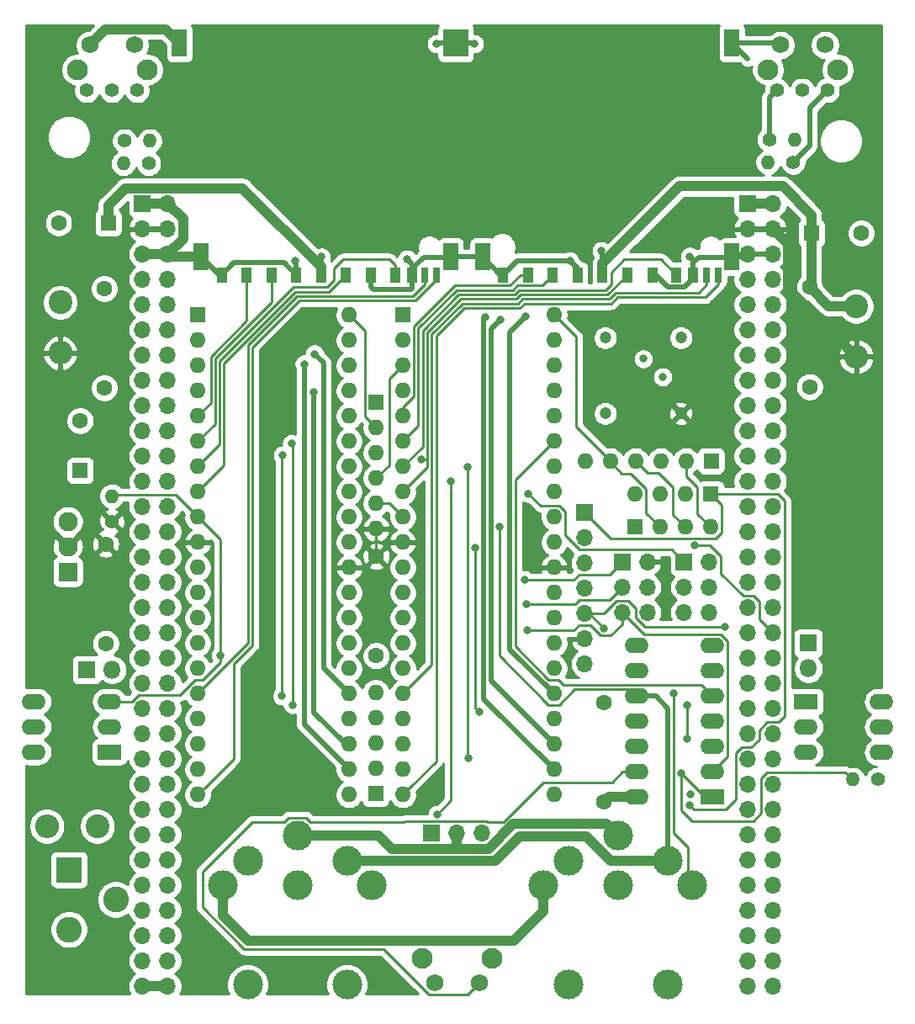
<source format=gbr>
G04 #@! TF.GenerationSoftware,KiCad,Pcbnew,(5.1.7)-1*
G04 #@! TF.CreationDate,2020-12-18T14:13:03+01:00*
G04 #@! TF.ProjectId,CR-VERSION,43522d56-4552-4534-994f-4e2e6b696361,rev?*
G04 #@! TF.SameCoordinates,Original*
G04 #@! TF.FileFunction,Copper,L1,Top*
G04 #@! TF.FilePolarity,Positive*
%FSLAX46Y46*%
G04 Gerber Fmt 4.6, Leading zero omitted, Abs format (unit mm)*
G04 Created by KiCad (PCBNEW (5.1.7)-1) date 2020-12-18 14:13:03*
%MOMM*%
%LPD*%
G01*
G04 APERTURE LIST*
G04 #@! TA.AperFunction,ComponentPad*
%ADD10O,1.800000X1.800000*%
G04 #@! TD*
G04 #@! TA.AperFunction,ComponentPad*
%ADD11R,1.800000X1.800000*%
G04 #@! TD*
G04 #@! TA.AperFunction,SMDPad,CuDef*
%ADD12R,1.500000X2.800000*%
G04 #@! TD*
G04 #@! TA.AperFunction,SMDPad,CuDef*
%ADD13R,0.700000X1.500000*%
G04 #@! TD*
G04 #@! TA.AperFunction,SMDPad,CuDef*
%ADD14R,1.000000X1.500000*%
G04 #@! TD*
G04 #@! TA.AperFunction,ComponentPad*
%ADD15C,1.416000*%
G04 #@! TD*
G04 #@! TA.AperFunction,ComponentPad*
%ADD16C,1.200000*%
G04 #@! TD*
G04 #@! TA.AperFunction,ComponentPad*
%ADD17C,2.600000*%
G04 #@! TD*
G04 #@! TA.AperFunction,ComponentPad*
%ADD18R,2.600000X2.600000*%
G04 #@! TD*
G04 #@! TA.AperFunction,ComponentPad*
%ADD19C,1.600000*%
G04 #@! TD*
G04 #@! TA.AperFunction,ComponentPad*
%ADD20R,1.600000X1.600000*%
G04 #@! TD*
G04 #@! TA.AperFunction,ComponentPad*
%ADD21O,1.600000X1.600000*%
G04 #@! TD*
G04 #@! TA.AperFunction,ComponentPad*
%ADD22O,2.400000X1.600000*%
G04 #@! TD*
G04 #@! TA.AperFunction,ComponentPad*
%ADD23R,2.400000X1.600000*%
G04 #@! TD*
G04 #@! TA.AperFunction,ComponentPad*
%ADD24O,1.400000X1.400000*%
G04 #@! TD*
G04 #@! TA.AperFunction,ComponentPad*
%ADD25C,1.400000*%
G04 #@! TD*
G04 #@! TA.AperFunction,ComponentPad*
%ADD26O,2.400000X2.400000*%
G04 #@! TD*
G04 #@! TA.AperFunction,ComponentPad*
%ADD27C,2.400000*%
G04 #@! TD*
G04 #@! TA.AperFunction,ComponentPad*
%ADD28C,2.100000*%
G04 #@! TD*
G04 #@! TA.AperFunction,ComponentPad*
%ADD29C,1.750000*%
G04 #@! TD*
G04 #@! TA.AperFunction,ComponentPad*
%ADD30O,1.700000X1.700000*%
G04 #@! TD*
G04 #@! TA.AperFunction,ComponentPad*
%ADD31R,1.700000X1.700000*%
G04 #@! TD*
G04 #@! TA.AperFunction,ComponentPad*
%ADD32C,1.935000*%
G04 #@! TD*
G04 #@! TA.AperFunction,ComponentPad*
%ADD33R,1.935000X1.935000*%
G04 #@! TD*
G04 #@! TA.AperFunction,ComponentPad*
%ADD34C,3.000000*%
G04 #@! TD*
G04 #@! TA.AperFunction,ViaPad*
%ADD35C,0.800000*%
G04 #@! TD*
G04 #@! TA.AperFunction,Conductor*
%ADD36C,0.500000*%
G04 #@! TD*
G04 #@! TA.AperFunction,Conductor*
%ADD37C,1.000000*%
G04 #@! TD*
G04 #@! TA.AperFunction,Conductor*
%ADD38C,0.250000*%
G04 #@! TD*
G04 #@! TA.AperFunction,Conductor*
%ADD39C,0.254000*%
G04 #@! TD*
G04 #@! TA.AperFunction,Conductor*
%ADD40C,0.150000*%
G04 #@! TD*
G04 APERTURE END LIST*
D10*
X155303000Y-114894000D03*
D11*
X152763000Y-114894000D03*
D12*
X164300000Y-73355000D03*
X162100000Y-51855000D03*
X189400000Y-51855000D03*
X189400000Y-73355000D03*
D13*
X188005000Y-75155000D03*
X186805000Y-75155000D03*
D14*
X166375000Y-75155000D03*
X185505000Y-75155000D03*
X183805000Y-75155000D03*
X181375000Y-75155000D03*
X178875000Y-75155000D03*
X176375000Y-75155000D03*
X173875000Y-75155000D03*
X171375000Y-75155000D03*
X168875000Y-75155000D03*
D12*
X192621000Y-73355000D03*
X190421000Y-51855000D03*
X217721000Y-51855000D03*
X217721000Y-73355000D03*
D13*
X216326000Y-75155000D03*
X215126000Y-75155000D03*
D14*
X194696000Y-75155000D03*
X213826000Y-75155000D03*
X212126000Y-75155000D03*
X209696000Y-75155000D03*
X207196000Y-75155000D03*
X204696000Y-75155000D03*
X202196000Y-75155000D03*
X199696000Y-75155000D03*
X197196000Y-75155000D03*
D15*
X152763000Y-56601000D03*
X155303000Y-56601000D03*
X157843000Y-56601000D03*
X222232000Y-56601000D03*
X224772000Y-56601000D03*
X227312000Y-56601000D03*
D16*
X212580000Y-89113000D03*
X204960000Y-89113000D03*
X204960000Y-81493000D03*
X212580000Y-81493000D03*
D17*
X155685000Y-138023500D03*
X150985000Y-141023500D03*
D18*
X150985000Y-135023500D03*
D19*
X149922000Y-69936000D03*
D20*
X154922000Y-69936000D03*
D19*
X181909500Y-103497000D03*
X181909500Y-113497000D03*
D21*
X181846000Y-117180000D03*
X181846000Y-119720000D03*
X181846000Y-122260000D03*
X181846000Y-124800000D03*
D20*
X181846000Y-127340000D03*
D21*
X181896800Y-100695400D03*
X181896800Y-98155400D03*
X181896800Y-95615400D03*
X181896800Y-93075400D03*
X181896800Y-90535400D03*
D20*
X181896800Y-87995400D03*
D21*
X207957200Y-97215600D03*
X210497200Y-97215600D03*
X213037200Y-97215600D03*
D20*
X215577200Y-97215600D03*
D22*
X147429000Y-123161700D03*
X155049000Y-118081700D03*
X147429000Y-120621700D03*
X155049000Y-120621700D03*
X147429000Y-118081700D03*
D23*
X155049000Y-123161700D03*
D24*
X229852000Y-125943000D03*
D25*
X232392000Y-125943000D03*
D22*
X232773000Y-118107100D03*
X225153000Y-123187100D03*
X232773000Y-120647100D03*
X225153000Y-120647100D03*
X232773000Y-123187100D03*
D23*
X225153000Y-118107100D03*
D24*
X221343000Y-63840000D03*
D25*
X223883000Y-63840000D03*
D24*
X224010000Y-61554000D03*
D25*
X221470000Y-61554000D03*
D24*
X156446000Y-63967000D03*
D25*
X158986000Y-63967000D03*
D24*
X159113000Y-61681000D03*
D25*
X156573000Y-61681000D03*
D19*
X154541000Y-86540000D03*
X154541000Y-76540000D03*
X225534000Y-86413000D03*
X225534000Y-76413000D03*
X204833000Y-118229000D03*
X204833000Y-128229000D03*
X230724500Y-70952000D03*
D20*
X225724500Y-70952000D03*
D26*
X150096000Y-83017000D03*
D27*
X150096000Y-77937000D03*
D26*
X230233000Y-83398000D03*
D27*
X230233000Y-78318000D03*
D26*
X148749800Y-130642000D03*
D27*
X153829800Y-130642000D03*
D28*
X221363000Y-54519000D03*
D29*
X222613000Y-52029000D03*
X227113000Y-52029000D03*
D28*
X228373000Y-54519000D03*
D24*
X155303000Y-97418800D03*
D25*
X155303000Y-99958800D03*
D30*
X215437500Y-109115500D03*
X212897500Y-109115500D03*
X215437500Y-106575500D03*
X212897500Y-106575500D03*
X215437500Y-104035500D03*
D31*
X212897500Y-104035500D03*
D19*
X152102600Y-89853400D03*
D20*
X152102600Y-94853400D03*
D19*
X154668000Y-112244800D03*
X154668000Y-102244800D03*
D32*
X150858000Y-99958800D03*
X150858000Y-102498800D03*
D33*
X150858000Y-105038800D03*
D28*
X193573500Y-143900000D03*
D29*
X192323500Y-146390000D03*
X187823500Y-146390000D03*
D28*
X186563500Y-143900000D03*
D34*
X211230000Y-146589000D03*
X206230000Y-131589000D03*
X213730000Y-136589000D03*
X211230000Y-134089000D03*
X206230000Y-136589000D03*
X201230000Y-134089000D03*
X198730000Y-136589000D03*
X201230000Y-146589000D03*
D21*
X199816500Y-79207000D03*
X184576500Y-127467000D03*
X199816500Y-81747000D03*
X184576500Y-124927000D03*
X199816500Y-84287000D03*
X184576500Y-122387000D03*
X199816500Y-86827000D03*
X184576500Y-119847000D03*
X199816500Y-89367000D03*
X184576500Y-117307000D03*
X199816500Y-91907000D03*
X184576500Y-114767000D03*
X199816500Y-94447000D03*
X184576500Y-112227000D03*
X199816500Y-96987000D03*
X184576500Y-109687000D03*
X199816500Y-99527000D03*
X184576500Y-107147000D03*
X199816500Y-102067000D03*
X184576500Y-104607000D03*
X199816500Y-104607000D03*
X184576500Y-102067000D03*
X199816500Y-107147000D03*
X184576500Y-99527000D03*
X199816500Y-109687000D03*
X184576500Y-96987000D03*
X199816500Y-112227000D03*
X184576500Y-94447000D03*
X199816500Y-114767000D03*
X184576500Y-91907000D03*
X199816500Y-117307000D03*
X184576500Y-89367000D03*
X199816500Y-119847000D03*
X184576500Y-86827000D03*
X199816500Y-122387000D03*
X184576500Y-84287000D03*
X199816500Y-124927000D03*
X184576500Y-81747000D03*
X199816500Y-127467000D03*
D20*
X184576500Y-79207000D03*
D21*
X179179000Y-79207000D03*
X163939000Y-127467000D03*
X179179000Y-81747000D03*
X163939000Y-124927000D03*
X179179000Y-84287000D03*
X163939000Y-122387000D03*
X179179000Y-86827000D03*
X163939000Y-119847000D03*
X179179000Y-89367000D03*
X163939000Y-117307000D03*
X179179000Y-91907000D03*
X163939000Y-114767000D03*
X179179000Y-94447000D03*
X163939000Y-112227000D03*
X179179000Y-96987000D03*
X163939000Y-109687000D03*
X179179000Y-99527000D03*
X163939000Y-107147000D03*
X179179000Y-102067000D03*
X163939000Y-104607000D03*
X179179000Y-104607000D03*
X163939000Y-102067000D03*
X179179000Y-107147000D03*
X163939000Y-99527000D03*
X179179000Y-109687000D03*
X163939000Y-96987000D03*
X179179000Y-112227000D03*
X163939000Y-94447000D03*
X179179000Y-114767000D03*
X163939000Y-91907000D03*
X179179000Y-117307000D03*
X163939000Y-89367000D03*
X179179000Y-119847000D03*
X163939000Y-86827000D03*
X179179000Y-122387000D03*
X163939000Y-84287000D03*
X179179000Y-124927000D03*
X163939000Y-81747000D03*
X179179000Y-127467000D03*
D20*
X163939000Y-79207000D03*
D22*
X208135000Y-127721000D03*
X215755000Y-112481000D03*
X208135000Y-125181000D03*
X215755000Y-115021000D03*
X208135000Y-122641000D03*
X215755000Y-117561000D03*
X208135000Y-120101000D03*
X215755000Y-120101000D03*
X208135000Y-117561000D03*
X215755000Y-122641000D03*
X208135000Y-115021000D03*
X215755000Y-125181000D03*
X208135000Y-112481000D03*
D23*
X215755000Y-127721000D03*
D28*
X151830500Y-54519000D03*
D29*
X153080500Y-52029000D03*
X157580500Y-52029000D03*
D28*
X158840500Y-54519000D03*
D21*
X202928000Y-93875500D03*
X205468000Y-93875500D03*
X208008000Y-93875500D03*
X210548000Y-93875500D03*
X213088000Y-93875500D03*
D20*
X215628000Y-93875500D03*
D21*
X215564500Y-100543000D03*
X213024500Y-100543000D03*
X210484500Y-100543000D03*
D20*
X207944500Y-100543000D03*
D30*
X192514000Y-131340500D03*
X189974000Y-131340500D03*
D31*
X187434000Y-131340500D03*
D34*
X178972000Y-146589000D03*
X173972000Y-131589000D03*
X181472000Y-136589000D03*
X178972000Y-134089000D03*
X173972000Y-136589000D03*
X168972000Y-134089000D03*
X166472000Y-136589000D03*
X168972000Y-146589000D03*
D30*
X209214500Y-109115500D03*
X206674500Y-109115500D03*
X209214500Y-106575500D03*
X206674500Y-106575500D03*
X209214500Y-104035500D03*
D31*
X206674500Y-104035500D03*
D10*
X225407000Y-114767000D03*
D11*
X225407000Y-112227000D03*
D30*
X202902600Y-114309800D03*
X202902600Y-111769800D03*
X202902600Y-109229800D03*
X202902600Y-106689800D03*
X202902600Y-104149800D03*
X202902600Y-101609800D03*
D31*
X202902600Y-99069800D03*
D30*
X221840000Y-146740000D03*
X219300000Y-146740000D03*
X221840000Y-144200000D03*
X219300000Y-144200000D03*
X221840000Y-141660000D03*
X219300000Y-141660000D03*
X221840000Y-139120000D03*
X219300000Y-139120000D03*
X221840000Y-136580000D03*
X219300000Y-136580000D03*
X221840000Y-134040000D03*
X219300000Y-134040000D03*
X221840000Y-131500000D03*
X219300000Y-131500000D03*
X221840000Y-128960000D03*
X219300000Y-128960000D03*
X221840000Y-126420000D03*
X219300000Y-126420000D03*
X221840000Y-123880000D03*
X219300000Y-123880000D03*
X221840000Y-121340000D03*
X219300000Y-121340000D03*
X221840000Y-118800000D03*
X219300000Y-118800000D03*
X221840000Y-116260000D03*
X219300000Y-116260000D03*
X221840000Y-113720000D03*
X219300000Y-113720000D03*
X221840000Y-111180000D03*
X219300000Y-111180000D03*
X221840000Y-108640000D03*
X219300000Y-108640000D03*
X221840000Y-106100000D03*
X219300000Y-106100000D03*
X221840000Y-103560000D03*
X219300000Y-103560000D03*
X221840000Y-101020000D03*
X219300000Y-101020000D03*
X221840000Y-98480000D03*
X219300000Y-98480000D03*
X221840000Y-95940000D03*
X219300000Y-95940000D03*
X221840000Y-93400000D03*
X219300000Y-93400000D03*
X221840000Y-90860000D03*
X219300000Y-90860000D03*
X221840000Y-88320000D03*
X219300000Y-88320000D03*
X221840000Y-85780000D03*
X219300000Y-85780000D03*
X221840000Y-83240000D03*
X219300000Y-83240000D03*
X221840000Y-80700000D03*
X219300000Y-80700000D03*
X221840000Y-78160000D03*
X219300000Y-78160000D03*
X221840000Y-75620000D03*
X219300000Y-75620000D03*
X221840000Y-73080000D03*
X219300000Y-73080000D03*
X221840000Y-70540000D03*
X219300000Y-70540000D03*
X221840000Y-68000000D03*
D31*
X219300000Y-68000000D03*
X158360000Y-68000000D03*
D30*
X160900000Y-68000000D03*
X158360000Y-70540000D03*
X160900000Y-70540000D03*
X158360000Y-73080000D03*
X160900000Y-73080000D03*
X158360000Y-75620000D03*
X160900000Y-75620000D03*
X158360000Y-78160000D03*
X160900000Y-78160000D03*
X158360000Y-80700000D03*
X160900000Y-80700000D03*
X158360000Y-83240000D03*
X160900000Y-83240000D03*
X158360000Y-85780000D03*
X160900000Y-85780000D03*
X158360000Y-88320000D03*
X160900000Y-88320000D03*
X158360000Y-90860000D03*
X160900000Y-90860000D03*
X158360000Y-93400000D03*
X160900000Y-93400000D03*
X158360000Y-95940000D03*
X160900000Y-95940000D03*
X158360000Y-98480000D03*
X160900000Y-98480000D03*
X158360000Y-101020000D03*
X160900000Y-101020000D03*
X158360000Y-103560000D03*
X160900000Y-103560000D03*
X158360000Y-106100000D03*
X160900000Y-106100000D03*
X158360000Y-108640000D03*
X160900000Y-108640000D03*
X158360000Y-111180000D03*
X160900000Y-111180000D03*
X158360000Y-113720000D03*
X160900000Y-113720000D03*
X158360000Y-116260000D03*
X160900000Y-116260000D03*
X158360000Y-118800000D03*
X160900000Y-118800000D03*
X158360000Y-121340000D03*
X160900000Y-121340000D03*
X158360000Y-123880000D03*
X160900000Y-123880000D03*
X158360000Y-126420000D03*
X160900000Y-126420000D03*
X158360000Y-128960000D03*
X160900000Y-128960000D03*
X158360000Y-131500000D03*
X160900000Y-131500000D03*
X158360000Y-134040000D03*
X160900000Y-134040000D03*
X158360000Y-136580000D03*
X160900000Y-136580000D03*
X158360000Y-139120000D03*
X160900000Y-139120000D03*
X158360000Y-141660000D03*
X160900000Y-141660000D03*
X158360000Y-144200000D03*
X160900000Y-144200000D03*
X158360000Y-146740000D03*
X160900000Y-146740000D03*
D35*
X213469000Y-73288800D03*
X185021000Y-73568200D03*
X173718000Y-73771400D03*
X210751200Y-85430000D03*
X208795400Y-83601200D03*
X187967400Y-51927400D03*
X191802800Y-51927400D03*
X213545200Y-127416200D03*
X201404000Y-73746000D03*
X213494400Y-128559200D03*
X213961463Y-102393001D03*
X211843400Y-117307000D03*
X194303800Y-100466800D03*
X188043600Y-129440489D03*
X189440600Y-95920200D03*
X204858400Y-110728400D03*
X217025000Y-110576000D03*
X172422600Y-117535600D03*
X172498800Y-93304000D03*
X191117000Y-94497800D03*
X191211190Y-123766010D03*
X173464000Y-118424600D03*
X173387800Y-92135600D03*
X186443400Y-93722000D03*
X197213000Y-97164800D03*
X197035200Y-108290000D03*
X196882800Y-105851600D03*
X174657800Y-84134600D03*
X175648400Y-86928600D03*
X192920400Y-79384800D03*
X194389196Y-79651500D03*
X175699200Y-83118600D03*
X196933600Y-79334000D03*
X204579000Y-72730000D03*
X197086000Y-110931600D03*
X166225000Y-113420800D03*
X192310800Y-119161200D03*
X191903779Y-102651200D03*
X213215000Y-121853600D03*
X213240400Y-118424600D03*
X212580000Y-125333400D03*
X176385000Y-73365000D03*
D36*
X219300000Y-70540000D02*
X221840000Y-70540000D01*
X160900000Y-70540000D02*
X158360000Y-70540000D01*
D37*
X223390001Y-76555001D02*
X230233000Y-83398000D01*
X223390001Y-72090001D02*
X223390001Y-76555001D01*
X221840000Y-70540000D02*
X223390001Y-72090001D01*
D38*
X181896800Y-103484300D02*
X181909500Y-103497000D01*
X181896800Y-100695400D02*
X181896800Y-103484300D01*
D37*
X158360000Y-73080000D02*
X160900000Y-73080000D01*
X161175000Y-73355000D02*
X160900000Y-73080000D01*
X164300000Y-73355000D02*
X161175000Y-73355000D01*
X158360000Y-68000000D02*
X160900000Y-68000000D01*
X162450001Y-69550001D02*
X160900000Y-68000000D01*
X162450001Y-71529999D02*
X162450001Y-69550001D01*
X160900000Y-73080000D02*
X162450001Y-71529999D01*
X154655501Y-50453999D02*
X153080500Y-52029000D01*
X160698999Y-50453999D02*
X154655501Y-50453999D01*
X162100000Y-51855000D02*
X160698999Y-50453999D01*
D36*
X222439000Y-51855000D02*
X222613000Y-52029000D01*
X217721000Y-51855000D02*
X222439000Y-51855000D01*
X219300000Y-53434000D02*
X217721000Y-51855000D01*
X219025000Y-73355000D02*
X219300000Y-73080000D01*
X217721000Y-73355000D02*
X219025000Y-73355000D01*
X221840000Y-73080000D02*
X219300000Y-73080000D01*
D37*
X221840000Y-68000000D02*
X219300000Y-68000000D01*
D36*
X189400000Y-73355000D02*
X192621000Y-73355000D01*
X189374999Y-73380001D02*
X189400000Y-73355000D01*
X186669997Y-73380001D02*
X189374999Y-73380001D01*
X185505000Y-74544998D02*
X186669997Y-73380001D01*
X185505000Y-75155000D02*
X185505000Y-74544998D01*
X194421000Y-75155000D02*
X192621000Y-73355000D01*
X194696000Y-75155000D02*
X194421000Y-75155000D01*
X202196000Y-75155000D02*
X202196000Y-74538000D01*
X202196000Y-74538000D02*
X201404000Y-73746000D01*
X196105000Y-73746000D02*
X194696000Y-75155000D01*
X201404000Y-73746000D02*
X196105000Y-73746000D01*
X213826000Y-73905000D02*
X213826000Y-75155000D01*
X214350999Y-73380001D02*
X213826000Y-73905000D01*
X217695999Y-73380001D02*
X214350999Y-73380001D01*
X217721000Y-73355000D02*
X217695999Y-73380001D01*
X185505000Y-76564000D02*
X185505000Y-75155000D01*
X185402000Y-76667000D02*
X185505000Y-76564000D01*
X181637000Y-76667000D02*
X185402000Y-76667000D01*
X181375000Y-76405000D02*
X181637000Y-76667000D01*
X181375000Y-75155000D02*
X181375000Y-76405000D01*
X167575001Y-73954999D02*
X166375000Y-75155000D01*
X172674999Y-73954999D02*
X167575001Y-73954999D01*
X173875000Y-75155000D02*
X172674999Y-73954999D01*
X166100000Y-75155000D02*
X164300000Y-73355000D01*
X166375000Y-75155000D02*
X166100000Y-75155000D01*
X213826000Y-75515002D02*
X213826000Y-75155000D01*
X210065998Y-75155000D02*
X211265999Y-76355001D01*
X209696000Y-75155000D02*
X210065998Y-75155000D01*
X211265999Y-76355001D02*
X212986001Y-76355001D01*
X212986001Y-76355001D02*
X213826000Y-75515002D01*
X213826000Y-73645800D02*
X213469000Y-73288800D01*
X213826000Y-75155000D02*
X213826000Y-73645800D01*
X185505000Y-74052200D02*
X185021000Y-73568200D01*
X185505000Y-75155000D02*
X185505000Y-74052200D01*
X173875000Y-73928400D02*
X173718000Y-73771400D01*
X173875000Y-75155000D02*
X173875000Y-73928400D01*
X188039800Y-51855000D02*
X187967400Y-51927400D01*
X189400000Y-51855000D02*
X188039800Y-51855000D01*
X191730400Y-51855000D02*
X191802800Y-51927400D01*
X190421000Y-51855000D02*
X191730400Y-51855000D01*
D37*
X158360000Y-146740000D02*
X160900000Y-146740000D01*
X205341000Y-127721000D02*
X204833000Y-128229000D01*
X208135000Y-127721000D02*
X205341000Y-127721000D01*
D38*
X216689501Y-98327901D02*
X215577200Y-97215600D01*
X216689501Y-101083001D02*
X216689501Y-98327901D01*
X216104501Y-101668001D02*
X216689501Y-101083001D01*
X205500801Y-101668001D02*
X216104501Y-101668001D01*
X202902600Y-99069800D02*
X205500801Y-101668001D01*
X213894399Y-128959199D02*
X213494400Y-128559200D01*
X217101803Y-128959199D02*
X213894399Y-128959199D01*
X215577200Y-97215600D02*
X222314602Y-97215600D01*
X222314602Y-97215600D02*
X223015001Y-97915999D01*
X219674003Y-122704999D02*
X218735999Y-122704999D01*
X223015001Y-119553999D02*
X222404001Y-120164999D01*
X218124999Y-127936003D02*
X217101803Y-128959199D01*
X218124999Y-123315999D02*
X218124999Y-127936003D01*
X220475001Y-121904001D02*
X219674003Y-122704999D01*
X221275999Y-120164999D02*
X220475001Y-120965997D01*
X218735999Y-122704999D02*
X218124999Y-123315999D01*
X222404001Y-120164999D02*
X221275999Y-120164999D01*
X220475001Y-120965997D02*
X220475001Y-121904001D01*
X223015001Y-97915999D02*
X223015001Y-119553999D01*
X214231000Y-99209500D02*
X215564500Y-100543000D01*
X214231000Y-96529800D02*
X214231000Y-99209500D01*
X213088000Y-95386800D02*
X214231000Y-96529800D01*
X213088000Y-93875500D02*
X213088000Y-95386800D01*
X215534003Y-102393001D02*
X213961463Y-102393001D01*
X216612501Y-103471499D02*
X215534003Y-102393001D01*
X218869813Y-107464999D02*
X216612501Y-105207687D01*
X219864001Y-107464999D02*
X218869813Y-107464999D01*
X220475001Y-108075999D02*
X219864001Y-107464999D01*
X220475001Y-109815001D02*
X220475001Y-108075999D01*
X216612501Y-105207687D02*
X216612501Y-103471499D01*
X221840000Y-111180000D02*
X220475001Y-109815001D01*
X211792600Y-99311100D02*
X213024500Y-100543000D01*
X211792600Y-96555200D02*
X211792600Y-99311100D01*
X210319400Y-95082000D02*
X211792600Y-96555200D01*
X209214500Y-95082000D02*
X210319400Y-95082000D01*
X208008000Y-93875500D02*
X209214500Y-95082000D01*
X211854999Y-117318599D02*
X211843400Y-117307000D01*
X211854999Y-131313999D02*
X211854999Y-117318599D01*
X213291200Y-132750200D02*
X211854999Y-131313999D01*
X213291200Y-136150200D02*
X213291200Y-132750200D01*
X213730000Y-136589000D02*
X213291200Y-136150200D01*
D36*
X211230000Y-134089000D02*
X211230000Y-118751000D01*
X210040000Y-117561000D02*
X208135000Y-117561000D01*
X211230000Y-118751000D02*
X210040000Y-117561000D01*
D37*
X196356378Y-131625622D02*
X203010620Y-131625622D01*
X178972000Y-134089000D02*
X178973511Y-134090511D01*
X178973511Y-134090511D02*
X193891489Y-134090511D01*
X205473998Y-134089000D02*
X211230000Y-134089000D01*
X203010620Y-131625622D02*
X205473998Y-134089000D01*
X193891489Y-134090511D02*
X196356378Y-131625622D01*
D38*
X194303800Y-113459302D02*
X194303800Y-100466800D01*
X199276499Y-118432001D02*
X194303800Y-113459302D01*
X200356501Y-118432001D02*
X199276499Y-118432001D01*
X207460000Y-116886000D02*
X201902502Y-116886000D01*
X201902502Y-116886000D02*
X200356501Y-118432001D01*
X208135000Y-117561000D02*
X207460000Y-116886000D01*
X189440600Y-128043489D02*
X188043600Y-129440489D01*
X189440600Y-95920200D02*
X189440600Y-128043489D01*
X203359800Y-109229800D02*
X202902600Y-109229800D01*
X204858400Y-110728400D02*
X203359800Y-109229800D01*
X208935998Y-110576000D02*
X217025000Y-110576000D01*
X208039499Y-109679501D02*
X208935998Y-110576000D01*
X208039499Y-108741497D02*
X208039499Y-109679501D01*
X207238501Y-107940499D02*
X208039499Y-108741497D01*
X206110499Y-107940499D02*
X207238501Y-107940499D01*
X204821198Y-109229800D02*
X206110499Y-107940499D01*
X202902600Y-109229800D02*
X204821198Y-109229800D01*
D37*
X189974000Y-132542581D02*
X189626080Y-132890501D01*
X189626080Y-132890501D02*
X183459501Y-132890501D01*
X189974000Y-131340500D02*
X189974000Y-132542581D01*
X182158000Y-131589000D02*
X173972000Y-131589000D01*
X183459501Y-132890501D02*
X182158000Y-131589000D01*
X206230000Y-131589000D02*
X205066611Y-130425611D01*
X195722891Y-130425611D02*
X193258001Y-132890501D01*
X205066611Y-130425611D02*
X195722891Y-130425611D01*
X193258001Y-132890501D02*
X189626080Y-132890501D01*
D38*
X206636400Y-95132800D02*
X205468000Y-93964400D01*
X207539402Y-95132800D02*
X206636400Y-95132800D01*
X205468000Y-93964400D02*
X205468000Y-93875500D01*
X209082201Y-96675599D02*
X207539402Y-95132800D01*
X209082201Y-99140701D02*
X209082201Y-96675599D01*
X210484500Y-100543000D02*
X209082201Y-99140701D01*
X180771799Y-80799799D02*
X179179000Y-79207000D01*
X180771799Y-89410399D02*
X180771799Y-80799799D01*
X181896800Y-90535400D02*
X180771799Y-89410399D01*
X199854600Y-79207000D02*
X199816500Y-79207000D01*
X202039000Y-81391400D02*
X199854600Y-79207000D01*
X202039000Y-90446500D02*
X202039000Y-81391400D01*
X205468000Y-93875500D02*
X202039000Y-90446500D01*
X195917600Y-95805900D02*
X199816500Y-91907000D01*
X195917600Y-112533102D02*
X195917600Y-95805900D01*
X199276499Y-115892001D02*
X195917600Y-112533102D01*
X200243001Y-115892001D02*
X199276499Y-115892001D01*
X200786990Y-116435990D02*
X200243001Y-115892001D01*
X214629990Y-116435990D02*
X200786990Y-116435990D01*
X215755000Y-117561000D02*
X214629990Y-116435990D01*
X172422600Y-93380200D02*
X172498800Y-93304000D01*
X172422600Y-117535600D02*
X172422600Y-93380200D01*
X191117000Y-123671820D02*
X191211190Y-123766010D01*
X191117000Y-94497800D02*
X191117000Y-123671820D01*
X173464000Y-92211800D02*
X173387800Y-92135600D01*
X173464000Y-118424600D02*
X173464000Y-92211800D01*
D37*
X166472000Y-136589000D02*
X166472000Y-139652000D01*
X168969999Y-142149999D02*
X195766999Y-142149999D01*
X166472000Y-139652000D02*
X168969999Y-142149999D01*
X198730000Y-139186998D02*
X198730000Y-136589000D01*
X195766999Y-142149999D02*
X198730000Y-139186998D01*
D38*
X198620999Y-76230001D02*
X199696000Y-75155000D01*
X195642401Y-76680012D02*
X196092412Y-76230001D01*
X186151512Y-87553401D02*
X186151512Y-80560044D01*
X196092412Y-76230001D02*
X198620999Y-76230001D01*
X186141956Y-87562957D02*
X186151512Y-87553401D01*
X190031544Y-76680012D02*
X195642401Y-76680012D01*
X186151512Y-80560044D02*
X190031544Y-76680012D01*
X184576500Y-91907000D02*
X186141956Y-90341544D01*
X186141956Y-90341544D02*
X186141956Y-87562957D01*
X187041978Y-94521522D02*
X185376499Y-96187001D01*
X207155378Y-75155000D02*
X205180355Y-77130023D01*
X185376499Y-96187001D02*
X184576500Y-96987000D01*
X196015201Y-77580034D02*
X190404344Y-77580034D01*
X196465211Y-77130023D02*
X196015201Y-77580034D01*
X187051534Y-87926201D02*
X187041978Y-87935757D01*
X187051534Y-80932844D02*
X187051534Y-87926201D01*
X205180355Y-77130023D02*
X196465211Y-77130023D01*
X207196000Y-75155000D02*
X207155378Y-75155000D01*
X190404344Y-77580034D02*
X187051534Y-80932844D01*
X186443978Y-93721422D02*
X186443400Y-93722000D01*
X187041978Y-93721422D02*
X186443978Y-93721422D01*
X187041978Y-87935757D02*
X187041978Y-93721422D01*
X187041978Y-93721422D02*
X187041978Y-94521522D01*
X195828801Y-77130023D02*
X196278812Y-76680012D01*
X204993955Y-76680012D02*
X205595000Y-76078967D01*
X206896998Y-73619000D02*
X210590000Y-73619000D01*
X186591967Y-92431533D02*
X186591967Y-87749357D01*
X190217944Y-77130023D02*
X195828801Y-77130023D01*
X205595000Y-76078967D02*
X205595000Y-74920998D01*
X205595000Y-74920998D02*
X206896998Y-73619000D01*
X186601523Y-80746444D02*
X190217944Y-77130023D01*
X186601523Y-87739801D02*
X186601523Y-80746444D01*
X186591967Y-87749357D02*
X186601523Y-87739801D01*
X196278812Y-76680012D02*
X204993955Y-76680012D01*
X184576500Y-94447000D02*
X186591967Y-92431533D01*
X210590000Y-73619000D02*
X212126000Y-75155000D01*
X198450199Y-98401999D02*
X197213000Y-97164800D01*
X200356501Y-98401999D02*
X198450199Y-98401999D01*
X200941501Y-98986999D02*
X200356501Y-98401999D01*
X200941501Y-101387703D02*
X200941501Y-98986999D01*
X202338599Y-102784801D02*
X200941501Y-101387703D01*
X211646801Y-102784801D02*
X202338599Y-102784801D01*
X212897500Y-104035500D02*
X211646801Y-102784801D01*
X206166235Y-77429000D02*
X205565190Y-78030045D01*
X190777144Y-78480056D02*
X187951556Y-81305644D01*
X187951556Y-124091944D02*
X185376499Y-126667001D01*
X196388001Y-78480056D02*
X190777144Y-78480056D01*
X196838011Y-78030045D02*
X196388001Y-78480056D01*
X205565190Y-78030045D02*
X196838011Y-78030045D01*
X215052000Y-77429000D02*
X206166235Y-77429000D01*
X187951556Y-81305644D02*
X187951556Y-124091944D01*
X185376499Y-126667001D02*
X184576500Y-127467000D01*
X216326000Y-76155000D02*
X215052000Y-77429000D01*
X216326000Y-75155000D02*
X216326000Y-76155000D01*
X215126000Y-76155000D02*
X215126000Y-75155000D01*
X187501545Y-114381955D02*
X187501545Y-81119244D01*
X190590744Y-78030045D02*
X196201601Y-78030045D01*
X196201601Y-78030045D02*
X196651612Y-77580034D01*
X187501545Y-81119244D02*
X190590744Y-78030045D01*
X205378790Y-77580034D02*
X206028813Y-76930011D01*
X214350989Y-76930011D02*
X215126000Y-76155000D01*
X206028813Y-76930011D02*
X214350989Y-76930011D01*
X196651612Y-77580034D02*
X205378790Y-77580034D01*
X184576500Y-117307000D02*
X187501545Y-114381955D01*
X184576500Y-88492002D02*
X184576500Y-89367000D01*
X185701501Y-87367001D02*
X184576500Y-88492002D01*
X195370999Y-76230001D02*
X189845144Y-76230001D01*
X197196000Y-75155000D02*
X196446000Y-75155000D01*
X189845144Y-76230001D02*
X185701501Y-80373644D01*
X196446000Y-75155000D02*
X195370999Y-76230001D01*
X185701501Y-80373644D02*
X185701501Y-87367001D01*
X171375000Y-75155000D02*
X171375000Y-77868410D01*
X171375000Y-77868410D02*
X165694956Y-83548454D01*
X165694956Y-90151044D02*
X163939000Y-91907000D01*
X165694956Y-83548454D02*
X165694956Y-90151044D01*
X166594978Y-84042610D02*
X166594978Y-94331022D01*
X173774580Y-76863008D02*
X166594978Y-84042610D01*
X177166992Y-76863008D02*
X173774580Y-76863008D01*
X178875000Y-75155000D02*
X177166992Y-76863008D01*
X166594978Y-94331022D02*
X163939000Y-96987000D01*
X201913400Y-108290000D02*
X197035200Y-108290000D01*
X205385199Y-107864801D02*
X202338599Y-107864801D01*
X202338599Y-107864801D02*
X201913400Y-108290000D01*
X206674500Y-106575500D02*
X205385199Y-107864801D01*
X166144967Y-92241033D02*
X166144967Y-83856210D01*
X177655000Y-75710002D02*
X177655000Y-74508000D01*
X177655000Y-74508000D02*
X178544000Y-73619000D01*
X178544000Y-73619000D02*
X183269000Y-73619000D01*
X176952005Y-76412997D02*
X177655000Y-75710002D01*
X183269000Y-73619000D02*
X183805000Y-74155000D01*
X183805000Y-74155000D02*
X183805000Y-75155000D01*
X173588180Y-76412997D02*
X176952005Y-76412997D01*
X166144967Y-83856210D02*
X173588180Y-76412997D01*
X163939000Y-94447000D02*
X166144967Y-92241033D01*
X201811800Y-105851600D02*
X196882800Y-105851600D01*
X202338599Y-105324801D02*
X201811800Y-105851600D01*
X205385199Y-105324801D02*
X202338599Y-105324801D01*
X206674500Y-104035500D02*
X205385199Y-105324801D01*
X164738999Y-126667001D02*
X163939000Y-127467000D01*
X167564011Y-114318399D02*
X167564011Y-123841989D01*
X188005000Y-75579535D02*
X185821505Y-77763030D01*
X167564011Y-123841989D02*
X164738999Y-126667001D01*
X169469011Y-112413400D02*
X167564011Y-114318399D01*
X174147380Y-77763030D02*
X169469011Y-82441399D01*
X169469011Y-82441399D02*
X169469011Y-112413400D01*
X185821505Y-77763030D02*
X174147380Y-77763030D01*
X188005000Y-75155000D02*
X188005000Y-75579535D01*
X186805000Y-76143125D02*
X186805000Y-75155000D01*
X185635105Y-77313019D02*
X186805000Y-76143125D01*
X169019000Y-82254999D02*
X173960980Y-77313019D01*
X163939000Y-117307000D02*
X169019000Y-112227000D01*
X173960980Y-77313019D02*
X185635105Y-77313019D01*
X169019000Y-112227000D02*
X169019000Y-82254999D01*
X165244945Y-88061055D02*
X163939000Y-89367000D01*
X165244945Y-83362055D02*
X165244945Y-88061055D01*
X168875000Y-79732000D02*
X165244945Y-83362055D01*
X168875000Y-75155000D02*
X168875000Y-79732000D01*
D36*
X179179000Y-124927000D02*
X174657800Y-120405800D01*
X174657800Y-120405800D02*
X174657800Y-84134600D01*
X175648400Y-86928600D02*
X175648400Y-119186600D01*
X178848800Y-122387000D02*
X179179000Y-122387000D01*
X175648400Y-119186600D02*
X178848800Y-122387000D01*
X192753789Y-79551411D02*
X192753789Y-117864289D01*
X192753789Y-117864289D02*
X199816500Y-124927000D01*
X192920400Y-79384800D02*
X192753789Y-79551411D01*
X199816500Y-122387000D02*
X193453800Y-116024300D01*
X193453800Y-80586896D02*
X194389196Y-79651500D01*
X193453800Y-116024300D02*
X193453800Y-80586896D01*
X176613600Y-114741600D02*
X179179000Y-117307000D01*
X176613600Y-84033000D02*
X176613600Y-114741600D01*
X175699200Y-83118600D02*
X176613600Y-84033000D01*
X195342590Y-80925010D02*
X196933600Y-79334000D01*
X195342590Y-112833090D02*
X195342590Y-80925010D01*
X199816500Y-117307000D02*
X195342590Y-112833090D01*
D37*
X225724500Y-76222500D02*
X225534000Y-76413000D01*
X225724500Y-70952000D02*
X225724500Y-76222500D01*
X227439000Y-78318000D02*
X225534000Y-76413000D01*
X230233000Y-78318000D02*
X227439000Y-78318000D01*
X204696000Y-74010000D02*
X204696000Y-75155000D01*
X212453000Y-66253000D02*
X204696000Y-74010000D01*
X222825500Y-66253000D02*
X212453000Y-66253000D01*
X225724500Y-69152000D02*
X222825500Y-66253000D01*
X225724500Y-70952000D02*
X225724500Y-69152000D01*
D36*
X204696000Y-72847000D02*
X204579000Y-72730000D01*
X204696000Y-75155000D02*
X204696000Y-72847000D01*
D37*
X176375000Y-74371000D02*
X176375000Y-75155000D01*
X168453999Y-66449999D02*
X176375000Y-74371000D01*
X156608001Y-66449999D02*
X168453999Y-66449999D01*
X154922000Y-68136000D02*
X156608001Y-66449999D01*
X154922000Y-69936000D02*
X154922000Y-68136000D01*
D38*
X164461002Y-115910000D02*
X166225000Y-114146002D01*
X163670998Y-115910000D02*
X164461002Y-115910000D01*
X162145997Y-117435001D02*
X163670998Y-115910000D01*
X157985997Y-117435001D02*
X162145997Y-117435001D01*
X157339298Y-118081700D02*
X157985997Y-117435001D01*
X155049000Y-118081700D02*
X157339298Y-118081700D01*
X166225000Y-101813000D02*
X163939000Y-99527000D01*
X161716999Y-97304999D02*
X163939000Y-99527000D01*
X155416801Y-97304999D02*
X161716999Y-97304999D01*
X155303000Y-97418800D02*
X155416801Y-97304999D01*
X217280010Y-112015006D02*
X217280010Y-123655990D01*
X216620994Y-111355990D02*
X217280010Y-112015006D01*
X208914990Y-111355990D02*
X216620994Y-111355990D01*
X217280010Y-123655990D02*
X215755000Y-125181000D01*
X206674500Y-109115500D02*
X208914990Y-111355990D01*
X201811800Y-110931600D02*
X197086000Y-110931600D01*
X203466601Y-110404801D02*
X202338599Y-110404801D01*
X204515201Y-111453401D02*
X203466601Y-110404801D01*
X202338599Y-110404801D02*
X201811800Y-110931600D01*
X205538680Y-111453401D02*
X204515201Y-111453401D01*
X206674500Y-110317581D02*
X205538680Y-111453401D01*
X206674500Y-109115500D02*
X206674500Y-110317581D01*
X166225000Y-113420800D02*
X166225000Y-101813000D01*
X166225000Y-114146002D02*
X166225000Y-113420800D01*
X183204900Y-98155400D02*
X184576500Y-99527000D01*
X181896800Y-98155400D02*
X183204900Y-98155400D01*
X192310800Y-119161200D02*
X191903779Y-118754179D01*
X191903779Y-118754179D02*
X191903779Y-102651200D01*
X213215000Y-118450000D02*
X213240400Y-118424600D01*
X213215000Y-121853600D02*
X213215000Y-118450000D01*
D36*
X221470000Y-57363000D02*
X222232000Y-56601000D01*
X221470000Y-61554000D02*
X221470000Y-57363000D01*
X223883000Y-63840000D02*
X225534000Y-62189000D01*
X225534000Y-58379000D02*
X227312000Y-56601000D01*
X225534000Y-62189000D02*
X225534000Y-58379000D01*
D38*
X187247499Y-147590001D02*
X191123499Y-147590001D01*
X208135000Y-125181000D02*
X206685000Y-125181000D01*
X206685000Y-125181000D02*
X205635000Y-126231000D01*
X198750762Y-126231000D02*
X194771562Y-130210200D01*
X194771562Y-130210200D02*
X193122702Y-130210200D01*
X193122702Y-130210200D02*
X193078001Y-130165499D01*
X193078001Y-130165499D02*
X184780097Y-130165499D01*
X184735396Y-130210200D02*
X175294202Y-130210200D01*
X175294202Y-130210200D02*
X174848001Y-129763999D01*
X168628269Y-142975009D02*
X182632507Y-142975009D01*
X169425400Y-130210200D02*
X164447000Y-135188600D01*
X182632507Y-142975009D02*
X187247499Y-147590001D01*
X164447000Y-138793740D02*
X168628269Y-142975009D01*
X184780097Y-130165499D02*
X184735396Y-130210200D01*
X164447000Y-135188600D02*
X164447000Y-138793740D01*
X191123499Y-147590001D02*
X192323500Y-146390000D01*
X172649798Y-130210200D02*
X169425400Y-130210200D01*
X174848001Y-129763999D02*
X173095999Y-129763999D01*
X205635000Y-126231000D02*
X198750762Y-126231000D01*
X173095999Y-129763999D02*
X172649798Y-130210200D01*
X214967600Y-127721000D02*
X212580000Y-125333400D01*
X215755000Y-127721000D02*
X214967600Y-127721000D01*
X229153999Y-125244999D02*
X229852000Y-125943000D01*
X221275999Y-125244999D02*
X229153999Y-125244999D01*
X220664999Y-125855999D02*
X221275999Y-125244999D01*
X220664999Y-129334003D02*
X220664999Y-125855999D01*
X219864001Y-130135001D02*
X220664999Y-129334003D01*
X213673201Y-130135001D02*
X219864001Y-130135001D01*
X212580000Y-129041800D02*
X213673201Y-130135001D01*
X212580000Y-125333400D02*
X212580000Y-129041800D01*
X183217600Y-94294600D02*
X181896800Y-95615400D01*
X183217600Y-85645900D02*
X183217600Y-94294600D01*
X184576500Y-84287000D02*
X183217600Y-85645900D01*
D36*
X176375000Y-73375000D02*
X176385000Y-73365000D01*
X176375000Y-75155000D02*
X176375000Y-73375000D01*
D39*
X177907320Y-78527273D02*
X177799147Y-78788426D01*
X177744000Y-79065665D01*
X177744000Y-79348335D01*
X177799147Y-79625574D01*
X177907320Y-79886727D01*
X178064363Y-80121759D01*
X178264241Y-80321637D01*
X178496759Y-80477000D01*
X178264241Y-80632363D01*
X178064363Y-80832241D01*
X177907320Y-81067273D01*
X177799147Y-81328426D01*
X177744000Y-81605665D01*
X177744000Y-81888335D01*
X177799147Y-82165574D01*
X177907320Y-82426727D01*
X178064363Y-82661759D01*
X178264241Y-82861637D01*
X178496759Y-83017000D01*
X178264241Y-83172363D01*
X178064363Y-83372241D01*
X177907320Y-83607273D01*
X177799147Y-83868426D01*
X177744000Y-84145665D01*
X177744000Y-84428335D01*
X177799147Y-84705574D01*
X177907320Y-84966727D01*
X178064363Y-85201759D01*
X178264241Y-85401637D01*
X178496759Y-85557000D01*
X178264241Y-85712363D01*
X178064363Y-85912241D01*
X177907320Y-86147273D01*
X177799147Y-86408426D01*
X177744000Y-86685665D01*
X177744000Y-86968335D01*
X177799147Y-87245574D01*
X177907320Y-87506727D01*
X178064363Y-87741759D01*
X178264241Y-87941637D01*
X178496759Y-88097000D01*
X178264241Y-88252363D01*
X178064363Y-88452241D01*
X177907320Y-88687273D01*
X177799147Y-88948426D01*
X177744000Y-89225665D01*
X177744000Y-89508335D01*
X177799147Y-89785574D01*
X177907320Y-90046727D01*
X178064363Y-90281759D01*
X178264241Y-90481637D01*
X178496759Y-90637000D01*
X178264241Y-90792363D01*
X178064363Y-90992241D01*
X177907320Y-91227273D01*
X177799147Y-91488426D01*
X177744000Y-91765665D01*
X177744000Y-92048335D01*
X177799147Y-92325574D01*
X177907320Y-92586727D01*
X178064363Y-92821759D01*
X178264241Y-93021637D01*
X178496759Y-93177000D01*
X178264241Y-93332363D01*
X178064363Y-93532241D01*
X177907320Y-93767273D01*
X177799147Y-94028426D01*
X177744000Y-94305665D01*
X177744000Y-94588335D01*
X177799147Y-94865574D01*
X177907320Y-95126727D01*
X178064363Y-95361759D01*
X178264241Y-95561637D01*
X178496759Y-95717000D01*
X178264241Y-95872363D01*
X178064363Y-96072241D01*
X177907320Y-96307273D01*
X177799147Y-96568426D01*
X177744000Y-96845665D01*
X177744000Y-97128335D01*
X177799147Y-97405574D01*
X177907320Y-97666727D01*
X178064363Y-97901759D01*
X178264241Y-98101637D01*
X178496759Y-98257000D01*
X178264241Y-98412363D01*
X178064363Y-98612241D01*
X177907320Y-98847273D01*
X177799147Y-99108426D01*
X177744000Y-99385665D01*
X177744000Y-99668335D01*
X177799147Y-99945574D01*
X177907320Y-100206727D01*
X178064363Y-100441759D01*
X178264241Y-100641637D01*
X178496759Y-100797000D01*
X178264241Y-100952363D01*
X178064363Y-101152241D01*
X177907320Y-101387273D01*
X177799147Y-101648426D01*
X177744000Y-101925665D01*
X177744000Y-102208335D01*
X177799147Y-102485574D01*
X177907320Y-102746727D01*
X178064363Y-102981759D01*
X178264241Y-103181637D01*
X178499273Y-103338680D01*
X178509865Y-103343067D01*
X178323869Y-103454615D01*
X178115481Y-103643586D01*
X177947963Y-103869580D01*
X177827754Y-104123913D01*
X177787096Y-104257961D01*
X177909085Y-104480000D01*
X179052000Y-104480000D01*
X179052000Y-104460000D01*
X179306000Y-104460000D01*
X179306000Y-104480000D01*
X180448915Y-104480000D01*
X180570904Y-104257961D01*
X180530246Y-104123913D01*
X180410037Y-103869580D01*
X180242519Y-103643586D01*
X180158629Y-103567512D01*
X180469283Y-103567512D01*
X180510713Y-103847130D01*
X180605897Y-104113292D01*
X180672829Y-104238514D01*
X180916798Y-104310097D01*
X181729895Y-103497000D01*
X182089105Y-103497000D01*
X182902202Y-104310097D01*
X183146171Y-104238514D01*
X183267071Y-103983004D01*
X183335800Y-103708816D01*
X183349717Y-103426488D01*
X183308287Y-103146870D01*
X183213103Y-102880708D01*
X183146171Y-102755486D01*
X182902202Y-102683903D01*
X182089105Y-103497000D01*
X181729895Y-103497000D01*
X180916798Y-102683903D01*
X180672829Y-102755486D01*
X180551929Y-103010996D01*
X180483200Y-103285184D01*
X180469283Y-103567512D01*
X180158629Y-103567512D01*
X180034131Y-103454615D01*
X179848135Y-103343067D01*
X179858727Y-103338680D01*
X180093759Y-103181637D01*
X180293637Y-102981759D01*
X180450680Y-102746727D01*
X180558853Y-102485574D01*
X180614000Y-102208335D01*
X180614000Y-101925665D01*
X180558853Y-101648426D01*
X180450680Y-101387273D01*
X180293637Y-101152241D01*
X180185836Y-101044440D01*
X180504891Y-101044440D01*
X180599730Y-101309281D01*
X180744415Y-101550531D01*
X180933386Y-101758919D01*
X181159380Y-101926437D01*
X181413713Y-102046646D01*
X181547761Y-102087304D01*
X181769798Y-101965316D01*
X181769798Y-102067035D01*
X181559370Y-102098213D01*
X181293208Y-102193397D01*
X181167986Y-102260329D01*
X181096403Y-102504298D01*
X181909500Y-103317395D01*
X182722597Y-102504298D01*
X182651014Y-102260329D01*
X182395504Y-102139429D01*
X182121316Y-102070700D01*
X182023802Y-102065893D01*
X182023802Y-101965316D01*
X182245839Y-102087304D01*
X182379887Y-102046646D01*
X182634220Y-101926437D01*
X182860214Y-101758919D01*
X183049185Y-101550531D01*
X183193870Y-101309281D01*
X183288709Y-101044440D01*
X183167424Y-100822400D01*
X182023800Y-100822400D01*
X182023800Y-100842400D01*
X181769800Y-100842400D01*
X181769800Y-100822400D01*
X180626176Y-100822400D01*
X180504891Y-101044440D01*
X180185836Y-101044440D01*
X180093759Y-100952363D01*
X179861241Y-100797000D01*
X180093759Y-100641637D01*
X180293637Y-100441759D01*
X180450680Y-100206727D01*
X180558853Y-99945574D01*
X180614000Y-99668335D01*
X180614000Y-99385665D01*
X180558853Y-99108426D01*
X180450680Y-98847273D01*
X180293637Y-98612241D01*
X180093759Y-98412363D01*
X179861241Y-98257000D01*
X180093759Y-98101637D01*
X180293637Y-97901759D01*
X180450680Y-97666727D01*
X180558853Y-97405574D01*
X180614000Y-97128335D01*
X180614000Y-96845665D01*
X180558853Y-96568426D01*
X180450680Y-96307273D01*
X180293637Y-96072241D01*
X180093759Y-95872363D01*
X179861241Y-95717000D01*
X180093759Y-95561637D01*
X180293637Y-95361759D01*
X180450680Y-95126727D01*
X180558853Y-94865574D01*
X180614000Y-94588335D01*
X180614000Y-94305665D01*
X180558853Y-94028426D01*
X180450680Y-93767273D01*
X180293637Y-93532241D01*
X180093759Y-93332363D01*
X179861241Y-93177000D01*
X180093759Y-93021637D01*
X180293637Y-92821759D01*
X180450680Y-92586727D01*
X180558853Y-92325574D01*
X180614000Y-92048335D01*
X180614000Y-91765665D01*
X180558853Y-91488426D01*
X180450680Y-91227273D01*
X180293637Y-90992241D01*
X180093759Y-90792363D01*
X179861241Y-90637000D01*
X180093759Y-90481637D01*
X180293637Y-90281759D01*
X180403675Y-90117076D01*
X180498112Y-90211513D01*
X180461800Y-90394065D01*
X180461800Y-90676735D01*
X180516947Y-90953974D01*
X180625120Y-91215127D01*
X180782163Y-91450159D01*
X180982041Y-91650037D01*
X181214559Y-91805400D01*
X180982041Y-91960763D01*
X180782163Y-92160641D01*
X180625120Y-92395673D01*
X180516947Y-92656826D01*
X180461800Y-92934065D01*
X180461800Y-93216735D01*
X180516947Y-93493974D01*
X180625120Y-93755127D01*
X180782163Y-93990159D01*
X180982041Y-94190037D01*
X181214559Y-94345400D01*
X180982041Y-94500763D01*
X180782163Y-94700641D01*
X180625120Y-94935673D01*
X180516947Y-95196826D01*
X180461800Y-95474065D01*
X180461800Y-95756735D01*
X180516947Y-96033974D01*
X180625120Y-96295127D01*
X180782163Y-96530159D01*
X180982041Y-96730037D01*
X181214559Y-96885400D01*
X180982041Y-97040763D01*
X180782163Y-97240641D01*
X180625120Y-97475673D01*
X180516947Y-97736826D01*
X180461800Y-98014065D01*
X180461800Y-98296735D01*
X180516947Y-98573974D01*
X180625120Y-98835127D01*
X180782163Y-99070159D01*
X180982041Y-99270037D01*
X181217073Y-99427080D01*
X181228365Y-99431757D01*
X181159380Y-99464363D01*
X180933386Y-99631881D01*
X180744415Y-99840269D01*
X180599730Y-100081519D01*
X180504891Y-100346360D01*
X180626176Y-100568400D01*
X181769800Y-100568400D01*
X181769800Y-100548400D01*
X182023800Y-100548400D01*
X182023800Y-100568400D01*
X183167424Y-100568400D01*
X183288709Y-100346360D01*
X183193870Y-100081519D01*
X183049185Y-99840269D01*
X182860214Y-99631881D01*
X182634220Y-99464363D01*
X182565235Y-99431757D01*
X182576527Y-99427080D01*
X182811559Y-99270037D01*
X183011437Y-99070159D01*
X183024823Y-99050125D01*
X183177812Y-99203114D01*
X183141500Y-99385665D01*
X183141500Y-99668335D01*
X183196647Y-99945574D01*
X183304820Y-100206727D01*
X183461863Y-100441759D01*
X183661741Y-100641637D01*
X183896773Y-100798680D01*
X183907365Y-100803067D01*
X183721369Y-100914615D01*
X183512981Y-101103586D01*
X183345463Y-101329580D01*
X183225254Y-101583913D01*
X183184596Y-101717961D01*
X183306585Y-101940000D01*
X184449500Y-101940000D01*
X184449500Y-101920000D01*
X184703500Y-101920000D01*
X184703500Y-101940000D01*
X185846415Y-101940000D01*
X185968404Y-101717961D01*
X185927746Y-101583913D01*
X185807537Y-101329580D01*
X185640019Y-101103586D01*
X185431631Y-100914615D01*
X185245635Y-100803067D01*
X185256227Y-100798680D01*
X185491259Y-100641637D01*
X185691137Y-100441759D01*
X185848180Y-100206727D01*
X185956353Y-99945574D01*
X186011500Y-99668335D01*
X186011500Y-99385665D01*
X185956353Y-99108426D01*
X185848180Y-98847273D01*
X185691137Y-98612241D01*
X185491259Y-98412363D01*
X185258741Y-98257000D01*
X185491259Y-98101637D01*
X185691137Y-97901759D01*
X185848180Y-97666727D01*
X185956353Y-97405574D01*
X186011500Y-97128335D01*
X186011500Y-96845665D01*
X185975188Y-96663113D01*
X186741546Y-95896756D01*
X186741545Y-114067153D01*
X186011500Y-114797198D01*
X186011500Y-114625665D01*
X185956353Y-114348426D01*
X185848180Y-114087273D01*
X185691137Y-113852241D01*
X185491259Y-113652363D01*
X185258741Y-113497000D01*
X185491259Y-113341637D01*
X185691137Y-113141759D01*
X185848180Y-112906727D01*
X185956353Y-112645574D01*
X186011500Y-112368335D01*
X186011500Y-112085665D01*
X185956353Y-111808426D01*
X185848180Y-111547273D01*
X185691137Y-111312241D01*
X185491259Y-111112363D01*
X185258741Y-110957000D01*
X185491259Y-110801637D01*
X185691137Y-110601759D01*
X185848180Y-110366727D01*
X185956353Y-110105574D01*
X186011500Y-109828335D01*
X186011500Y-109545665D01*
X185956353Y-109268426D01*
X185848180Y-109007273D01*
X185691137Y-108772241D01*
X185491259Y-108572363D01*
X185258741Y-108417000D01*
X185491259Y-108261637D01*
X185691137Y-108061759D01*
X185848180Y-107826727D01*
X185956353Y-107565574D01*
X186011500Y-107288335D01*
X186011500Y-107005665D01*
X185956353Y-106728426D01*
X185848180Y-106467273D01*
X185691137Y-106232241D01*
X185491259Y-106032363D01*
X185258741Y-105877000D01*
X185491259Y-105721637D01*
X185691137Y-105521759D01*
X185848180Y-105286727D01*
X185956353Y-105025574D01*
X186011500Y-104748335D01*
X186011500Y-104465665D01*
X185956353Y-104188426D01*
X185848180Y-103927273D01*
X185691137Y-103692241D01*
X185491259Y-103492363D01*
X185256227Y-103335320D01*
X185245635Y-103330933D01*
X185431631Y-103219385D01*
X185640019Y-103030414D01*
X185807537Y-102804420D01*
X185927746Y-102550087D01*
X185968404Y-102416039D01*
X185846415Y-102194000D01*
X184703500Y-102194000D01*
X184703500Y-102214000D01*
X184449500Y-102214000D01*
X184449500Y-102194000D01*
X183306585Y-102194000D01*
X183184596Y-102416039D01*
X183225254Y-102550087D01*
X183345463Y-102804420D01*
X183512981Y-103030414D01*
X183721369Y-103219385D01*
X183907365Y-103330933D01*
X183896773Y-103335320D01*
X183661741Y-103492363D01*
X183461863Y-103692241D01*
X183304820Y-103927273D01*
X183196647Y-104188426D01*
X183141500Y-104465665D01*
X183141500Y-104748335D01*
X183196647Y-105025574D01*
X183304820Y-105286727D01*
X183461863Y-105521759D01*
X183661741Y-105721637D01*
X183894259Y-105877000D01*
X183661741Y-106032363D01*
X183461863Y-106232241D01*
X183304820Y-106467273D01*
X183196647Y-106728426D01*
X183141500Y-107005665D01*
X183141500Y-107288335D01*
X183196647Y-107565574D01*
X183304820Y-107826727D01*
X183461863Y-108061759D01*
X183661741Y-108261637D01*
X183894259Y-108417000D01*
X183661741Y-108572363D01*
X183461863Y-108772241D01*
X183304820Y-109007273D01*
X183196647Y-109268426D01*
X183141500Y-109545665D01*
X183141500Y-109828335D01*
X183196647Y-110105574D01*
X183304820Y-110366727D01*
X183461863Y-110601759D01*
X183661741Y-110801637D01*
X183894259Y-110957000D01*
X183661741Y-111112363D01*
X183461863Y-111312241D01*
X183304820Y-111547273D01*
X183196647Y-111808426D01*
X183141500Y-112085665D01*
X183141500Y-112368335D01*
X183196647Y-112645574D01*
X183304820Y-112906727D01*
X183461863Y-113141759D01*
X183661741Y-113341637D01*
X183894259Y-113497000D01*
X183661741Y-113652363D01*
X183461863Y-113852241D01*
X183304820Y-114087273D01*
X183196647Y-114348426D01*
X183141500Y-114625665D01*
X183141500Y-114908335D01*
X183196647Y-115185574D01*
X183304820Y-115446727D01*
X183461863Y-115681759D01*
X183661741Y-115881637D01*
X183894259Y-116037000D01*
X183661741Y-116192363D01*
X183461863Y-116392241D01*
X183304820Y-116627273D01*
X183233444Y-116799589D01*
X183225853Y-116761426D01*
X183117680Y-116500273D01*
X182960637Y-116265241D01*
X182760759Y-116065363D01*
X182525727Y-115908320D01*
X182264574Y-115800147D01*
X181987335Y-115745000D01*
X181704665Y-115745000D01*
X181427426Y-115800147D01*
X181166273Y-115908320D01*
X180931241Y-116065363D01*
X180731363Y-116265241D01*
X180574320Y-116500273D01*
X180486197Y-116713020D01*
X180450680Y-116627273D01*
X180293637Y-116392241D01*
X180093759Y-116192363D01*
X179861241Y-116037000D01*
X180093759Y-115881637D01*
X180293637Y-115681759D01*
X180450680Y-115446727D01*
X180558853Y-115185574D01*
X180614000Y-114908335D01*
X180614000Y-114625665D01*
X180558853Y-114348426D01*
X180450680Y-114087273D01*
X180293637Y-113852241D01*
X180093759Y-113652363D01*
X179861241Y-113497000D01*
X180072764Y-113355665D01*
X180474500Y-113355665D01*
X180474500Y-113638335D01*
X180529647Y-113915574D01*
X180637820Y-114176727D01*
X180794863Y-114411759D01*
X180994741Y-114611637D01*
X181229773Y-114768680D01*
X181490926Y-114876853D01*
X181768165Y-114932000D01*
X182050835Y-114932000D01*
X182328074Y-114876853D01*
X182589227Y-114768680D01*
X182824259Y-114611637D01*
X183024137Y-114411759D01*
X183181180Y-114176727D01*
X183289353Y-113915574D01*
X183344500Y-113638335D01*
X183344500Y-113355665D01*
X183289353Y-113078426D01*
X183181180Y-112817273D01*
X183024137Y-112582241D01*
X182824259Y-112382363D01*
X182589227Y-112225320D01*
X182328074Y-112117147D01*
X182050835Y-112062000D01*
X181768165Y-112062000D01*
X181490926Y-112117147D01*
X181229773Y-112225320D01*
X180994741Y-112382363D01*
X180794863Y-112582241D01*
X180637820Y-112817273D01*
X180529647Y-113078426D01*
X180474500Y-113355665D01*
X180072764Y-113355665D01*
X180093759Y-113341637D01*
X180293637Y-113141759D01*
X180450680Y-112906727D01*
X180558853Y-112645574D01*
X180614000Y-112368335D01*
X180614000Y-112085665D01*
X180558853Y-111808426D01*
X180450680Y-111547273D01*
X180293637Y-111312241D01*
X180093759Y-111112363D01*
X179861241Y-110957000D01*
X180093759Y-110801637D01*
X180293637Y-110601759D01*
X180450680Y-110366727D01*
X180558853Y-110105574D01*
X180614000Y-109828335D01*
X180614000Y-109545665D01*
X180558853Y-109268426D01*
X180450680Y-109007273D01*
X180293637Y-108772241D01*
X180093759Y-108572363D01*
X179861241Y-108417000D01*
X180093759Y-108261637D01*
X180293637Y-108061759D01*
X180450680Y-107826727D01*
X180558853Y-107565574D01*
X180614000Y-107288335D01*
X180614000Y-107005665D01*
X180558853Y-106728426D01*
X180450680Y-106467273D01*
X180293637Y-106232241D01*
X180093759Y-106032363D01*
X179858727Y-105875320D01*
X179848135Y-105870933D01*
X180034131Y-105759385D01*
X180242519Y-105570414D01*
X180410037Y-105344420D01*
X180530246Y-105090087D01*
X180570904Y-104956039D01*
X180448915Y-104734000D01*
X179306000Y-104734000D01*
X179306000Y-104754000D01*
X179052000Y-104754000D01*
X179052000Y-104734000D01*
X177909085Y-104734000D01*
X177787096Y-104956039D01*
X177827754Y-105090087D01*
X177947963Y-105344420D01*
X178115481Y-105570414D01*
X178323869Y-105759385D01*
X178509865Y-105870933D01*
X178499273Y-105875320D01*
X178264241Y-106032363D01*
X178064363Y-106232241D01*
X177907320Y-106467273D01*
X177799147Y-106728426D01*
X177744000Y-107005665D01*
X177744000Y-107288335D01*
X177799147Y-107565574D01*
X177907320Y-107826727D01*
X178064363Y-108061759D01*
X178264241Y-108261637D01*
X178496759Y-108417000D01*
X178264241Y-108572363D01*
X178064363Y-108772241D01*
X177907320Y-109007273D01*
X177799147Y-109268426D01*
X177744000Y-109545665D01*
X177744000Y-109828335D01*
X177799147Y-110105574D01*
X177907320Y-110366727D01*
X178064363Y-110601759D01*
X178264241Y-110801637D01*
X178496759Y-110957000D01*
X178264241Y-111112363D01*
X178064363Y-111312241D01*
X177907320Y-111547273D01*
X177799147Y-111808426D01*
X177744000Y-112085665D01*
X177744000Y-112368335D01*
X177799147Y-112645574D01*
X177907320Y-112906727D01*
X178064363Y-113141759D01*
X178264241Y-113341637D01*
X178496759Y-113497000D01*
X178264241Y-113652363D01*
X178064363Y-113852241D01*
X177907320Y-114087273D01*
X177799147Y-114348426D01*
X177744870Y-114621292D01*
X177498600Y-114375022D01*
X177498600Y-104489702D01*
X181096403Y-104489702D01*
X181167986Y-104733671D01*
X181423496Y-104854571D01*
X181697684Y-104923300D01*
X181980012Y-104937217D01*
X182259630Y-104895787D01*
X182525792Y-104800603D01*
X182651014Y-104733671D01*
X182722597Y-104489702D01*
X181909500Y-103676605D01*
X181096403Y-104489702D01*
X177498600Y-104489702D01*
X177498600Y-84076469D01*
X177502881Y-84033000D01*
X177498600Y-83989531D01*
X177498600Y-83989523D01*
X177485795Y-83859510D01*
X177435189Y-83692687D01*
X177353011Y-83538941D01*
X177242417Y-83404183D01*
X177208650Y-83376471D01*
X176705735Y-82873557D01*
X176694426Y-82816702D01*
X176616405Y-82628344D01*
X176503137Y-82458826D01*
X176358974Y-82314663D01*
X176189456Y-82201395D01*
X176001098Y-82123374D01*
X175801139Y-82083600D01*
X175597261Y-82083600D01*
X175397302Y-82123374D01*
X175208944Y-82201395D01*
X175039426Y-82314663D01*
X174895263Y-82458826D01*
X174781995Y-82628344D01*
X174703974Y-82816702D01*
X174664200Y-83016661D01*
X174664200Y-83099600D01*
X174555861Y-83099600D01*
X174355902Y-83139374D01*
X174167544Y-83217395D01*
X173998026Y-83330663D01*
X173853863Y-83474826D01*
X173740595Y-83644344D01*
X173662574Y-83832702D01*
X173622800Y-84032661D01*
X173622800Y-84236539D01*
X173662574Y-84436498D01*
X173740595Y-84624856D01*
X173772801Y-84673056D01*
X173772801Y-91174797D01*
X173689698Y-91140374D01*
X173489739Y-91100600D01*
X173285861Y-91100600D01*
X173085902Y-91140374D01*
X172897544Y-91218395D01*
X172728026Y-91331663D01*
X172583863Y-91475826D01*
X172470595Y-91645344D01*
X172392574Y-91833702D01*
X172352800Y-92033661D01*
X172352800Y-92237539D01*
X172360497Y-92276233D01*
X172196902Y-92308774D01*
X172008544Y-92386795D01*
X171839026Y-92500063D01*
X171694863Y-92644226D01*
X171581595Y-92813744D01*
X171503574Y-93002102D01*
X171463800Y-93202061D01*
X171463800Y-93405939D01*
X171503574Y-93605898D01*
X171581595Y-93794256D01*
X171662601Y-93915490D01*
X171662600Y-116831889D01*
X171618663Y-116875826D01*
X171505395Y-117045344D01*
X171427374Y-117233702D01*
X171387600Y-117433661D01*
X171387600Y-117637539D01*
X171427374Y-117837498D01*
X171505395Y-118025856D01*
X171618663Y-118195374D01*
X171762826Y-118339537D01*
X171932344Y-118452805D01*
X172120702Y-118530826D01*
X172320661Y-118570600D01*
X172437764Y-118570600D01*
X172468774Y-118726498D01*
X172546795Y-118914856D01*
X172660063Y-119084374D01*
X172804226Y-119228537D01*
X172973744Y-119341805D01*
X173162102Y-119419826D01*
X173362061Y-119459600D01*
X173565939Y-119459600D01*
X173765898Y-119419826D01*
X173772800Y-119416967D01*
X173772800Y-120362331D01*
X173768519Y-120405800D01*
X173772800Y-120449269D01*
X173772800Y-120449276D01*
X173780428Y-120526727D01*
X173785605Y-120579290D01*
X173798470Y-120621700D01*
X173836211Y-120746112D01*
X173918389Y-120899858D01*
X174028983Y-121034617D01*
X174062756Y-121062334D01*
X177750983Y-124750561D01*
X177744000Y-124785665D01*
X177744000Y-125068335D01*
X177799147Y-125345574D01*
X177907320Y-125606727D01*
X178064363Y-125841759D01*
X178264241Y-126041637D01*
X178496759Y-126197000D01*
X178264241Y-126352363D01*
X178064363Y-126552241D01*
X177907320Y-126787273D01*
X177799147Y-127048426D01*
X177744000Y-127325665D01*
X177744000Y-127608335D01*
X177799147Y-127885574D01*
X177907320Y-128146727D01*
X178064363Y-128381759D01*
X178264241Y-128581637D01*
X178499273Y-128738680D01*
X178760426Y-128846853D01*
X179037665Y-128902000D01*
X179320335Y-128902000D01*
X179597574Y-128846853D01*
X179858727Y-128738680D01*
X180093759Y-128581637D01*
X180293637Y-128381759D01*
X180413997Y-128201626D01*
X180420188Y-128264482D01*
X180456498Y-128384180D01*
X180515463Y-128494494D01*
X180594815Y-128591185D01*
X180691506Y-128670537D01*
X180801820Y-128729502D01*
X180921518Y-128765812D01*
X181046000Y-128778072D01*
X182646000Y-128778072D01*
X182770482Y-128765812D01*
X182890180Y-128729502D01*
X183000494Y-128670537D01*
X183097185Y-128591185D01*
X183176537Y-128494494D01*
X183235502Y-128384180D01*
X183271812Y-128264482D01*
X183284072Y-128140000D01*
X183284072Y-128096637D01*
X183304820Y-128146727D01*
X183461863Y-128381759D01*
X183661741Y-128581637D01*
X183896773Y-128738680D01*
X184157926Y-128846853D01*
X184435165Y-128902000D01*
X184717835Y-128902000D01*
X184995074Y-128846853D01*
X185256227Y-128738680D01*
X185491259Y-128581637D01*
X185691137Y-128381759D01*
X185848180Y-128146727D01*
X185956353Y-127885574D01*
X186011500Y-127608335D01*
X186011500Y-127325665D01*
X185975188Y-127143113D01*
X188462559Y-124655743D01*
X188491557Y-124631945D01*
X188586530Y-124516220D01*
X188657102Y-124384191D01*
X188680601Y-124306724D01*
X188680601Y-127728686D01*
X188003799Y-128405489D01*
X187941661Y-128405489D01*
X187741702Y-128445263D01*
X187553344Y-128523284D01*
X187383826Y-128636552D01*
X187239663Y-128780715D01*
X187126395Y-128950233D01*
X187048374Y-129138591D01*
X187008600Y-129338550D01*
X187008600Y-129405499D01*
X184817422Y-129405499D01*
X184780097Y-129401823D01*
X184742772Y-129405499D01*
X184742764Y-129405499D01*
X184631111Y-129416496D01*
X184520002Y-129450200D01*
X175609003Y-129450200D01*
X175411805Y-129253002D01*
X175388002Y-129223998D01*
X175272277Y-129129025D01*
X175140248Y-129058453D01*
X174996987Y-129014996D01*
X174885334Y-129003999D01*
X174885323Y-129003999D01*
X174848001Y-129000323D01*
X174810679Y-129003999D01*
X173133332Y-129003999D01*
X173095999Y-129000322D01*
X173058666Y-129003999D01*
X172947013Y-129014996D01*
X172803752Y-129058453D01*
X172671723Y-129129025D01*
X172555998Y-129223998D01*
X172532195Y-129253002D01*
X172334997Y-129450200D01*
X169462725Y-129450200D01*
X169425400Y-129446524D01*
X169388075Y-129450200D01*
X169388067Y-129450200D01*
X169276414Y-129461197D01*
X169133153Y-129504654D01*
X169001124Y-129575226D01*
X168885399Y-129670199D01*
X168861601Y-129699197D01*
X163936003Y-134624796D01*
X163906999Y-134648599D01*
X163867288Y-134696988D01*
X163812026Y-134764324D01*
X163741938Y-134895449D01*
X163741454Y-134896354D01*
X163697997Y-135039615D01*
X163687000Y-135151268D01*
X163687000Y-135151278D01*
X163683324Y-135188600D01*
X163687000Y-135225923D01*
X163687001Y-138756408D01*
X163683324Y-138793740D01*
X163697998Y-138942725D01*
X163741454Y-139085986D01*
X163812026Y-139218016D01*
X163883201Y-139304742D01*
X163907000Y-139333741D01*
X163935998Y-139357539D01*
X168064469Y-143486011D01*
X168088268Y-143515010D01*
X168203993Y-143609983D01*
X168336022Y-143680555D01*
X168479283Y-143724012D01*
X168590936Y-143735009D01*
X168590945Y-143735009D01*
X168628268Y-143738685D01*
X168665591Y-143735009D01*
X182317706Y-143735009D01*
X186115696Y-147533000D01*
X180891889Y-147533000D01*
X181024953Y-147211756D01*
X181107000Y-146799279D01*
X181107000Y-146378721D01*
X181024953Y-145966244D01*
X180864012Y-145577698D01*
X180630363Y-145228017D01*
X180332983Y-144930637D01*
X179983302Y-144696988D01*
X179594756Y-144536047D01*
X179182279Y-144454000D01*
X178761721Y-144454000D01*
X178349244Y-144536047D01*
X177960698Y-144696988D01*
X177611017Y-144930637D01*
X177313637Y-145228017D01*
X177079988Y-145577698D01*
X176919047Y-145966244D01*
X176837000Y-146378721D01*
X176837000Y-146799279D01*
X176919047Y-147211756D01*
X177052111Y-147533000D01*
X170891889Y-147533000D01*
X171024953Y-147211756D01*
X171107000Y-146799279D01*
X171107000Y-146378721D01*
X171024953Y-145966244D01*
X170864012Y-145577698D01*
X170630363Y-145228017D01*
X170332983Y-144930637D01*
X169983302Y-144696988D01*
X169594756Y-144536047D01*
X169182279Y-144454000D01*
X168761721Y-144454000D01*
X168349244Y-144536047D01*
X167960698Y-144696988D01*
X167611017Y-144930637D01*
X167313637Y-145228017D01*
X167079988Y-145577698D01*
X166919047Y-145966244D01*
X166837000Y-146378721D01*
X166837000Y-146799279D01*
X166919047Y-147211756D01*
X167052111Y-147533000D01*
X162156129Y-147533000D01*
X162215990Y-147443411D01*
X162327932Y-147173158D01*
X162385000Y-146886260D01*
X162385000Y-146593740D01*
X162327932Y-146306842D01*
X162215990Y-146036589D01*
X162053475Y-145793368D01*
X161846632Y-145586525D01*
X161672240Y-145470000D01*
X161846632Y-145353475D01*
X162053475Y-145146632D01*
X162215990Y-144903411D01*
X162327932Y-144633158D01*
X162385000Y-144346260D01*
X162385000Y-144053740D01*
X162327932Y-143766842D01*
X162215990Y-143496589D01*
X162053475Y-143253368D01*
X161846632Y-143046525D01*
X161672240Y-142930000D01*
X161846632Y-142813475D01*
X162053475Y-142606632D01*
X162215990Y-142363411D01*
X162327932Y-142093158D01*
X162385000Y-141806260D01*
X162385000Y-141513740D01*
X162327932Y-141226842D01*
X162215990Y-140956589D01*
X162053475Y-140713368D01*
X161846632Y-140506525D01*
X161672240Y-140390000D01*
X161846632Y-140273475D01*
X162053475Y-140066632D01*
X162215990Y-139823411D01*
X162327932Y-139553158D01*
X162385000Y-139266260D01*
X162385000Y-138973740D01*
X162327932Y-138686842D01*
X162215990Y-138416589D01*
X162053475Y-138173368D01*
X161846632Y-137966525D01*
X161672240Y-137850000D01*
X161846632Y-137733475D01*
X162053475Y-137526632D01*
X162215990Y-137283411D01*
X162327932Y-137013158D01*
X162385000Y-136726260D01*
X162385000Y-136433740D01*
X162327932Y-136146842D01*
X162215990Y-135876589D01*
X162053475Y-135633368D01*
X161846632Y-135426525D01*
X161672240Y-135310000D01*
X161846632Y-135193475D01*
X162053475Y-134986632D01*
X162215990Y-134743411D01*
X162327932Y-134473158D01*
X162385000Y-134186260D01*
X162385000Y-133893740D01*
X162327932Y-133606842D01*
X162215990Y-133336589D01*
X162053475Y-133093368D01*
X161846632Y-132886525D01*
X161672240Y-132770000D01*
X161846632Y-132653475D01*
X162053475Y-132446632D01*
X162215990Y-132203411D01*
X162327932Y-131933158D01*
X162385000Y-131646260D01*
X162385000Y-131353740D01*
X162327932Y-131066842D01*
X162215990Y-130796589D01*
X162053475Y-130553368D01*
X161846632Y-130346525D01*
X161672240Y-130230000D01*
X161846632Y-130113475D01*
X162053475Y-129906632D01*
X162215990Y-129663411D01*
X162327932Y-129393158D01*
X162385000Y-129106260D01*
X162385000Y-128813740D01*
X162327932Y-128526842D01*
X162215990Y-128256589D01*
X162053475Y-128013368D01*
X161846632Y-127806525D01*
X161672240Y-127690000D01*
X161846632Y-127573475D01*
X162053475Y-127366632D01*
X162215990Y-127123411D01*
X162327932Y-126853158D01*
X162385000Y-126566260D01*
X162385000Y-126273740D01*
X162327932Y-125986842D01*
X162215990Y-125716589D01*
X162053475Y-125473368D01*
X161846632Y-125266525D01*
X161672240Y-125150000D01*
X161846632Y-125033475D01*
X162053475Y-124826632D01*
X162215990Y-124583411D01*
X162327932Y-124313158D01*
X162385000Y-124026260D01*
X162385000Y-123733740D01*
X162327932Y-123446842D01*
X162215990Y-123176589D01*
X162053475Y-122933368D01*
X161846632Y-122726525D01*
X161672240Y-122610000D01*
X161846632Y-122493475D01*
X162053475Y-122286632D01*
X162215990Y-122043411D01*
X162327932Y-121773158D01*
X162385000Y-121486260D01*
X162385000Y-121193740D01*
X162327932Y-120906842D01*
X162215990Y-120636589D01*
X162053475Y-120393368D01*
X161846632Y-120186525D01*
X161672240Y-120070000D01*
X161846632Y-119953475D01*
X162053475Y-119746632D01*
X162215990Y-119503411D01*
X162327932Y-119233158D01*
X162385000Y-118946260D01*
X162385000Y-118653740D01*
X162327932Y-118366842D01*
X162253875Y-118188053D01*
X162294983Y-118184004D01*
X162438244Y-118140547D01*
X162570273Y-118069975D01*
X162668875Y-117989054D01*
X162824363Y-118221759D01*
X163024241Y-118421637D01*
X163256759Y-118577000D01*
X163024241Y-118732363D01*
X162824363Y-118932241D01*
X162667320Y-119167273D01*
X162559147Y-119428426D01*
X162504000Y-119705665D01*
X162504000Y-119988335D01*
X162559147Y-120265574D01*
X162667320Y-120526727D01*
X162824363Y-120761759D01*
X163024241Y-120961637D01*
X163256759Y-121117000D01*
X163024241Y-121272363D01*
X162824363Y-121472241D01*
X162667320Y-121707273D01*
X162559147Y-121968426D01*
X162504000Y-122245665D01*
X162504000Y-122528335D01*
X162559147Y-122805574D01*
X162667320Y-123066727D01*
X162824363Y-123301759D01*
X163024241Y-123501637D01*
X163256759Y-123657000D01*
X163024241Y-123812363D01*
X162824363Y-124012241D01*
X162667320Y-124247273D01*
X162559147Y-124508426D01*
X162504000Y-124785665D01*
X162504000Y-125068335D01*
X162559147Y-125345574D01*
X162667320Y-125606727D01*
X162824363Y-125841759D01*
X163024241Y-126041637D01*
X163256759Y-126197000D01*
X163024241Y-126352363D01*
X162824363Y-126552241D01*
X162667320Y-126787273D01*
X162559147Y-127048426D01*
X162504000Y-127325665D01*
X162504000Y-127608335D01*
X162559147Y-127885574D01*
X162667320Y-128146727D01*
X162824363Y-128381759D01*
X163024241Y-128581637D01*
X163259273Y-128738680D01*
X163520426Y-128846853D01*
X163797665Y-128902000D01*
X164080335Y-128902000D01*
X164357574Y-128846853D01*
X164618727Y-128738680D01*
X164853759Y-128581637D01*
X165053637Y-128381759D01*
X165210680Y-128146727D01*
X165318853Y-127885574D01*
X165374000Y-127608335D01*
X165374000Y-127325665D01*
X165337688Y-127143113D01*
X168075014Y-124405788D01*
X168104012Y-124381990D01*
X168198985Y-124266265D01*
X168269557Y-124134236D01*
X168313014Y-123990975D01*
X168324011Y-123879322D01*
X168324011Y-123879313D01*
X168327687Y-123841990D01*
X168324011Y-123804667D01*
X168324011Y-114633200D01*
X169980014Y-112977199D01*
X170009012Y-112953401D01*
X170103985Y-112837676D01*
X170174557Y-112705647D01*
X170218014Y-112562386D01*
X170229011Y-112450733D01*
X170229011Y-112450724D01*
X170232687Y-112413401D01*
X170229011Y-112376078D01*
X170229011Y-82756200D01*
X174462182Y-78523030D01*
X177910155Y-78523030D01*
X177907320Y-78527273D01*
G04 #@! TA.AperFunction,Conductor*
D40*
G36*
X177907320Y-78527273D02*
G01*
X177799147Y-78788426D01*
X177744000Y-79065665D01*
X177744000Y-79348335D01*
X177799147Y-79625574D01*
X177907320Y-79886727D01*
X178064363Y-80121759D01*
X178264241Y-80321637D01*
X178496759Y-80477000D01*
X178264241Y-80632363D01*
X178064363Y-80832241D01*
X177907320Y-81067273D01*
X177799147Y-81328426D01*
X177744000Y-81605665D01*
X177744000Y-81888335D01*
X177799147Y-82165574D01*
X177907320Y-82426727D01*
X178064363Y-82661759D01*
X178264241Y-82861637D01*
X178496759Y-83017000D01*
X178264241Y-83172363D01*
X178064363Y-83372241D01*
X177907320Y-83607273D01*
X177799147Y-83868426D01*
X177744000Y-84145665D01*
X177744000Y-84428335D01*
X177799147Y-84705574D01*
X177907320Y-84966727D01*
X178064363Y-85201759D01*
X178264241Y-85401637D01*
X178496759Y-85557000D01*
X178264241Y-85712363D01*
X178064363Y-85912241D01*
X177907320Y-86147273D01*
X177799147Y-86408426D01*
X177744000Y-86685665D01*
X177744000Y-86968335D01*
X177799147Y-87245574D01*
X177907320Y-87506727D01*
X178064363Y-87741759D01*
X178264241Y-87941637D01*
X178496759Y-88097000D01*
X178264241Y-88252363D01*
X178064363Y-88452241D01*
X177907320Y-88687273D01*
X177799147Y-88948426D01*
X177744000Y-89225665D01*
X177744000Y-89508335D01*
X177799147Y-89785574D01*
X177907320Y-90046727D01*
X178064363Y-90281759D01*
X178264241Y-90481637D01*
X178496759Y-90637000D01*
X178264241Y-90792363D01*
X178064363Y-90992241D01*
X177907320Y-91227273D01*
X177799147Y-91488426D01*
X177744000Y-91765665D01*
X177744000Y-92048335D01*
X177799147Y-92325574D01*
X177907320Y-92586727D01*
X178064363Y-92821759D01*
X178264241Y-93021637D01*
X178496759Y-93177000D01*
X178264241Y-93332363D01*
X178064363Y-93532241D01*
X177907320Y-93767273D01*
X177799147Y-94028426D01*
X177744000Y-94305665D01*
X177744000Y-94588335D01*
X177799147Y-94865574D01*
X177907320Y-95126727D01*
X178064363Y-95361759D01*
X178264241Y-95561637D01*
X178496759Y-95717000D01*
X178264241Y-95872363D01*
X178064363Y-96072241D01*
X177907320Y-96307273D01*
X177799147Y-96568426D01*
X177744000Y-96845665D01*
X177744000Y-97128335D01*
X177799147Y-97405574D01*
X177907320Y-97666727D01*
X178064363Y-97901759D01*
X178264241Y-98101637D01*
X178496759Y-98257000D01*
X178264241Y-98412363D01*
X178064363Y-98612241D01*
X177907320Y-98847273D01*
X177799147Y-99108426D01*
X177744000Y-99385665D01*
X177744000Y-99668335D01*
X177799147Y-99945574D01*
X177907320Y-100206727D01*
X178064363Y-100441759D01*
X178264241Y-100641637D01*
X178496759Y-100797000D01*
X178264241Y-100952363D01*
X178064363Y-101152241D01*
X177907320Y-101387273D01*
X177799147Y-101648426D01*
X177744000Y-101925665D01*
X177744000Y-102208335D01*
X177799147Y-102485574D01*
X177907320Y-102746727D01*
X178064363Y-102981759D01*
X178264241Y-103181637D01*
X178499273Y-103338680D01*
X178509865Y-103343067D01*
X178323869Y-103454615D01*
X178115481Y-103643586D01*
X177947963Y-103869580D01*
X177827754Y-104123913D01*
X177787096Y-104257961D01*
X177909085Y-104480000D01*
X179052000Y-104480000D01*
X179052000Y-104460000D01*
X179306000Y-104460000D01*
X179306000Y-104480000D01*
X180448915Y-104480000D01*
X180570904Y-104257961D01*
X180530246Y-104123913D01*
X180410037Y-103869580D01*
X180242519Y-103643586D01*
X180158629Y-103567512D01*
X180469283Y-103567512D01*
X180510713Y-103847130D01*
X180605897Y-104113292D01*
X180672829Y-104238514D01*
X180916798Y-104310097D01*
X181729895Y-103497000D01*
X182089105Y-103497000D01*
X182902202Y-104310097D01*
X183146171Y-104238514D01*
X183267071Y-103983004D01*
X183335800Y-103708816D01*
X183349717Y-103426488D01*
X183308287Y-103146870D01*
X183213103Y-102880708D01*
X183146171Y-102755486D01*
X182902202Y-102683903D01*
X182089105Y-103497000D01*
X181729895Y-103497000D01*
X180916798Y-102683903D01*
X180672829Y-102755486D01*
X180551929Y-103010996D01*
X180483200Y-103285184D01*
X180469283Y-103567512D01*
X180158629Y-103567512D01*
X180034131Y-103454615D01*
X179848135Y-103343067D01*
X179858727Y-103338680D01*
X180093759Y-103181637D01*
X180293637Y-102981759D01*
X180450680Y-102746727D01*
X180558853Y-102485574D01*
X180614000Y-102208335D01*
X180614000Y-101925665D01*
X180558853Y-101648426D01*
X180450680Y-101387273D01*
X180293637Y-101152241D01*
X180185836Y-101044440D01*
X180504891Y-101044440D01*
X180599730Y-101309281D01*
X180744415Y-101550531D01*
X180933386Y-101758919D01*
X181159380Y-101926437D01*
X181413713Y-102046646D01*
X181547761Y-102087304D01*
X181769798Y-101965316D01*
X181769798Y-102067035D01*
X181559370Y-102098213D01*
X181293208Y-102193397D01*
X181167986Y-102260329D01*
X181096403Y-102504298D01*
X181909500Y-103317395D01*
X182722597Y-102504298D01*
X182651014Y-102260329D01*
X182395504Y-102139429D01*
X182121316Y-102070700D01*
X182023802Y-102065893D01*
X182023802Y-101965316D01*
X182245839Y-102087304D01*
X182379887Y-102046646D01*
X182634220Y-101926437D01*
X182860214Y-101758919D01*
X183049185Y-101550531D01*
X183193870Y-101309281D01*
X183288709Y-101044440D01*
X183167424Y-100822400D01*
X182023800Y-100822400D01*
X182023800Y-100842400D01*
X181769800Y-100842400D01*
X181769800Y-100822400D01*
X180626176Y-100822400D01*
X180504891Y-101044440D01*
X180185836Y-101044440D01*
X180093759Y-100952363D01*
X179861241Y-100797000D01*
X180093759Y-100641637D01*
X180293637Y-100441759D01*
X180450680Y-100206727D01*
X180558853Y-99945574D01*
X180614000Y-99668335D01*
X180614000Y-99385665D01*
X180558853Y-99108426D01*
X180450680Y-98847273D01*
X180293637Y-98612241D01*
X180093759Y-98412363D01*
X179861241Y-98257000D01*
X180093759Y-98101637D01*
X180293637Y-97901759D01*
X180450680Y-97666727D01*
X180558853Y-97405574D01*
X180614000Y-97128335D01*
X180614000Y-96845665D01*
X180558853Y-96568426D01*
X180450680Y-96307273D01*
X180293637Y-96072241D01*
X180093759Y-95872363D01*
X179861241Y-95717000D01*
X180093759Y-95561637D01*
X180293637Y-95361759D01*
X180450680Y-95126727D01*
X180558853Y-94865574D01*
X180614000Y-94588335D01*
X180614000Y-94305665D01*
X180558853Y-94028426D01*
X180450680Y-93767273D01*
X180293637Y-93532241D01*
X180093759Y-93332363D01*
X179861241Y-93177000D01*
X180093759Y-93021637D01*
X180293637Y-92821759D01*
X180450680Y-92586727D01*
X180558853Y-92325574D01*
X180614000Y-92048335D01*
X180614000Y-91765665D01*
X180558853Y-91488426D01*
X180450680Y-91227273D01*
X180293637Y-90992241D01*
X180093759Y-90792363D01*
X179861241Y-90637000D01*
X180093759Y-90481637D01*
X180293637Y-90281759D01*
X180403675Y-90117076D01*
X180498112Y-90211513D01*
X180461800Y-90394065D01*
X180461800Y-90676735D01*
X180516947Y-90953974D01*
X180625120Y-91215127D01*
X180782163Y-91450159D01*
X180982041Y-91650037D01*
X181214559Y-91805400D01*
X180982041Y-91960763D01*
X180782163Y-92160641D01*
X180625120Y-92395673D01*
X180516947Y-92656826D01*
X180461800Y-92934065D01*
X180461800Y-93216735D01*
X180516947Y-93493974D01*
X180625120Y-93755127D01*
X180782163Y-93990159D01*
X180982041Y-94190037D01*
X181214559Y-94345400D01*
X180982041Y-94500763D01*
X180782163Y-94700641D01*
X180625120Y-94935673D01*
X180516947Y-95196826D01*
X180461800Y-95474065D01*
X180461800Y-95756735D01*
X180516947Y-96033974D01*
X180625120Y-96295127D01*
X180782163Y-96530159D01*
X180982041Y-96730037D01*
X181214559Y-96885400D01*
X180982041Y-97040763D01*
X180782163Y-97240641D01*
X180625120Y-97475673D01*
X180516947Y-97736826D01*
X180461800Y-98014065D01*
X180461800Y-98296735D01*
X180516947Y-98573974D01*
X180625120Y-98835127D01*
X180782163Y-99070159D01*
X180982041Y-99270037D01*
X181217073Y-99427080D01*
X181228365Y-99431757D01*
X181159380Y-99464363D01*
X180933386Y-99631881D01*
X180744415Y-99840269D01*
X180599730Y-100081519D01*
X180504891Y-100346360D01*
X180626176Y-100568400D01*
X181769800Y-100568400D01*
X181769800Y-100548400D01*
X182023800Y-100548400D01*
X182023800Y-100568400D01*
X183167424Y-100568400D01*
X183288709Y-100346360D01*
X183193870Y-100081519D01*
X183049185Y-99840269D01*
X182860214Y-99631881D01*
X182634220Y-99464363D01*
X182565235Y-99431757D01*
X182576527Y-99427080D01*
X182811559Y-99270037D01*
X183011437Y-99070159D01*
X183024823Y-99050125D01*
X183177812Y-99203114D01*
X183141500Y-99385665D01*
X183141500Y-99668335D01*
X183196647Y-99945574D01*
X183304820Y-100206727D01*
X183461863Y-100441759D01*
X183661741Y-100641637D01*
X183896773Y-100798680D01*
X183907365Y-100803067D01*
X183721369Y-100914615D01*
X183512981Y-101103586D01*
X183345463Y-101329580D01*
X183225254Y-101583913D01*
X183184596Y-101717961D01*
X183306585Y-101940000D01*
X184449500Y-101940000D01*
X184449500Y-101920000D01*
X184703500Y-101920000D01*
X184703500Y-101940000D01*
X185846415Y-101940000D01*
X185968404Y-101717961D01*
X185927746Y-101583913D01*
X185807537Y-101329580D01*
X185640019Y-101103586D01*
X185431631Y-100914615D01*
X185245635Y-100803067D01*
X185256227Y-100798680D01*
X185491259Y-100641637D01*
X185691137Y-100441759D01*
X185848180Y-100206727D01*
X185956353Y-99945574D01*
X186011500Y-99668335D01*
X186011500Y-99385665D01*
X185956353Y-99108426D01*
X185848180Y-98847273D01*
X185691137Y-98612241D01*
X185491259Y-98412363D01*
X185258741Y-98257000D01*
X185491259Y-98101637D01*
X185691137Y-97901759D01*
X185848180Y-97666727D01*
X185956353Y-97405574D01*
X186011500Y-97128335D01*
X186011500Y-96845665D01*
X185975188Y-96663113D01*
X186741546Y-95896756D01*
X186741545Y-114067153D01*
X186011500Y-114797198D01*
X186011500Y-114625665D01*
X185956353Y-114348426D01*
X185848180Y-114087273D01*
X185691137Y-113852241D01*
X185491259Y-113652363D01*
X185258741Y-113497000D01*
X185491259Y-113341637D01*
X185691137Y-113141759D01*
X185848180Y-112906727D01*
X185956353Y-112645574D01*
X186011500Y-112368335D01*
X186011500Y-112085665D01*
X185956353Y-111808426D01*
X185848180Y-111547273D01*
X185691137Y-111312241D01*
X185491259Y-111112363D01*
X185258741Y-110957000D01*
X185491259Y-110801637D01*
X185691137Y-110601759D01*
X185848180Y-110366727D01*
X185956353Y-110105574D01*
X186011500Y-109828335D01*
X186011500Y-109545665D01*
X185956353Y-109268426D01*
X185848180Y-109007273D01*
X185691137Y-108772241D01*
X185491259Y-108572363D01*
X185258741Y-108417000D01*
X185491259Y-108261637D01*
X185691137Y-108061759D01*
X185848180Y-107826727D01*
X185956353Y-107565574D01*
X186011500Y-107288335D01*
X186011500Y-107005665D01*
X185956353Y-106728426D01*
X185848180Y-106467273D01*
X185691137Y-106232241D01*
X185491259Y-106032363D01*
X185258741Y-105877000D01*
X185491259Y-105721637D01*
X185691137Y-105521759D01*
X185848180Y-105286727D01*
X185956353Y-105025574D01*
X186011500Y-104748335D01*
X186011500Y-104465665D01*
X185956353Y-104188426D01*
X185848180Y-103927273D01*
X185691137Y-103692241D01*
X185491259Y-103492363D01*
X185256227Y-103335320D01*
X185245635Y-103330933D01*
X185431631Y-103219385D01*
X185640019Y-103030414D01*
X185807537Y-102804420D01*
X185927746Y-102550087D01*
X185968404Y-102416039D01*
X185846415Y-102194000D01*
X184703500Y-102194000D01*
X184703500Y-102214000D01*
X184449500Y-102214000D01*
X184449500Y-102194000D01*
X183306585Y-102194000D01*
X183184596Y-102416039D01*
X183225254Y-102550087D01*
X183345463Y-102804420D01*
X183512981Y-103030414D01*
X183721369Y-103219385D01*
X183907365Y-103330933D01*
X183896773Y-103335320D01*
X183661741Y-103492363D01*
X183461863Y-103692241D01*
X183304820Y-103927273D01*
X183196647Y-104188426D01*
X183141500Y-104465665D01*
X183141500Y-104748335D01*
X183196647Y-105025574D01*
X183304820Y-105286727D01*
X183461863Y-105521759D01*
X183661741Y-105721637D01*
X183894259Y-105877000D01*
X183661741Y-106032363D01*
X183461863Y-106232241D01*
X183304820Y-106467273D01*
X183196647Y-106728426D01*
X183141500Y-107005665D01*
X183141500Y-107288335D01*
X183196647Y-107565574D01*
X183304820Y-107826727D01*
X183461863Y-108061759D01*
X183661741Y-108261637D01*
X183894259Y-108417000D01*
X183661741Y-108572363D01*
X183461863Y-108772241D01*
X183304820Y-109007273D01*
X183196647Y-109268426D01*
X183141500Y-109545665D01*
X183141500Y-109828335D01*
X183196647Y-110105574D01*
X183304820Y-110366727D01*
X183461863Y-110601759D01*
X183661741Y-110801637D01*
X183894259Y-110957000D01*
X183661741Y-111112363D01*
X183461863Y-111312241D01*
X183304820Y-111547273D01*
X183196647Y-111808426D01*
X183141500Y-112085665D01*
X183141500Y-112368335D01*
X183196647Y-112645574D01*
X183304820Y-112906727D01*
X183461863Y-113141759D01*
X183661741Y-113341637D01*
X183894259Y-113497000D01*
X183661741Y-113652363D01*
X183461863Y-113852241D01*
X183304820Y-114087273D01*
X183196647Y-114348426D01*
X183141500Y-114625665D01*
X183141500Y-114908335D01*
X183196647Y-115185574D01*
X183304820Y-115446727D01*
X183461863Y-115681759D01*
X183661741Y-115881637D01*
X183894259Y-116037000D01*
X183661741Y-116192363D01*
X183461863Y-116392241D01*
X183304820Y-116627273D01*
X183233444Y-116799589D01*
X183225853Y-116761426D01*
X183117680Y-116500273D01*
X182960637Y-116265241D01*
X182760759Y-116065363D01*
X182525727Y-115908320D01*
X182264574Y-115800147D01*
X181987335Y-115745000D01*
X181704665Y-115745000D01*
X181427426Y-115800147D01*
X181166273Y-115908320D01*
X180931241Y-116065363D01*
X180731363Y-116265241D01*
X180574320Y-116500273D01*
X180486197Y-116713020D01*
X180450680Y-116627273D01*
X180293637Y-116392241D01*
X180093759Y-116192363D01*
X179861241Y-116037000D01*
X180093759Y-115881637D01*
X180293637Y-115681759D01*
X180450680Y-115446727D01*
X180558853Y-115185574D01*
X180614000Y-114908335D01*
X180614000Y-114625665D01*
X180558853Y-114348426D01*
X180450680Y-114087273D01*
X180293637Y-113852241D01*
X180093759Y-113652363D01*
X179861241Y-113497000D01*
X180072764Y-113355665D01*
X180474500Y-113355665D01*
X180474500Y-113638335D01*
X180529647Y-113915574D01*
X180637820Y-114176727D01*
X180794863Y-114411759D01*
X180994741Y-114611637D01*
X181229773Y-114768680D01*
X181490926Y-114876853D01*
X181768165Y-114932000D01*
X182050835Y-114932000D01*
X182328074Y-114876853D01*
X182589227Y-114768680D01*
X182824259Y-114611637D01*
X183024137Y-114411759D01*
X183181180Y-114176727D01*
X183289353Y-113915574D01*
X183344500Y-113638335D01*
X183344500Y-113355665D01*
X183289353Y-113078426D01*
X183181180Y-112817273D01*
X183024137Y-112582241D01*
X182824259Y-112382363D01*
X182589227Y-112225320D01*
X182328074Y-112117147D01*
X182050835Y-112062000D01*
X181768165Y-112062000D01*
X181490926Y-112117147D01*
X181229773Y-112225320D01*
X180994741Y-112382363D01*
X180794863Y-112582241D01*
X180637820Y-112817273D01*
X180529647Y-113078426D01*
X180474500Y-113355665D01*
X180072764Y-113355665D01*
X180093759Y-113341637D01*
X180293637Y-113141759D01*
X180450680Y-112906727D01*
X180558853Y-112645574D01*
X180614000Y-112368335D01*
X180614000Y-112085665D01*
X180558853Y-111808426D01*
X180450680Y-111547273D01*
X180293637Y-111312241D01*
X180093759Y-111112363D01*
X179861241Y-110957000D01*
X180093759Y-110801637D01*
X180293637Y-110601759D01*
X180450680Y-110366727D01*
X180558853Y-110105574D01*
X180614000Y-109828335D01*
X180614000Y-109545665D01*
X180558853Y-109268426D01*
X180450680Y-109007273D01*
X180293637Y-108772241D01*
X180093759Y-108572363D01*
X179861241Y-108417000D01*
X180093759Y-108261637D01*
X180293637Y-108061759D01*
X180450680Y-107826727D01*
X180558853Y-107565574D01*
X180614000Y-107288335D01*
X180614000Y-107005665D01*
X180558853Y-106728426D01*
X180450680Y-106467273D01*
X180293637Y-106232241D01*
X180093759Y-106032363D01*
X179858727Y-105875320D01*
X179848135Y-105870933D01*
X180034131Y-105759385D01*
X180242519Y-105570414D01*
X180410037Y-105344420D01*
X180530246Y-105090087D01*
X180570904Y-104956039D01*
X180448915Y-104734000D01*
X179306000Y-104734000D01*
X179306000Y-104754000D01*
X179052000Y-104754000D01*
X179052000Y-104734000D01*
X177909085Y-104734000D01*
X177787096Y-104956039D01*
X177827754Y-105090087D01*
X177947963Y-105344420D01*
X178115481Y-105570414D01*
X178323869Y-105759385D01*
X178509865Y-105870933D01*
X178499273Y-105875320D01*
X178264241Y-106032363D01*
X178064363Y-106232241D01*
X177907320Y-106467273D01*
X177799147Y-106728426D01*
X177744000Y-107005665D01*
X177744000Y-107288335D01*
X177799147Y-107565574D01*
X177907320Y-107826727D01*
X178064363Y-108061759D01*
X178264241Y-108261637D01*
X178496759Y-108417000D01*
X178264241Y-108572363D01*
X178064363Y-108772241D01*
X177907320Y-109007273D01*
X177799147Y-109268426D01*
X177744000Y-109545665D01*
X177744000Y-109828335D01*
X177799147Y-110105574D01*
X177907320Y-110366727D01*
X178064363Y-110601759D01*
X178264241Y-110801637D01*
X178496759Y-110957000D01*
X178264241Y-111112363D01*
X178064363Y-111312241D01*
X177907320Y-111547273D01*
X177799147Y-111808426D01*
X177744000Y-112085665D01*
X177744000Y-112368335D01*
X177799147Y-112645574D01*
X177907320Y-112906727D01*
X178064363Y-113141759D01*
X178264241Y-113341637D01*
X178496759Y-113497000D01*
X178264241Y-113652363D01*
X178064363Y-113852241D01*
X177907320Y-114087273D01*
X177799147Y-114348426D01*
X177744870Y-114621292D01*
X177498600Y-114375022D01*
X177498600Y-104489702D01*
X181096403Y-104489702D01*
X181167986Y-104733671D01*
X181423496Y-104854571D01*
X181697684Y-104923300D01*
X181980012Y-104937217D01*
X182259630Y-104895787D01*
X182525792Y-104800603D01*
X182651014Y-104733671D01*
X182722597Y-104489702D01*
X181909500Y-103676605D01*
X181096403Y-104489702D01*
X177498600Y-104489702D01*
X177498600Y-84076469D01*
X177502881Y-84033000D01*
X177498600Y-83989531D01*
X177498600Y-83989523D01*
X177485795Y-83859510D01*
X177435189Y-83692687D01*
X177353011Y-83538941D01*
X177242417Y-83404183D01*
X177208650Y-83376471D01*
X176705735Y-82873557D01*
X176694426Y-82816702D01*
X176616405Y-82628344D01*
X176503137Y-82458826D01*
X176358974Y-82314663D01*
X176189456Y-82201395D01*
X176001098Y-82123374D01*
X175801139Y-82083600D01*
X175597261Y-82083600D01*
X175397302Y-82123374D01*
X175208944Y-82201395D01*
X175039426Y-82314663D01*
X174895263Y-82458826D01*
X174781995Y-82628344D01*
X174703974Y-82816702D01*
X174664200Y-83016661D01*
X174664200Y-83099600D01*
X174555861Y-83099600D01*
X174355902Y-83139374D01*
X174167544Y-83217395D01*
X173998026Y-83330663D01*
X173853863Y-83474826D01*
X173740595Y-83644344D01*
X173662574Y-83832702D01*
X173622800Y-84032661D01*
X173622800Y-84236539D01*
X173662574Y-84436498D01*
X173740595Y-84624856D01*
X173772801Y-84673056D01*
X173772801Y-91174797D01*
X173689698Y-91140374D01*
X173489739Y-91100600D01*
X173285861Y-91100600D01*
X173085902Y-91140374D01*
X172897544Y-91218395D01*
X172728026Y-91331663D01*
X172583863Y-91475826D01*
X172470595Y-91645344D01*
X172392574Y-91833702D01*
X172352800Y-92033661D01*
X172352800Y-92237539D01*
X172360497Y-92276233D01*
X172196902Y-92308774D01*
X172008544Y-92386795D01*
X171839026Y-92500063D01*
X171694863Y-92644226D01*
X171581595Y-92813744D01*
X171503574Y-93002102D01*
X171463800Y-93202061D01*
X171463800Y-93405939D01*
X171503574Y-93605898D01*
X171581595Y-93794256D01*
X171662601Y-93915490D01*
X171662600Y-116831889D01*
X171618663Y-116875826D01*
X171505395Y-117045344D01*
X171427374Y-117233702D01*
X171387600Y-117433661D01*
X171387600Y-117637539D01*
X171427374Y-117837498D01*
X171505395Y-118025856D01*
X171618663Y-118195374D01*
X171762826Y-118339537D01*
X171932344Y-118452805D01*
X172120702Y-118530826D01*
X172320661Y-118570600D01*
X172437764Y-118570600D01*
X172468774Y-118726498D01*
X172546795Y-118914856D01*
X172660063Y-119084374D01*
X172804226Y-119228537D01*
X172973744Y-119341805D01*
X173162102Y-119419826D01*
X173362061Y-119459600D01*
X173565939Y-119459600D01*
X173765898Y-119419826D01*
X173772800Y-119416967D01*
X173772800Y-120362331D01*
X173768519Y-120405800D01*
X173772800Y-120449269D01*
X173772800Y-120449276D01*
X173780428Y-120526727D01*
X173785605Y-120579290D01*
X173798470Y-120621700D01*
X173836211Y-120746112D01*
X173918389Y-120899858D01*
X174028983Y-121034617D01*
X174062756Y-121062334D01*
X177750983Y-124750561D01*
X177744000Y-124785665D01*
X177744000Y-125068335D01*
X177799147Y-125345574D01*
X177907320Y-125606727D01*
X178064363Y-125841759D01*
X178264241Y-126041637D01*
X178496759Y-126197000D01*
X178264241Y-126352363D01*
X178064363Y-126552241D01*
X177907320Y-126787273D01*
X177799147Y-127048426D01*
X177744000Y-127325665D01*
X177744000Y-127608335D01*
X177799147Y-127885574D01*
X177907320Y-128146727D01*
X178064363Y-128381759D01*
X178264241Y-128581637D01*
X178499273Y-128738680D01*
X178760426Y-128846853D01*
X179037665Y-128902000D01*
X179320335Y-128902000D01*
X179597574Y-128846853D01*
X179858727Y-128738680D01*
X180093759Y-128581637D01*
X180293637Y-128381759D01*
X180413997Y-128201626D01*
X180420188Y-128264482D01*
X180456498Y-128384180D01*
X180515463Y-128494494D01*
X180594815Y-128591185D01*
X180691506Y-128670537D01*
X180801820Y-128729502D01*
X180921518Y-128765812D01*
X181046000Y-128778072D01*
X182646000Y-128778072D01*
X182770482Y-128765812D01*
X182890180Y-128729502D01*
X183000494Y-128670537D01*
X183097185Y-128591185D01*
X183176537Y-128494494D01*
X183235502Y-128384180D01*
X183271812Y-128264482D01*
X183284072Y-128140000D01*
X183284072Y-128096637D01*
X183304820Y-128146727D01*
X183461863Y-128381759D01*
X183661741Y-128581637D01*
X183896773Y-128738680D01*
X184157926Y-128846853D01*
X184435165Y-128902000D01*
X184717835Y-128902000D01*
X184995074Y-128846853D01*
X185256227Y-128738680D01*
X185491259Y-128581637D01*
X185691137Y-128381759D01*
X185848180Y-128146727D01*
X185956353Y-127885574D01*
X186011500Y-127608335D01*
X186011500Y-127325665D01*
X185975188Y-127143113D01*
X188462559Y-124655743D01*
X188491557Y-124631945D01*
X188586530Y-124516220D01*
X188657102Y-124384191D01*
X188680601Y-124306724D01*
X188680601Y-127728686D01*
X188003799Y-128405489D01*
X187941661Y-128405489D01*
X187741702Y-128445263D01*
X187553344Y-128523284D01*
X187383826Y-128636552D01*
X187239663Y-128780715D01*
X187126395Y-128950233D01*
X187048374Y-129138591D01*
X187008600Y-129338550D01*
X187008600Y-129405499D01*
X184817422Y-129405499D01*
X184780097Y-129401823D01*
X184742772Y-129405499D01*
X184742764Y-129405499D01*
X184631111Y-129416496D01*
X184520002Y-129450200D01*
X175609003Y-129450200D01*
X175411805Y-129253002D01*
X175388002Y-129223998D01*
X175272277Y-129129025D01*
X175140248Y-129058453D01*
X174996987Y-129014996D01*
X174885334Y-129003999D01*
X174885323Y-129003999D01*
X174848001Y-129000323D01*
X174810679Y-129003999D01*
X173133332Y-129003999D01*
X173095999Y-129000322D01*
X173058666Y-129003999D01*
X172947013Y-129014996D01*
X172803752Y-129058453D01*
X172671723Y-129129025D01*
X172555998Y-129223998D01*
X172532195Y-129253002D01*
X172334997Y-129450200D01*
X169462725Y-129450200D01*
X169425400Y-129446524D01*
X169388075Y-129450200D01*
X169388067Y-129450200D01*
X169276414Y-129461197D01*
X169133153Y-129504654D01*
X169001124Y-129575226D01*
X168885399Y-129670199D01*
X168861601Y-129699197D01*
X163936003Y-134624796D01*
X163906999Y-134648599D01*
X163867288Y-134696988D01*
X163812026Y-134764324D01*
X163741938Y-134895449D01*
X163741454Y-134896354D01*
X163697997Y-135039615D01*
X163687000Y-135151268D01*
X163687000Y-135151278D01*
X163683324Y-135188600D01*
X163687000Y-135225923D01*
X163687001Y-138756408D01*
X163683324Y-138793740D01*
X163697998Y-138942725D01*
X163741454Y-139085986D01*
X163812026Y-139218016D01*
X163883201Y-139304742D01*
X163907000Y-139333741D01*
X163935998Y-139357539D01*
X168064469Y-143486011D01*
X168088268Y-143515010D01*
X168203993Y-143609983D01*
X168336022Y-143680555D01*
X168479283Y-143724012D01*
X168590936Y-143735009D01*
X168590945Y-143735009D01*
X168628268Y-143738685D01*
X168665591Y-143735009D01*
X182317706Y-143735009D01*
X186115696Y-147533000D01*
X180891889Y-147533000D01*
X181024953Y-147211756D01*
X181107000Y-146799279D01*
X181107000Y-146378721D01*
X181024953Y-145966244D01*
X180864012Y-145577698D01*
X180630363Y-145228017D01*
X180332983Y-144930637D01*
X179983302Y-144696988D01*
X179594756Y-144536047D01*
X179182279Y-144454000D01*
X178761721Y-144454000D01*
X178349244Y-144536047D01*
X177960698Y-144696988D01*
X177611017Y-144930637D01*
X177313637Y-145228017D01*
X177079988Y-145577698D01*
X176919047Y-145966244D01*
X176837000Y-146378721D01*
X176837000Y-146799279D01*
X176919047Y-147211756D01*
X177052111Y-147533000D01*
X170891889Y-147533000D01*
X171024953Y-147211756D01*
X171107000Y-146799279D01*
X171107000Y-146378721D01*
X171024953Y-145966244D01*
X170864012Y-145577698D01*
X170630363Y-145228017D01*
X170332983Y-144930637D01*
X169983302Y-144696988D01*
X169594756Y-144536047D01*
X169182279Y-144454000D01*
X168761721Y-144454000D01*
X168349244Y-144536047D01*
X167960698Y-144696988D01*
X167611017Y-144930637D01*
X167313637Y-145228017D01*
X167079988Y-145577698D01*
X166919047Y-145966244D01*
X166837000Y-146378721D01*
X166837000Y-146799279D01*
X166919047Y-147211756D01*
X167052111Y-147533000D01*
X162156129Y-147533000D01*
X162215990Y-147443411D01*
X162327932Y-147173158D01*
X162385000Y-146886260D01*
X162385000Y-146593740D01*
X162327932Y-146306842D01*
X162215990Y-146036589D01*
X162053475Y-145793368D01*
X161846632Y-145586525D01*
X161672240Y-145470000D01*
X161846632Y-145353475D01*
X162053475Y-145146632D01*
X162215990Y-144903411D01*
X162327932Y-144633158D01*
X162385000Y-144346260D01*
X162385000Y-144053740D01*
X162327932Y-143766842D01*
X162215990Y-143496589D01*
X162053475Y-143253368D01*
X161846632Y-143046525D01*
X161672240Y-142930000D01*
X161846632Y-142813475D01*
X162053475Y-142606632D01*
X162215990Y-142363411D01*
X162327932Y-142093158D01*
X162385000Y-141806260D01*
X162385000Y-141513740D01*
X162327932Y-141226842D01*
X162215990Y-140956589D01*
X162053475Y-140713368D01*
X161846632Y-140506525D01*
X161672240Y-140390000D01*
X161846632Y-140273475D01*
X162053475Y-140066632D01*
X162215990Y-139823411D01*
X162327932Y-139553158D01*
X162385000Y-139266260D01*
X162385000Y-138973740D01*
X162327932Y-138686842D01*
X162215990Y-138416589D01*
X162053475Y-138173368D01*
X161846632Y-137966525D01*
X161672240Y-137850000D01*
X161846632Y-137733475D01*
X162053475Y-137526632D01*
X162215990Y-137283411D01*
X162327932Y-137013158D01*
X162385000Y-136726260D01*
X162385000Y-136433740D01*
X162327932Y-136146842D01*
X162215990Y-135876589D01*
X162053475Y-135633368D01*
X161846632Y-135426525D01*
X161672240Y-135310000D01*
X161846632Y-135193475D01*
X162053475Y-134986632D01*
X162215990Y-134743411D01*
X162327932Y-134473158D01*
X162385000Y-134186260D01*
X162385000Y-133893740D01*
X162327932Y-133606842D01*
X162215990Y-133336589D01*
X162053475Y-133093368D01*
X161846632Y-132886525D01*
X161672240Y-132770000D01*
X161846632Y-132653475D01*
X162053475Y-132446632D01*
X162215990Y-132203411D01*
X162327932Y-131933158D01*
X162385000Y-131646260D01*
X162385000Y-131353740D01*
X162327932Y-131066842D01*
X162215990Y-130796589D01*
X162053475Y-130553368D01*
X161846632Y-130346525D01*
X161672240Y-130230000D01*
X161846632Y-130113475D01*
X162053475Y-129906632D01*
X162215990Y-129663411D01*
X162327932Y-129393158D01*
X162385000Y-129106260D01*
X162385000Y-128813740D01*
X162327932Y-128526842D01*
X162215990Y-128256589D01*
X162053475Y-128013368D01*
X161846632Y-127806525D01*
X161672240Y-127690000D01*
X161846632Y-127573475D01*
X162053475Y-127366632D01*
X162215990Y-127123411D01*
X162327932Y-126853158D01*
X162385000Y-126566260D01*
X162385000Y-126273740D01*
X162327932Y-125986842D01*
X162215990Y-125716589D01*
X162053475Y-125473368D01*
X161846632Y-125266525D01*
X161672240Y-125150000D01*
X161846632Y-125033475D01*
X162053475Y-124826632D01*
X162215990Y-124583411D01*
X162327932Y-124313158D01*
X162385000Y-124026260D01*
X162385000Y-123733740D01*
X162327932Y-123446842D01*
X162215990Y-123176589D01*
X162053475Y-122933368D01*
X161846632Y-122726525D01*
X161672240Y-122610000D01*
X161846632Y-122493475D01*
X162053475Y-122286632D01*
X162215990Y-122043411D01*
X162327932Y-121773158D01*
X162385000Y-121486260D01*
X162385000Y-121193740D01*
X162327932Y-120906842D01*
X162215990Y-120636589D01*
X162053475Y-120393368D01*
X161846632Y-120186525D01*
X161672240Y-120070000D01*
X161846632Y-119953475D01*
X162053475Y-119746632D01*
X162215990Y-119503411D01*
X162327932Y-119233158D01*
X162385000Y-118946260D01*
X162385000Y-118653740D01*
X162327932Y-118366842D01*
X162253875Y-118188053D01*
X162294983Y-118184004D01*
X162438244Y-118140547D01*
X162570273Y-118069975D01*
X162668875Y-117989054D01*
X162824363Y-118221759D01*
X163024241Y-118421637D01*
X163256759Y-118577000D01*
X163024241Y-118732363D01*
X162824363Y-118932241D01*
X162667320Y-119167273D01*
X162559147Y-119428426D01*
X162504000Y-119705665D01*
X162504000Y-119988335D01*
X162559147Y-120265574D01*
X162667320Y-120526727D01*
X162824363Y-120761759D01*
X163024241Y-120961637D01*
X163256759Y-121117000D01*
X163024241Y-121272363D01*
X162824363Y-121472241D01*
X162667320Y-121707273D01*
X162559147Y-121968426D01*
X162504000Y-122245665D01*
X162504000Y-122528335D01*
X162559147Y-122805574D01*
X162667320Y-123066727D01*
X162824363Y-123301759D01*
X163024241Y-123501637D01*
X163256759Y-123657000D01*
X163024241Y-123812363D01*
X162824363Y-124012241D01*
X162667320Y-124247273D01*
X162559147Y-124508426D01*
X162504000Y-124785665D01*
X162504000Y-125068335D01*
X162559147Y-125345574D01*
X162667320Y-125606727D01*
X162824363Y-125841759D01*
X163024241Y-126041637D01*
X163256759Y-126197000D01*
X163024241Y-126352363D01*
X162824363Y-126552241D01*
X162667320Y-126787273D01*
X162559147Y-127048426D01*
X162504000Y-127325665D01*
X162504000Y-127608335D01*
X162559147Y-127885574D01*
X162667320Y-128146727D01*
X162824363Y-128381759D01*
X163024241Y-128581637D01*
X163259273Y-128738680D01*
X163520426Y-128846853D01*
X163797665Y-128902000D01*
X164080335Y-128902000D01*
X164357574Y-128846853D01*
X164618727Y-128738680D01*
X164853759Y-128581637D01*
X165053637Y-128381759D01*
X165210680Y-128146727D01*
X165318853Y-127885574D01*
X165374000Y-127608335D01*
X165374000Y-127325665D01*
X165337688Y-127143113D01*
X168075014Y-124405788D01*
X168104012Y-124381990D01*
X168198985Y-124266265D01*
X168269557Y-124134236D01*
X168313014Y-123990975D01*
X168324011Y-123879322D01*
X168324011Y-123879313D01*
X168327687Y-123841990D01*
X168324011Y-123804667D01*
X168324011Y-114633200D01*
X169980014Y-112977199D01*
X170009012Y-112953401D01*
X170103985Y-112837676D01*
X170174557Y-112705647D01*
X170218014Y-112562386D01*
X170229011Y-112450733D01*
X170229011Y-112450724D01*
X170232687Y-112413401D01*
X170229011Y-112376078D01*
X170229011Y-82756200D01*
X174462182Y-78523030D01*
X177910155Y-78523030D01*
X177907320Y-78527273D01*
G37*
G04 #@! TD.AperFunction*
D39*
X152985369Y-50519000D02*
X152931778Y-50519000D01*
X152640049Y-50577029D01*
X152365247Y-50690856D01*
X152117931Y-50856107D01*
X151907607Y-51066431D01*
X151742356Y-51313747D01*
X151628529Y-51588549D01*
X151570500Y-51880278D01*
X151570500Y-52177722D01*
X151628529Y-52469451D01*
X151742356Y-52744253D01*
X151802323Y-52834000D01*
X151664542Y-52834000D01*
X151339004Y-52898754D01*
X151032353Y-53025772D01*
X150756375Y-53210175D01*
X150521675Y-53444875D01*
X150337272Y-53720853D01*
X150210254Y-54027504D01*
X150145500Y-54353042D01*
X150145500Y-54684958D01*
X150210254Y-55010496D01*
X150337272Y-55317147D01*
X150521675Y-55593125D01*
X150756375Y-55827825D01*
X151032353Y-56012228D01*
X151339004Y-56139246D01*
X151488310Y-56168945D01*
X151471611Y-56209261D01*
X151420000Y-56468726D01*
X151420000Y-56733274D01*
X151471611Y-56992739D01*
X151572849Y-57237149D01*
X151719824Y-57457112D01*
X151906888Y-57644176D01*
X152126851Y-57791151D01*
X152371261Y-57892389D01*
X152630726Y-57944000D01*
X152895274Y-57944000D01*
X153154739Y-57892389D01*
X153399149Y-57791151D01*
X153619112Y-57644176D01*
X153806176Y-57457112D01*
X153953151Y-57237149D01*
X154033000Y-57044377D01*
X154112849Y-57237149D01*
X154259824Y-57457112D01*
X154446888Y-57644176D01*
X154666851Y-57791151D01*
X154911261Y-57892389D01*
X155170726Y-57944000D01*
X155435274Y-57944000D01*
X155694739Y-57892389D01*
X155939149Y-57791151D01*
X156159112Y-57644176D01*
X156346176Y-57457112D01*
X156493151Y-57237149D01*
X156573000Y-57044377D01*
X156652849Y-57237149D01*
X156799824Y-57457112D01*
X156986888Y-57644176D01*
X157206851Y-57791151D01*
X157451261Y-57892389D01*
X157710726Y-57944000D01*
X157975274Y-57944000D01*
X158234739Y-57892389D01*
X158479149Y-57791151D01*
X158699112Y-57644176D01*
X158886176Y-57457112D01*
X159033151Y-57237149D01*
X159134389Y-56992739D01*
X159186000Y-56733274D01*
X159186000Y-56468726D01*
X159134389Y-56209261D01*
X159122637Y-56180890D01*
X159331996Y-56139246D01*
X159638647Y-56012228D01*
X159914625Y-55827825D01*
X160149325Y-55593125D01*
X160333728Y-55317147D01*
X160460746Y-55010496D01*
X160525500Y-54684958D01*
X160525500Y-54353042D01*
X160460746Y-54027504D01*
X160333728Y-53720853D01*
X160149325Y-53444875D01*
X159914625Y-53210175D01*
X159638647Y-53025772D01*
X159331996Y-52898754D01*
X159006458Y-52834000D01*
X158858677Y-52834000D01*
X158918644Y-52744253D01*
X159032471Y-52469451D01*
X159090500Y-52177722D01*
X159090500Y-51880278D01*
X159032561Y-51588999D01*
X160228867Y-51588999D01*
X160711928Y-52072060D01*
X160711928Y-53255000D01*
X160724188Y-53379482D01*
X160760498Y-53499180D01*
X160819463Y-53609494D01*
X160898815Y-53706185D01*
X160995506Y-53785537D01*
X161105820Y-53844502D01*
X161225518Y-53880812D01*
X161350000Y-53893072D01*
X162850000Y-53893072D01*
X162974482Y-53880812D01*
X163094180Y-53844502D01*
X163204494Y-53785537D01*
X163301185Y-53706185D01*
X163380537Y-53609494D01*
X163439502Y-53499180D01*
X163475812Y-53379482D01*
X163488072Y-53255000D01*
X163488072Y-50455000D01*
X163475812Y-50330518D01*
X163439502Y-50210820D01*
X163380537Y-50100506D01*
X163357143Y-50072000D01*
X188142857Y-50072000D01*
X188119463Y-50100506D01*
X188060498Y-50210820D01*
X188024188Y-50330518D01*
X188011928Y-50455000D01*
X188011928Y-50892400D01*
X187865461Y-50892400D01*
X187665502Y-50932174D01*
X187477144Y-51010195D01*
X187307626Y-51123463D01*
X187163463Y-51267626D01*
X187050195Y-51437144D01*
X186972174Y-51625502D01*
X186932400Y-51825461D01*
X186932400Y-52029339D01*
X186972174Y-52229298D01*
X187050195Y-52417656D01*
X187163463Y-52587174D01*
X187307626Y-52731337D01*
X187477144Y-52844605D01*
X187665502Y-52922626D01*
X187865461Y-52962400D01*
X188011928Y-52962400D01*
X188011928Y-53255000D01*
X188024188Y-53379482D01*
X188060498Y-53499180D01*
X188119463Y-53609494D01*
X188198815Y-53706185D01*
X188295506Y-53785537D01*
X188405820Y-53844502D01*
X188525518Y-53880812D01*
X188650000Y-53893072D01*
X191171000Y-53893072D01*
X191295482Y-53880812D01*
X191415180Y-53844502D01*
X191525494Y-53785537D01*
X191622185Y-53706185D01*
X191701537Y-53609494D01*
X191760502Y-53499180D01*
X191796812Y-53379482D01*
X191809072Y-53255000D01*
X191809072Y-52962400D01*
X191904739Y-52962400D01*
X192104698Y-52922626D01*
X192293056Y-52844605D01*
X192462574Y-52731337D01*
X192606737Y-52587174D01*
X192720005Y-52417656D01*
X192798026Y-52229298D01*
X192837800Y-52029339D01*
X192837800Y-51825461D01*
X192798026Y-51625502D01*
X192720005Y-51437144D01*
X192606737Y-51267626D01*
X192462574Y-51123463D01*
X192293056Y-51010195D01*
X192104698Y-50932174D01*
X191904739Y-50892400D01*
X191809072Y-50892400D01*
X191809072Y-50455000D01*
X191796812Y-50330518D01*
X191760502Y-50210820D01*
X191701537Y-50100506D01*
X191678143Y-50072000D01*
X216463857Y-50072000D01*
X216440463Y-50100506D01*
X216381498Y-50210820D01*
X216345188Y-50330518D01*
X216332928Y-50455000D01*
X216332928Y-53255000D01*
X216345188Y-53379482D01*
X216381498Y-53499180D01*
X216440463Y-53609494D01*
X216519815Y-53706185D01*
X216616506Y-53785537D01*
X216726820Y-53844502D01*
X216846518Y-53880812D01*
X216971000Y-53893072D01*
X218471000Y-53893072D01*
X218504221Y-53889800D01*
X218704953Y-54090532D01*
X218805940Y-54173410D01*
X218959686Y-54255588D01*
X219126509Y-54306194D01*
X219299999Y-54323281D01*
X219473489Y-54306194D01*
X219640313Y-54255588D01*
X219704175Y-54221453D01*
X219678000Y-54353042D01*
X219678000Y-54684958D01*
X219742754Y-55010496D01*
X219869772Y-55317147D01*
X220054175Y-55593125D01*
X220288875Y-55827825D01*
X220564853Y-56012228D01*
X220871504Y-56139246D01*
X220962144Y-56157276D01*
X220940611Y-56209261D01*
X220889000Y-56468726D01*
X220889000Y-56692422D01*
X220874951Y-56706471D01*
X220841184Y-56734183D01*
X220813471Y-56767951D01*
X220813468Y-56767954D01*
X220730590Y-56868941D01*
X220648412Y-57022687D01*
X220597805Y-57189510D01*
X220580719Y-57363000D01*
X220585001Y-57406479D01*
X220585000Y-60551025D01*
X220433038Y-60702987D01*
X220286939Y-60921641D01*
X220186304Y-61164595D01*
X220135000Y-61422514D01*
X220135000Y-61685486D01*
X220186304Y-61943405D01*
X220286939Y-62186359D01*
X220433038Y-62405013D01*
X220618987Y-62590962D01*
X220715017Y-62655127D01*
X220710641Y-62656939D01*
X220491987Y-62803038D01*
X220306038Y-62988987D01*
X220159939Y-63207641D01*
X220059304Y-63450595D01*
X220008000Y-63708514D01*
X220008000Y-63971486D01*
X220059304Y-64229405D01*
X220159939Y-64472359D01*
X220306038Y-64691013D01*
X220491987Y-64876962D01*
X220710641Y-65023061D01*
X220939844Y-65118000D01*
X212508752Y-65118000D01*
X212453000Y-65112509D01*
X212230501Y-65134423D01*
X212016553Y-65199324D01*
X211819377Y-65304716D01*
X211689856Y-65411011D01*
X211689855Y-65411012D01*
X211646551Y-65446551D01*
X211611013Y-65489854D01*
X205200428Y-71900441D01*
X205069256Y-71812795D01*
X204880898Y-71734774D01*
X204680939Y-71695000D01*
X204477061Y-71695000D01*
X204277102Y-71734774D01*
X204088744Y-71812795D01*
X203919226Y-71926063D01*
X203775063Y-72070226D01*
X203661795Y-72239744D01*
X203583774Y-72428102D01*
X203544000Y-72628061D01*
X203544000Y-72831939D01*
X203583774Y-73031898D01*
X203661795Y-73220256D01*
X203757856Y-73364022D01*
X203747716Y-73376377D01*
X203647063Y-73564688D01*
X203642324Y-73573554D01*
X203577423Y-73787502D01*
X203555509Y-74010000D01*
X203561000Y-74065751D01*
X203561000Y-74373808D01*
X203557928Y-74405000D01*
X203557928Y-75905000D01*
X203559407Y-75920012D01*
X203332593Y-75920012D01*
X203334072Y-75905000D01*
X203334072Y-74405000D01*
X203321812Y-74280518D01*
X203285502Y-74160820D01*
X203226537Y-74050506D01*
X203147185Y-73953815D01*
X203050494Y-73874463D01*
X202940180Y-73815498D01*
X202820482Y-73779188D01*
X202696000Y-73766928D01*
X202676507Y-73766928D01*
X202410535Y-73500956D01*
X202399226Y-73444102D01*
X202321205Y-73255744D01*
X202207937Y-73086226D01*
X202063774Y-72942063D01*
X201894256Y-72828795D01*
X201705898Y-72750774D01*
X201505939Y-72711000D01*
X201302061Y-72711000D01*
X201102102Y-72750774D01*
X200913744Y-72828795D01*
X200865546Y-72861000D01*
X196148469Y-72861000D01*
X196105000Y-72856719D01*
X196061531Y-72861000D01*
X196061523Y-72861000D01*
X195936604Y-72873303D01*
X195974893Y-72780866D01*
X196031000Y-72498797D01*
X196031000Y-72211203D01*
X195974893Y-71929134D01*
X195864835Y-71663431D01*
X195705056Y-71424304D01*
X195501696Y-71220944D01*
X195262569Y-71061165D01*
X194996866Y-70951107D01*
X194714797Y-70895000D01*
X194427203Y-70895000D01*
X194145134Y-70951107D01*
X193879431Y-71061165D01*
X193640304Y-71220944D01*
X193523547Y-71337701D01*
X193495482Y-71329188D01*
X193371000Y-71316928D01*
X191871000Y-71316928D01*
X191746518Y-71329188D01*
X191626820Y-71365498D01*
X191516506Y-71424463D01*
X191419815Y-71503815D01*
X191340463Y-71600506D01*
X191281498Y-71710820D01*
X191245188Y-71830518D01*
X191232928Y-71955000D01*
X191232928Y-72470000D01*
X190788072Y-72470000D01*
X190788072Y-71955000D01*
X190775812Y-71830518D01*
X190739502Y-71710820D01*
X190680537Y-71600506D01*
X190601185Y-71503815D01*
X190504494Y-71424463D01*
X190394180Y-71365498D01*
X190274482Y-71329188D01*
X190150000Y-71316928D01*
X188650000Y-71316928D01*
X188525518Y-71329188D01*
X188405820Y-71365498D01*
X188295506Y-71424463D01*
X188198815Y-71503815D01*
X188158788Y-71552589D01*
X188021330Y-71415131D01*
X187823150Y-71282712D01*
X187602944Y-71191499D01*
X187369175Y-71145000D01*
X187130825Y-71145000D01*
X186897056Y-71191499D01*
X186676850Y-71282712D01*
X186478670Y-71415131D01*
X186310131Y-71583670D01*
X186177712Y-71781850D01*
X186086499Y-72002056D01*
X186040000Y-72235825D01*
X186040000Y-72474175D01*
X186086499Y-72707944D01*
X186088368Y-72712457D01*
X186074950Y-72723469D01*
X186074948Y-72723471D01*
X186041180Y-72751184D01*
X186013467Y-72784952D01*
X185850995Y-72947424D01*
X185824937Y-72908426D01*
X185680774Y-72764263D01*
X185511256Y-72650995D01*
X185322898Y-72572974D01*
X185122939Y-72533200D01*
X184919061Y-72533200D01*
X184719102Y-72572974D01*
X184530744Y-72650995D01*
X184361226Y-72764263D01*
X184217063Y-72908426D01*
X184103795Y-73077944D01*
X184025774Y-73266302D01*
X184020022Y-73295220D01*
X183832803Y-73108002D01*
X183809001Y-73078999D01*
X183693276Y-72984026D01*
X183561247Y-72913454D01*
X183417986Y-72869997D01*
X183306333Y-72859000D01*
X183306322Y-72859000D01*
X183269000Y-72855324D01*
X183231678Y-72859000D01*
X178581323Y-72859000D01*
X178544000Y-72855324D01*
X178506677Y-72859000D01*
X178506667Y-72859000D01*
X178395014Y-72869997D01*
X178251753Y-72913454D01*
X178119724Y-72984026D01*
X178003999Y-73078999D01*
X177980201Y-73107997D01*
X177351181Y-73737017D01*
X177380226Y-73666898D01*
X177420000Y-73466939D01*
X177420000Y-73263061D01*
X177380226Y-73063102D01*
X177302205Y-72874744D01*
X177188937Y-72705226D01*
X177044774Y-72561063D01*
X176875256Y-72447795D01*
X176686898Y-72369774D01*
X176486939Y-72330000D01*
X176283061Y-72330000D01*
X176083102Y-72369774D01*
X176009424Y-72400293D01*
X169295995Y-65686864D01*
X169260448Y-65643550D01*
X169087622Y-65501715D01*
X168890446Y-65396323D01*
X168676498Y-65331422D01*
X168509751Y-65314999D01*
X168509750Y-65314999D01*
X168453999Y-65309508D01*
X168398248Y-65314999D01*
X156663742Y-65314999D01*
X156608000Y-65309509D01*
X156552258Y-65314999D01*
X156552249Y-65314999D01*
X156385502Y-65331422D01*
X156171554Y-65396323D01*
X155974378Y-65501715D01*
X155801552Y-65643550D01*
X155766010Y-65686859D01*
X154158860Y-67294009D01*
X154115552Y-67329551D01*
X153973717Y-67502377D01*
X153939260Y-67566842D01*
X153868324Y-67699554D01*
X153803423Y-67913502D01*
X153781509Y-68136000D01*
X153787000Y-68191751D01*
X153787000Y-68595043D01*
X153767506Y-68605463D01*
X153670815Y-68684815D01*
X153591463Y-68781506D01*
X153532498Y-68891820D01*
X153496188Y-69011518D01*
X153483928Y-69136000D01*
X153483928Y-70736000D01*
X153496188Y-70860482D01*
X153532498Y-70980180D01*
X153591463Y-71090494D01*
X153670815Y-71187185D01*
X153767506Y-71266537D01*
X153877820Y-71325502D01*
X153997518Y-71361812D01*
X154122000Y-71374072D01*
X155722000Y-71374072D01*
X155846482Y-71361812D01*
X155966180Y-71325502D01*
X156076494Y-71266537D01*
X156173185Y-71187185D01*
X156252537Y-71090494D01*
X156311502Y-70980180D01*
X156347812Y-70860482D01*
X156360072Y-70736000D01*
X156360072Y-69136000D01*
X156347812Y-69011518D01*
X156311502Y-68891820D01*
X156252537Y-68781506D01*
X156173185Y-68684815D01*
X156076494Y-68605463D01*
X156064226Y-68598905D01*
X156871928Y-67791204D01*
X156871928Y-68850000D01*
X156884188Y-68974482D01*
X156920498Y-69094180D01*
X156979463Y-69204494D01*
X157058815Y-69301185D01*
X157155506Y-69380537D01*
X157265820Y-69439502D01*
X157346466Y-69463966D01*
X157262412Y-69539731D01*
X157088359Y-69773080D01*
X156963175Y-70035901D01*
X156918524Y-70183110D01*
X157039845Y-70413000D01*
X158233000Y-70413000D01*
X158233000Y-70393000D01*
X158487000Y-70393000D01*
X158487000Y-70413000D01*
X160773000Y-70413000D01*
X160773000Y-70393000D01*
X161027000Y-70393000D01*
X161027000Y-70413000D01*
X161047000Y-70413000D01*
X161047000Y-70667000D01*
X161027000Y-70667000D01*
X161027000Y-70687000D01*
X160773000Y-70687000D01*
X160773000Y-70667000D01*
X158487000Y-70667000D01*
X158487000Y-70687000D01*
X158233000Y-70687000D01*
X158233000Y-70667000D01*
X157039845Y-70667000D01*
X156918524Y-70896890D01*
X156963175Y-71044099D01*
X157088359Y-71306920D01*
X157262412Y-71540269D01*
X157478645Y-71735178D01*
X157595534Y-71804805D01*
X157413368Y-71926525D01*
X157206525Y-72133368D01*
X157044010Y-72376589D01*
X156932068Y-72646842D01*
X156875000Y-72933740D01*
X156875000Y-73226260D01*
X156932068Y-73513158D01*
X157044010Y-73783411D01*
X157206525Y-74026632D01*
X157413368Y-74233475D01*
X157587760Y-74350000D01*
X157413368Y-74466525D01*
X157206525Y-74673368D01*
X157044010Y-74916589D01*
X156932068Y-75186842D01*
X156875000Y-75473740D01*
X156875000Y-75766260D01*
X156932068Y-76053158D01*
X157044010Y-76323411D01*
X157206525Y-76566632D01*
X157413368Y-76773475D01*
X157587760Y-76890000D01*
X157413368Y-77006525D01*
X157206525Y-77213368D01*
X157044010Y-77456589D01*
X156932068Y-77726842D01*
X156875000Y-78013740D01*
X156875000Y-78306260D01*
X156932068Y-78593158D01*
X157044010Y-78863411D01*
X157206525Y-79106632D01*
X157413368Y-79313475D01*
X157587760Y-79430000D01*
X157413368Y-79546525D01*
X157206525Y-79753368D01*
X157044010Y-79996589D01*
X156932068Y-80266842D01*
X156875000Y-80553740D01*
X156875000Y-80846260D01*
X156932068Y-81133158D01*
X157044010Y-81403411D01*
X157206525Y-81646632D01*
X157413368Y-81853475D01*
X157587760Y-81970000D01*
X157413368Y-82086525D01*
X157206525Y-82293368D01*
X157044010Y-82536589D01*
X156932068Y-82806842D01*
X156875000Y-83093740D01*
X156875000Y-83386260D01*
X156932068Y-83673158D01*
X157044010Y-83943411D01*
X157206525Y-84186632D01*
X157413368Y-84393475D01*
X157587760Y-84510000D01*
X157413368Y-84626525D01*
X157206525Y-84833368D01*
X157044010Y-85076589D01*
X156932068Y-85346842D01*
X156875000Y-85633740D01*
X156875000Y-85926260D01*
X156932068Y-86213158D01*
X157044010Y-86483411D01*
X157206525Y-86726632D01*
X157413368Y-86933475D01*
X157587760Y-87050000D01*
X157413368Y-87166525D01*
X157206525Y-87373368D01*
X157044010Y-87616589D01*
X156932068Y-87886842D01*
X156875000Y-88173740D01*
X156875000Y-88466260D01*
X156932068Y-88753158D01*
X157044010Y-89023411D01*
X157206525Y-89266632D01*
X157413368Y-89473475D01*
X157587760Y-89590000D01*
X157413368Y-89706525D01*
X157206525Y-89913368D01*
X157044010Y-90156589D01*
X156932068Y-90426842D01*
X156875000Y-90713740D01*
X156875000Y-91006260D01*
X156932068Y-91293158D01*
X157044010Y-91563411D01*
X157206525Y-91806632D01*
X157413368Y-92013475D01*
X157587760Y-92130000D01*
X157413368Y-92246525D01*
X157206525Y-92453368D01*
X157044010Y-92696589D01*
X156932068Y-92966842D01*
X156875000Y-93253740D01*
X156875000Y-93546260D01*
X156932068Y-93833158D01*
X157044010Y-94103411D01*
X157206525Y-94346632D01*
X157413368Y-94553475D01*
X157587760Y-94670000D01*
X157413368Y-94786525D01*
X157206525Y-94993368D01*
X157044010Y-95236589D01*
X156932068Y-95506842D01*
X156875000Y-95793740D01*
X156875000Y-96086260D01*
X156932068Y-96373158D01*
X157003247Y-96544999D01*
X156317174Y-96544999D01*
X156154013Y-96381838D01*
X155935359Y-96235739D01*
X155692405Y-96135104D01*
X155434486Y-96083800D01*
X155171514Y-96083800D01*
X154913595Y-96135104D01*
X154670641Y-96235739D01*
X154451987Y-96381838D01*
X154266038Y-96567787D01*
X154119939Y-96786441D01*
X154019304Y-97029395D01*
X153968000Y-97287314D01*
X153968000Y-97550286D01*
X154019304Y-97808205D01*
X154119939Y-98051159D01*
X154266038Y-98269813D01*
X154451987Y-98455762D01*
X154670641Y-98601861D01*
X154884444Y-98690421D01*
X154721634Y-98749865D01*
X154620797Y-98803763D01*
X154561336Y-99037531D01*
X155303000Y-99779195D01*
X156044664Y-99037531D01*
X155985203Y-98803763D01*
X155746758Y-98692866D01*
X155727173Y-98688094D01*
X155935359Y-98601861D01*
X156154013Y-98455762D01*
X156339962Y-98269813D01*
X156476813Y-98064999D01*
X156928456Y-98064999D01*
X156875000Y-98333740D01*
X156875000Y-98626260D01*
X156932068Y-98913158D01*
X157044010Y-99183411D01*
X157206525Y-99426632D01*
X157413368Y-99633475D01*
X157587760Y-99750000D01*
X157413368Y-99866525D01*
X157206525Y-100073368D01*
X157044010Y-100316589D01*
X156932068Y-100586842D01*
X156875000Y-100873740D01*
X156875000Y-101166260D01*
X156932068Y-101453158D01*
X157044010Y-101723411D01*
X157206525Y-101966632D01*
X157413368Y-102173475D01*
X157587760Y-102290000D01*
X157413368Y-102406525D01*
X157206525Y-102613368D01*
X157044010Y-102856589D01*
X156932068Y-103126842D01*
X156875000Y-103413740D01*
X156875000Y-103706260D01*
X156932068Y-103993158D01*
X157044010Y-104263411D01*
X157206525Y-104506632D01*
X157413368Y-104713475D01*
X157587760Y-104830000D01*
X157413368Y-104946525D01*
X157206525Y-105153368D01*
X157044010Y-105396589D01*
X156932068Y-105666842D01*
X156875000Y-105953740D01*
X156875000Y-106246260D01*
X156932068Y-106533158D01*
X157044010Y-106803411D01*
X157206525Y-107046632D01*
X157413368Y-107253475D01*
X157587760Y-107370000D01*
X157413368Y-107486525D01*
X157206525Y-107693368D01*
X157044010Y-107936589D01*
X156932068Y-108206842D01*
X156875000Y-108493740D01*
X156875000Y-108786260D01*
X156932068Y-109073158D01*
X157044010Y-109343411D01*
X157206525Y-109586632D01*
X157413368Y-109793475D01*
X157587760Y-109910000D01*
X157413368Y-110026525D01*
X157206525Y-110233368D01*
X157044010Y-110476589D01*
X156932068Y-110746842D01*
X156875000Y-111033740D01*
X156875000Y-111326260D01*
X156932068Y-111613158D01*
X157044010Y-111883411D01*
X157206525Y-112126632D01*
X157413368Y-112333475D01*
X157587760Y-112450000D01*
X157413368Y-112566525D01*
X157206525Y-112773368D01*
X157044010Y-113016589D01*
X156932068Y-113286842D01*
X156875000Y-113573740D01*
X156875000Y-113866260D01*
X156932068Y-114153158D01*
X157044010Y-114423411D01*
X157206525Y-114666632D01*
X157413368Y-114873475D01*
X157587760Y-114990000D01*
X157413368Y-115106525D01*
X157206525Y-115313368D01*
X157044010Y-115556589D01*
X156932068Y-115826842D01*
X156875000Y-116113740D01*
X156875000Y-116406260D01*
X156932068Y-116693158D01*
X157044010Y-116963411D01*
X157179704Y-117166492D01*
X157024496Y-117321700D01*
X156669901Y-117321700D01*
X156647932Y-117280599D01*
X156468608Y-117062092D01*
X156250101Y-116882768D01*
X156000808Y-116749518D01*
X155730309Y-116667464D01*
X155519492Y-116646700D01*
X154578508Y-116646700D01*
X154367691Y-116667464D01*
X154097192Y-116749518D01*
X153847899Y-116882768D01*
X153629392Y-117062092D01*
X153450068Y-117280599D01*
X153316818Y-117529892D01*
X153234764Y-117800391D01*
X153207057Y-118081700D01*
X153234764Y-118363009D01*
X153316818Y-118633508D01*
X153450068Y-118882801D01*
X153629392Y-119101308D01*
X153847899Y-119280632D01*
X153980858Y-119351700D01*
X153847899Y-119422768D01*
X153629392Y-119602092D01*
X153450068Y-119820599D01*
X153316818Y-120069892D01*
X153234764Y-120340391D01*
X153207057Y-120621700D01*
X153234764Y-120903009D01*
X153316818Y-121173508D01*
X153450068Y-121422801D01*
X153629392Y-121641308D01*
X153742482Y-121734119D01*
X153724518Y-121735888D01*
X153604820Y-121772198D01*
X153494506Y-121831163D01*
X153397815Y-121910515D01*
X153318463Y-122007206D01*
X153259498Y-122117520D01*
X153223188Y-122237218D01*
X153210928Y-122361700D01*
X153210928Y-123961700D01*
X153223188Y-124086182D01*
X153259498Y-124205880D01*
X153318463Y-124316194D01*
X153397815Y-124412885D01*
X153494506Y-124492237D01*
X153604820Y-124551202D01*
X153724518Y-124587512D01*
X153849000Y-124599772D01*
X156249000Y-124599772D01*
X156373482Y-124587512D01*
X156493180Y-124551202D01*
X156603494Y-124492237D01*
X156700185Y-124412885D01*
X156779537Y-124316194D01*
X156838502Y-124205880D01*
X156874812Y-124086182D01*
X156878821Y-124045472D01*
X156932068Y-124313158D01*
X157044010Y-124583411D01*
X157206525Y-124826632D01*
X157413368Y-125033475D01*
X157587760Y-125150000D01*
X157413368Y-125266525D01*
X157206525Y-125473368D01*
X157044010Y-125716589D01*
X156932068Y-125986842D01*
X156875000Y-126273740D01*
X156875000Y-126566260D01*
X156932068Y-126853158D01*
X157044010Y-127123411D01*
X157206525Y-127366632D01*
X157413368Y-127573475D01*
X157587760Y-127690000D01*
X157413368Y-127806525D01*
X157206525Y-128013368D01*
X157044010Y-128256589D01*
X156932068Y-128526842D01*
X156875000Y-128813740D01*
X156875000Y-129106260D01*
X156932068Y-129393158D01*
X157044010Y-129663411D01*
X157206525Y-129906632D01*
X157413368Y-130113475D01*
X157587760Y-130230000D01*
X157413368Y-130346525D01*
X157206525Y-130553368D01*
X157044010Y-130796589D01*
X156932068Y-131066842D01*
X156875000Y-131353740D01*
X156875000Y-131646260D01*
X156932068Y-131933158D01*
X157044010Y-132203411D01*
X157206525Y-132446632D01*
X157413368Y-132653475D01*
X157587760Y-132770000D01*
X157413368Y-132886525D01*
X157206525Y-133093368D01*
X157044010Y-133336589D01*
X156932068Y-133606842D01*
X156875000Y-133893740D01*
X156875000Y-134186260D01*
X156932068Y-134473158D01*
X157044010Y-134743411D01*
X157206525Y-134986632D01*
X157413368Y-135193475D01*
X157587760Y-135310000D01*
X157413368Y-135426525D01*
X157206525Y-135633368D01*
X157044010Y-135876589D01*
X156932068Y-136146842D01*
X156875000Y-136433740D01*
X156875000Y-136491427D01*
X156601566Y-136308725D01*
X156249419Y-136162861D01*
X155875581Y-136088500D01*
X155494419Y-136088500D01*
X155120581Y-136162861D01*
X154768434Y-136308725D01*
X154451509Y-136520487D01*
X154181987Y-136790009D01*
X153970225Y-137106934D01*
X153824361Y-137459081D01*
X153750000Y-137832919D01*
X153750000Y-138214081D01*
X153824361Y-138587919D01*
X153970225Y-138940066D01*
X154181987Y-139256991D01*
X154451509Y-139526513D01*
X154768434Y-139738275D01*
X155120581Y-139884139D01*
X155494419Y-139958500D01*
X155875581Y-139958500D01*
X156249419Y-139884139D01*
X156601566Y-139738275D01*
X156918491Y-139526513D01*
X156925395Y-139519609D01*
X156932068Y-139553158D01*
X157044010Y-139823411D01*
X157206525Y-140066632D01*
X157413368Y-140273475D01*
X157587760Y-140390000D01*
X157413368Y-140506525D01*
X157206525Y-140713368D01*
X157044010Y-140956589D01*
X156932068Y-141226842D01*
X156875000Y-141513740D01*
X156875000Y-141806260D01*
X156932068Y-142093158D01*
X157044010Y-142363411D01*
X157206525Y-142606632D01*
X157413368Y-142813475D01*
X157587760Y-142930000D01*
X157413368Y-143046525D01*
X157206525Y-143253368D01*
X157044010Y-143496589D01*
X156932068Y-143766842D01*
X156875000Y-144053740D01*
X156875000Y-144346260D01*
X156932068Y-144633158D01*
X157044010Y-144903411D01*
X157206525Y-145146632D01*
X157413368Y-145353475D01*
X157587760Y-145470000D01*
X157413368Y-145586525D01*
X157206525Y-145793368D01*
X157044010Y-146036589D01*
X156932068Y-146306842D01*
X156875000Y-146593740D01*
X156875000Y-146886260D01*
X156932068Y-147173158D01*
X157044010Y-147443411D01*
X157103871Y-147533000D01*
X146667000Y-147533000D01*
X146667000Y-140832919D01*
X149050000Y-140832919D01*
X149050000Y-141214081D01*
X149124361Y-141587919D01*
X149270225Y-141940066D01*
X149481987Y-142256991D01*
X149751509Y-142526513D01*
X150068434Y-142738275D01*
X150420581Y-142884139D01*
X150794419Y-142958500D01*
X151175581Y-142958500D01*
X151549419Y-142884139D01*
X151901566Y-142738275D01*
X152218491Y-142526513D01*
X152488013Y-142256991D01*
X152699775Y-141940066D01*
X152845639Y-141587919D01*
X152920000Y-141214081D01*
X152920000Y-140832919D01*
X152845639Y-140459081D01*
X152699775Y-140106934D01*
X152488013Y-139790009D01*
X152218491Y-139520487D01*
X151901566Y-139308725D01*
X151549419Y-139162861D01*
X151175581Y-139088500D01*
X150794419Y-139088500D01*
X150420581Y-139162861D01*
X150068434Y-139308725D01*
X149751509Y-139520487D01*
X149481987Y-139790009D01*
X149270225Y-140106934D01*
X149124361Y-140459081D01*
X149050000Y-140832919D01*
X146667000Y-140832919D01*
X146667000Y-133723500D01*
X149046928Y-133723500D01*
X149046928Y-136323500D01*
X149059188Y-136447982D01*
X149095498Y-136567680D01*
X149154463Y-136677994D01*
X149233815Y-136774685D01*
X149330506Y-136854037D01*
X149440820Y-136913002D01*
X149560518Y-136949312D01*
X149685000Y-136961572D01*
X152285000Y-136961572D01*
X152409482Y-136949312D01*
X152529180Y-136913002D01*
X152639494Y-136854037D01*
X152736185Y-136774685D01*
X152815537Y-136677994D01*
X152874502Y-136567680D01*
X152910812Y-136447982D01*
X152923072Y-136323500D01*
X152923072Y-133723500D01*
X152910812Y-133599018D01*
X152874502Y-133479320D01*
X152815537Y-133369006D01*
X152736185Y-133272315D01*
X152639494Y-133192963D01*
X152529180Y-133133998D01*
X152409482Y-133097688D01*
X152285000Y-133085428D01*
X149685000Y-133085428D01*
X149560518Y-133097688D01*
X149440820Y-133133998D01*
X149330506Y-133192963D01*
X149233815Y-133272315D01*
X149154463Y-133369006D01*
X149095498Y-133479320D01*
X149059188Y-133599018D01*
X149046928Y-133723500D01*
X146667000Y-133723500D01*
X146667000Y-130461268D01*
X146914800Y-130461268D01*
X146914800Y-130822732D01*
X146985318Y-131177250D01*
X147123644Y-131511199D01*
X147324462Y-131811744D01*
X147580056Y-132067338D01*
X147880601Y-132268156D01*
X148214550Y-132406482D01*
X148569068Y-132477000D01*
X148930532Y-132477000D01*
X149285050Y-132406482D01*
X149618999Y-132268156D01*
X149919544Y-132067338D01*
X150175138Y-131811744D01*
X150375956Y-131511199D01*
X150514282Y-131177250D01*
X150584800Y-130822732D01*
X150584800Y-130461268D01*
X151994800Y-130461268D01*
X151994800Y-130822732D01*
X152065318Y-131177250D01*
X152203644Y-131511199D01*
X152404462Y-131811744D01*
X152660056Y-132067338D01*
X152960601Y-132268156D01*
X153294550Y-132406482D01*
X153649068Y-132477000D01*
X154010532Y-132477000D01*
X154365050Y-132406482D01*
X154698999Y-132268156D01*
X154999544Y-132067338D01*
X155255138Y-131811744D01*
X155455956Y-131511199D01*
X155594282Y-131177250D01*
X155664800Y-130822732D01*
X155664800Y-130461268D01*
X155594282Y-130106750D01*
X155455956Y-129772801D01*
X155255138Y-129472256D01*
X154999544Y-129216662D01*
X154698999Y-129015844D01*
X154365050Y-128877518D01*
X154010532Y-128807000D01*
X153649068Y-128807000D01*
X153294550Y-128877518D01*
X152960601Y-129015844D01*
X152660056Y-129216662D01*
X152404462Y-129472256D01*
X152203644Y-129772801D01*
X152065318Y-130106750D01*
X151994800Y-130461268D01*
X150584800Y-130461268D01*
X150514282Y-130106750D01*
X150375956Y-129772801D01*
X150175138Y-129472256D01*
X149919544Y-129216662D01*
X149618999Y-129015844D01*
X149285050Y-128877518D01*
X148930532Y-128807000D01*
X148569068Y-128807000D01*
X148214550Y-128877518D01*
X147880601Y-129015844D01*
X147580056Y-129216662D01*
X147324462Y-129472256D01*
X147123644Y-129772801D01*
X146985318Y-130106750D01*
X146914800Y-130461268D01*
X146667000Y-130461268D01*
X146667000Y-124551459D01*
X146747691Y-124575936D01*
X146958508Y-124596700D01*
X147899492Y-124596700D01*
X148110309Y-124575936D01*
X148380808Y-124493882D01*
X148630101Y-124360632D01*
X148848608Y-124181308D01*
X149027932Y-123962801D01*
X149161182Y-123713508D01*
X149243236Y-123443009D01*
X149270943Y-123161700D01*
X149243236Y-122880391D01*
X149161182Y-122609892D01*
X149027932Y-122360599D01*
X148848608Y-122142092D01*
X148630101Y-121962768D01*
X148497142Y-121891700D01*
X148630101Y-121820632D01*
X148848608Y-121641308D01*
X149027932Y-121422801D01*
X149161182Y-121173508D01*
X149243236Y-120903009D01*
X149270943Y-120621700D01*
X149243236Y-120340391D01*
X149161182Y-120069892D01*
X149027932Y-119820599D01*
X148848608Y-119602092D01*
X148630101Y-119422768D01*
X148497142Y-119351700D01*
X148630101Y-119280632D01*
X148848608Y-119101308D01*
X149027932Y-118882801D01*
X149161182Y-118633508D01*
X149243236Y-118363009D01*
X149270943Y-118081700D01*
X149243236Y-117800391D01*
X149161182Y-117529892D01*
X149027932Y-117280599D01*
X148848608Y-117062092D01*
X148630101Y-116882768D01*
X148380808Y-116749518D01*
X148110309Y-116667464D01*
X147899492Y-116646700D01*
X146958508Y-116646700D01*
X146747691Y-116667464D01*
X146667000Y-116691941D01*
X146667000Y-113994000D01*
X151224928Y-113994000D01*
X151224928Y-115794000D01*
X151237188Y-115918482D01*
X151273498Y-116038180D01*
X151332463Y-116148494D01*
X151411815Y-116245185D01*
X151508506Y-116324537D01*
X151618820Y-116383502D01*
X151738518Y-116419812D01*
X151863000Y-116432072D01*
X153663000Y-116432072D01*
X153787482Y-116419812D01*
X153907180Y-116383502D01*
X154017494Y-116324537D01*
X154114185Y-116245185D01*
X154193537Y-116148494D01*
X154252502Y-116038180D01*
X154258056Y-116019873D01*
X154324495Y-116086312D01*
X154575905Y-116254299D01*
X154855257Y-116370011D01*
X155151816Y-116429000D01*
X155454184Y-116429000D01*
X155750743Y-116370011D01*
X156030095Y-116254299D01*
X156281505Y-116086312D01*
X156495312Y-115872505D01*
X156663299Y-115621095D01*
X156779011Y-115341743D01*
X156838000Y-115045184D01*
X156838000Y-114742816D01*
X156779011Y-114446257D01*
X156663299Y-114166905D01*
X156495312Y-113915495D01*
X156281505Y-113701688D01*
X156030095Y-113533701D01*
X155750743Y-113417989D01*
X155553768Y-113378808D01*
X155582759Y-113359437D01*
X155782637Y-113159559D01*
X155939680Y-112924527D01*
X156047853Y-112663374D01*
X156103000Y-112386135D01*
X156103000Y-112103465D01*
X156047853Y-111826226D01*
X155939680Y-111565073D01*
X155782637Y-111330041D01*
X155582759Y-111130163D01*
X155347727Y-110973120D01*
X155086574Y-110864947D01*
X154809335Y-110809800D01*
X154526665Y-110809800D01*
X154249426Y-110864947D01*
X153988273Y-110973120D01*
X153753241Y-111130163D01*
X153553363Y-111330041D01*
X153396320Y-111565073D01*
X153288147Y-111826226D01*
X153233000Y-112103465D01*
X153233000Y-112386135D01*
X153288147Y-112663374D01*
X153396320Y-112924527D01*
X153553363Y-113159559D01*
X153753241Y-113359437D01*
X153762682Y-113365746D01*
X153663000Y-113355928D01*
X151863000Y-113355928D01*
X151738518Y-113368188D01*
X151618820Y-113404498D01*
X151508506Y-113463463D01*
X151411815Y-113542815D01*
X151332463Y-113639506D01*
X151273498Y-113749820D01*
X151237188Y-113869518D01*
X151224928Y-113994000D01*
X146667000Y-113994000D01*
X146667000Y-102562681D01*
X149249013Y-102562681D01*
X149292392Y-102875351D01*
X149395937Y-103173551D01*
X149484686Y-103339590D01*
X149745764Y-103431428D01*
X149716763Y-103460429D01*
X149646320Y-103481798D01*
X149536006Y-103540763D01*
X149439315Y-103620115D01*
X149359963Y-103716806D01*
X149300998Y-103827120D01*
X149264688Y-103946818D01*
X149252428Y-104071300D01*
X149252428Y-106006300D01*
X149264688Y-106130782D01*
X149300998Y-106250480D01*
X149359963Y-106360794D01*
X149439315Y-106457485D01*
X149536006Y-106536837D01*
X149646320Y-106595802D01*
X149766018Y-106632112D01*
X149890500Y-106644372D01*
X151825500Y-106644372D01*
X151949982Y-106632112D01*
X152069680Y-106595802D01*
X152179994Y-106536837D01*
X152276685Y-106457485D01*
X152356037Y-106360794D01*
X152415002Y-106250480D01*
X152451312Y-106130782D01*
X152463572Y-106006300D01*
X152463572Y-104071300D01*
X152451312Y-103946818D01*
X152415002Y-103827120D01*
X152356037Y-103716806D01*
X152276685Y-103620115D01*
X152179994Y-103540763D01*
X152069680Y-103481798D01*
X151999237Y-103460429D01*
X151970236Y-103431428D01*
X152231314Y-103339590D01*
X152280778Y-103237502D01*
X153854903Y-103237502D01*
X153926486Y-103481471D01*
X154181996Y-103602371D01*
X154456184Y-103671100D01*
X154738512Y-103685017D01*
X155018130Y-103643587D01*
X155284292Y-103548403D01*
X155409514Y-103481471D01*
X155481097Y-103237502D01*
X154668000Y-102424405D01*
X153854903Y-103237502D01*
X152280778Y-103237502D01*
X152368956Y-103055514D01*
X152448533Y-102750044D01*
X152466987Y-102434919D01*
X152450394Y-102315312D01*
X153227783Y-102315312D01*
X153269213Y-102594930D01*
X153364397Y-102861092D01*
X153431329Y-102986314D01*
X153675298Y-103057897D01*
X154488395Y-102244800D01*
X153675298Y-101431703D01*
X153431329Y-101503286D01*
X153310429Y-101758796D01*
X153241700Y-102032984D01*
X153227783Y-102315312D01*
X152450394Y-102315312D01*
X152423608Y-102122249D01*
X152320063Y-101824049D01*
X152231314Y-101658010D01*
X151970234Y-101566171D01*
X151037605Y-102498800D01*
X151051748Y-102512943D01*
X150872143Y-102692548D01*
X150858000Y-102678405D01*
X150843858Y-102692548D01*
X150664253Y-102512943D01*
X150678395Y-102498800D01*
X149745766Y-101566171D01*
X149484686Y-101658010D01*
X149347044Y-101942086D01*
X149267467Y-102247556D01*
X149249013Y-102562681D01*
X146667000Y-102562681D01*
X146667000Y-99800968D01*
X149255500Y-99800968D01*
X149255500Y-100116632D01*
X149317083Y-100426232D01*
X149437883Y-100717868D01*
X149613257Y-100980334D01*
X149836466Y-101203543D01*
X149960580Y-101286473D01*
X149925371Y-101386566D01*
X150858000Y-102319195D01*
X151790629Y-101386566D01*
X151755420Y-101286473D01*
X151806866Y-101252098D01*
X153854903Y-101252098D01*
X154668000Y-102065195D01*
X154682143Y-102051053D01*
X154861748Y-102230658D01*
X154847605Y-102244800D01*
X155660702Y-103057897D01*
X155904671Y-102986314D01*
X156025571Y-102730804D01*
X156094300Y-102456616D01*
X156108217Y-102174288D01*
X156066787Y-101894670D01*
X155971603Y-101628508D01*
X155904671Y-101503286D01*
X155660704Y-101431703D01*
X155776977Y-101315430D01*
X155697506Y-101235959D01*
X155884366Y-101167735D01*
X155985203Y-101113837D01*
X156044664Y-100880069D01*
X155303000Y-100138405D01*
X155288858Y-100152548D01*
X155109253Y-99972943D01*
X155123395Y-99958800D01*
X155482605Y-99958800D01*
X156224269Y-100700464D01*
X156458037Y-100641003D01*
X156568934Y-100402558D01*
X156631183Y-100147060D01*
X156642390Y-99884327D01*
X156602125Y-99624456D01*
X156511935Y-99377434D01*
X156458037Y-99276597D01*
X156224269Y-99217136D01*
X155482605Y-99958800D01*
X155123395Y-99958800D01*
X154381731Y-99217136D01*
X154147963Y-99276597D01*
X154037066Y-99515042D01*
X153974817Y-99770540D01*
X153963610Y-100033273D01*
X154003875Y-100293144D01*
X154094065Y-100540166D01*
X154147963Y-100641003D01*
X154381729Y-100700463D01*
X154265075Y-100817117D01*
X154300266Y-100852308D01*
X154051708Y-100941197D01*
X153926486Y-101008129D01*
X153854903Y-101252098D01*
X151806866Y-101252098D01*
X151879534Y-101203543D01*
X152102743Y-100980334D01*
X152278117Y-100717868D01*
X152398917Y-100426232D01*
X152460500Y-100116632D01*
X152460500Y-99800968D01*
X152398917Y-99491368D01*
X152278117Y-99199732D01*
X152102743Y-98937266D01*
X151879534Y-98714057D01*
X151617068Y-98538683D01*
X151325432Y-98417883D01*
X151015832Y-98356300D01*
X150700168Y-98356300D01*
X150390568Y-98417883D01*
X150098932Y-98538683D01*
X149836466Y-98714057D01*
X149613257Y-98937266D01*
X149437883Y-99199732D01*
X149317083Y-99491368D01*
X149255500Y-99800968D01*
X146667000Y-99800968D01*
X146667000Y-94053400D01*
X150664528Y-94053400D01*
X150664528Y-95653400D01*
X150676788Y-95777882D01*
X150713098Y-95897580D01*
X150772063Y-96007894D01*
X150851415Y-96104585D01*
X150948106Y-96183937D01*
X151058420Y-96242902D01*
X151178118Y-96279212D01*
X151302600Y-96291472D01*
X152902600Y-96291472D01*
X153027082Y-96279212D01*
X153146780Y-96242902D01*
X153257094Y-96183937D01*
X153353785Y-96104585D01*
X153433137Y-96007894D01*
X153492102Y-95897580D01*
X153528412Y-95777882D01*
X153540672Y-95653400D01*
X153540672Y-94053400D01*
X153528412Y-93928918D01*
X153492102Y-93809220D01*
X153433137Y-93698906D01*
X153353785Y-93602215D01*
X153257094Y-93522863D01*
X153146780Y-93463898D01*
X153027082Y-93427588D01*
X152902600Y-93415328D01*
X151302600Y-93415328D01*
X151178118Y-93427588D01*
X151058420Y-93463898D01*
X150948106Y-93522863D01*
X150851415Y-93602215D01*
X150772063Y-93698906D01*
X150713098Y-93809220D01*
X150676788Y-93928918D01*
X150664528Y-94053400D01*
X146667000Y-94053400D01*
X146667000Y-89712065D01*
X150667600Y-89712065D01*
X150667600Y-89994735D01*
X150722747Y-90271974D01*
X150830920Y-90533127D01*
X150987963Y-90768159D01*
X151187841Y-90968037D01*
X151422873Y-91125080D01*
X151684026Y-91233253D01*
X151961265Y-91288400D01*
X152243935Y-91288400D01*
X152521174Y-91233253D01*
X152782327Y-91125080D01*
X153017359Y-90968037D01*
X153217237Y-90768159D01*
X153374280Y-90533127D01*
X153482453Y-90271974D01*
X153537600Y-89994735D01*
X153537600Y-89712065D01*
X153482453Y-89434826D01*
X153374280Y-89173673D01*
X153217237Y-88938641D01*
X153017359Y-88738763D01*
X152782327Y-88581720D01*
X152521174Y-88473547D01*
X152243935Y-88418400D01*
X151961265Y-88418400D01*
X151684026Y-88473547D01*
X151422873Y-88581720D01*
X151187841Y-88738763D01*
X150987963Y-88938641D01*
X150830920Y-89173673D01*
X150722747Y-89434826D01*
X150667600Y-89712065D01*
X146667000Y-89712065D01*
X146667000Y-86398665D01*
X153106000Y-86398665D01*
X153106000Y-86681335D01*
X153161147Y-86958574D01*
X153269320Y-87219727D01*
X153426363Y-87454759D01*
X153626241Y-87654637D01*
X153861273Y-87811680D01*
X154122426Y-87919853D01*
X154399665Y-87975000D01*
X154682335Y-87975000D01*
X154959574Y-87919853D01*
X155220727Y-87811680D01*
X155455759Y-87654637D01*
X155655637Y-87454759D01*
X155812680Y-87219727D01*
X155920853Y-86958574D01*
X155976000Y-86681335D01*
X155976000Y-86398665D01*
X155920853Y-86121426D01*
X155812680Y-85860273D01*
X155655637Y-85625241D01*
X155455759Y-85425363D01*
X155220727Y-85268320D01*
X154959574Y-85160147D01*
X154682335Y-85105000D01*
X154399665Y-85105000D01*
X154122426Y-85160147D01*
X153861273Y-85268320D01*
X153626241Y-85425363D01*
X153426363Y-85625241D01*
X153269320Y-85860273D01*
X153161147Y-86121426D01*
X153106000Y-86398665D01*
X146667000Y-86398665D01*
X146667000Y-83428806D01*
X148307801Y-83428806D01*
X148422500Y-83769754D01*
X148601511Y-84081774D01*
X148837954Y-84352875D01*
X149122743Y-84572639D01*
X149444934Y-84732621D01*
X149684195Y-84805195D01*
X149969000Y-84688432D01*
X149969000Y-83144000D01*
X150223000Y-83144000D01*
X150223000Y-84688432D01*
X150507805Y-84805195D01*
X150747066Y-84732621D01*
X151069257Y-84572639D01*
X151354046Y-84352875D01*
X151590489Y-84081774D01*
X151769500Y-83769754D01*
X151884199Y-83428806D01*
X151767854Y-83144000D01*
X150223000Y-83144000D01*
X149969000Y-83144000D01*
X148424146Y-83144000D01*
X148307801Y-83428806D01*
X146667000Y-83428806D01*
X146667000Y-82605194D01*
X148307801Y-82605194D01*
X148424146Y-82890000D01*
X149969000Y-82890000D01*
X149969000Y-81345568D01*
X150223000Y-81345568D01*
X150223000Y-82890000D01*
X151767854Y-82890000D01*
X151884199Y-82605194D01*
X151769500Y-82264246D01*
X151590489Y-81952226D01*
X151354046Y-81681125D01*
X151069257Y-81461361D01*
X150747066Y-81301379D01*
X150507805Y-81228805D01*
X150223000Y-81345568D01*
X149969000Y-81345568D01*
X149684195Y-81228805D01*
X149444934Y-81301379D01*
X149122743Y-81461361D01*
X148837954Y-81681125D01*
X148601511Y-81952226D01*
X148422500Y-82264246D01*
X148307801Y-82605194D01*
X146667000Y-82605194D01*
X146667000Y-77756268D01*
X148261000Y-77756268D01*
X148261000Y-78117732D01*
X148331518Y-78472250D01*
X148469844Y-78806199D01*
X148670662Y-79106744D01*
X148926256Y-79362338D01*
X149226801Y-79563156D01*
X149560750Y-79701482D01*
X149915268Y-79772000D01*
X150276732Y-79772000D01*
X150631250Y-79701482D01*
X150965199Y-79563156D01*
X151265744Y-79362338D01*
X151521338Y-79106744D01*
X151722156Y-78806199D01*
X151860482Y-78472250D01*
X151931000Y-78117732D01*
X151931000Y-77756268D01*
X151860482Y-77401750D01*
X151722156Y-77067801D01*
X151521338Y-76767256D01*
X151265744Y-76511662D01*
X151096633Y-76398665D01*
X153106000Y-76398665D01*
X153106000Y-76681335D01*
X153161147Y-76958574D01*
X153269320Y-77219727D01*
X153426363Y-77454759D01*
X153626241Y-77654637D01*
X153861273Y-77811680D01*
X154122426Y-77919853D01*
X154399665Y-77975000D01*
X154682335Y-77975000D01*
X154959574Y-77919853D01*
X155220727Y-77811680D01*
X155455759Y-77654637D01*
X155655637Y-77454759D01*
X155812680Y-77219727D01*
X155920853Y-76958574D01*
X155976000Y-76681335D01*
X155976000Y-76398665D01*
X155920853Y-76121426D01*
X155812680Y-75860273D01*
X155655637Y-75625241D01*
X155455759Y-75425363D01*
X155220727Y-75268320D01*
X154959574Y-75160147D01*
X154682335Y-75105000D01*
X154399665Y-75105000D01*
X154122426Y-75160147D01*
X153861273Y-75268320D01*
X153626241Y-75425363D01*
X153426363Y-75625241D01*
X153269320Y-75860273D01*
X153161147Y-76121426D01*
X153106000Y-76398665D01*
X151096633Y-76398665D01*
X150965199Y-76310844D01*
X150631250Y-76172518D01*
X150276732Y-76102000D01*
X149915268Y-76102000D01*
X149560750Y-76172518D01*
X149226801Y-76310844D01*
X148926256Y-76511662D01*
X148670662Y-76767256D01*
X148469844Y-77067801D01*
X148331518Y-77401750D01*
X148261000Y-77756268D01*
X146667000Y-77756268D01*
X146667000Y-69794665D01*
X148487000Y-69794665D01*
X148487000Y-70077335D01*
X148542147Y-70354574D01*
X148650320Y-70615727D01*
X148807363Y-70850759D01*
X149007241Y-71050637D01*
X149242273Y-71207680D01*
X149503426Y-71315853D01*
X149780665Y-71371000D01*
X150063335Y-71371000D01*
X150340574Y-71315853D01*
X150601727Y-71207680D01*
X150836759Y-71050637D01*
X151036637Y-70850759D01*
X151193680Y-70615727D01*
X151301853Y-70354574D01*
X151357000Y-70077335D01*
X151357000Y-69794665D01*
X151301853Y-69517426D01*
X151193680Y-69256273D01*
X151036637Y-69021241D01*
X150836759Y-68821363D01*
X150601727Y-68664320D01*
X150340574Y-68556147D01*
X150063335Y-68501000D01*
X149780665Y-68501000D01*
X149503426Y-68556147D01*
X149242273Y-68664320D01*
X149007241Y-68821363D01*
X148807363Y-69021241D01*
X148650320Y-69256273D01*
X148542147Y-69517426D01*
X148487000Y-69794665D01*
X146667000Y-69794665D01*
X146667000Y-63835514D01*
X155111000Y-63835514D01*
X155111000Y-64098486D01*
X155162304Y-64356405D01*
X155262939Y-64599359D01*
X155409038Y-64818013D01*
X155594987Y-65003962D01*
X155813641Y-65150061D01*
X156056595Y-65250696D01*
X156314514Y-65302000D01*
X156577486Y-65302000D01*
X156835405Y-65250696D01*
X157078359Y-65150061D01*
X157297013Y-65003962D01*
X157482962Y-64818013D01*
X157629061Y-64599359D01*
X157716000Y-64389470D01*
X157802939Y-64599359D01*
X157949038Y-64818013D01*
X158134987Y-65003962D01*
X158353641Y-65150061D01*
X158596595Y-65250696D01*
X158854514Y-65302000D01*
X159117486Y-65302000D01*
X159375405Y-65250696D01*
X159618359Y-65150061D01*
X159837013Y-65003962D01*
X160022962Y-64818013D01*
X160169061Y-64599359D01*
X160269696Y-64356405D01*
X160321000Y-64098486D01*
X160321000Y-63835514D01*
X160269696Y-63577595D01*
X160169061Y-63334641D01*
X160022962Y-63115987D01*
X159837013Y-62930038D01*
X159740983Y-62865873D01*
X159745359Y-62864061D01*
X159964013Y-62717962D01*
X160149962Y-62532013D01*
X160296061Y-62313359D01*
X160396696Y-62070405D01*
X160448000Y-61812486D01*
X160448000Y-61549514D01*
X160396696Y-61291595D01*
X160296061Y-61048641D01*
X160149962Y-60829987D01*
X159964013Y-60644038D01*
X159745359Y-60497939D01*
X159502405Y-60397304D01*
X159244486Y-60346000D01*
X158981514Y-60346000D01*
X158723595Y-60397304D01*
X158480641Y-60497939D01*
X158261987Y-60644038D01*
X158076038Y-60829987D01*
X157929939Y-61048641D01*
X157843000Y-61258530D01*
X157756061Y-61048641D01*
X157609962Y-60829987D01*
X157424013Y-60644038D01*
X157205359Y-60497939D01*
X156962405Y-60397304D01*
X156704486Y-60346000D01*
X156441514Y-60346000D01*
X156183595Y-60397304D01*
X155940641Y-60497939D01*
X155721987Y-60644038D01*
X155536038Y-60829987D01*
X155389939Y-61048641D01*
X155289304Y-61291595D01*
X155238000Y-61549514D01*
X155238000Y-61812486D01*
X155289304Y-62070405D01*
X155389939Y-62313359D01*
X155536038Y-62532013D01*
X155721987Y-62717962D01*
X155818017Y-62782127D01*
X155813641Y-62783939D01*
X155594987Y-62930038D01*
X155409038Y-63115987D01*
X155262939Y-63334641D01*
X155162304Y-63577595D01*
X155111000Y-63835514D01*
X146667000Y-63835514D01*
X146667000Y-61079872D01*
X148750000Y-61079872D01*
X148750000Y-61520128D01*
X148835890Y-61951925D01*
X149004369Y-62358669D01*
X149248962Y-62724729D01*
X149560271Y-63036038D01*
X149926331Y-63280631D01*
X150333075Y-63449110D01*
X150764872Y-63535000D01*
X151205128Y-63535000D01*
X151636925Y-63449110D01*
X152043669Y-63280631D01*
X152409729Y-63036038D01*
X152721038Y-62724729D01*
X152965631Y-62358669D01*
X153134110Y-61951925D01*
X153220000Y-61520128D01*
X153220000Y-61079872D01*
X153134110Y-60648075D01*
X152965631Y-60241331D01*
X152721038Y-59875271D01*
X152409729Y-59563962D01*
X152043669Y-59319369D01*
X151636925Y-59150890D01*
X151205128Y-59065000D01*
X150764872Y-59065000D01*
X150333075Y-59150890D01*
X149926331Y-59319369D01*
X149560271Y-59563962D01*
X149248962Y-59875271D01*
X149004369Y-60241331D01*
X148835890Y-60648075D01*
X148750000Y-61079872D01*
X146667000Y-61079872D01*
X146667000Y-50072000D01*
X153432368Y-50072000D01*
X152985369Y-50519000D01*
G04 #@! TA.AperFunction,Conductor*
D40*
G36*
X152985369Y-50519000D02*
G01*
X152931778Y-50519000D01*
X152640049Y-50577029D01*
X152365247Y-50690856D01*
X152117931Y-50856107D01*
X151907607Y-51066431D01*
X151742356Y-51313747D01*
X151628529Y-51588549D01*
X151570500Y-51880278D01*
X151570500Y-52177722D01*
X151628529Y-52469451D01*
X151742356Y-52744253D01*
X151802323Y-52834000D01*
X151664542Y-52834000D01*
X151339004Y-52898754D01*
X151032353Y-53025772D01*
X150756375Y-53210175D01*
X150521675Y-53444875D01*
X150337272Y-53720853D01*
X150210254Y-54027504D01*
X150145500Y-54353042D01*
X150145500Y-54684958D01*
X150210254Y-55010496D01*
X150337272Y-55317147D01*
X150521675Y-55593125D01*
X150756375Y-55827825D01*
X151032353Y-56012228D01*
X151339004Y-56139246D01*
X151488310Y-56168945D01*
X151471611Y-56209261D01*
X151420000Y-56468726D01*
X151420000Y-56733274D01*
X151471611Y-56992739D01*
X151572849Y-57237149D01*
X151719824Y-57457112D01*
X151906888Y-57644176D01*
X152126851Y-57791151D01*
X152371261Y-57892389D01*
X152630726Y-57944000D01*
X152895274Y-57944000D01*
X153154739Y-57892389D01*
X153399149Y-57791151D01*
X153619112Y-57644176D01*
X153806176Y-57457112D01*
X153953151Y-57237149D01*
X154033000Y-57044377D01*
X154112849Y-57237149D01*
X154259824Y-57457112D01*
X154446888Y-57644176D01*
X154666851Y-57791151D01*
X154911261Y-57892389D01*
X155170726Y-57944000D01*
X155435274Y-57944000D01*
X155694739Y-57892389D01*
X155939149Y-57791151D01*
X156159112Y-57644176D01*
X156346176Y-57457112D01*
X156493151Y-57237149D01*
X156573000Y-57044377D01*
X156652849Y-57237149D01*
X156799824Y-57457112D01*
X156986888Y-57644176D01*
X157206851Y-57791151D01*
X157451261Y-57892389D01*
X157710726Y-57944000D01*
X157975274Y-57944000D01*
X158234739Y-57892389D01*
X158479149Y-57791151D01*
X158699112Y-57644176D01*
X158886176Y-57457112D01*
X159033151Y-57237149D01*
X159134389Y-56992739D01*
X159186000Y-56733274D01*
X159186000Y-56468726D01*
X159134389Y-56209261D01*
X159122637Y-56180890D01*
X159331996Y-56139246D01*
X159638647Y-56012228D01*
X159914625Y-55827825D01*
X160149325Y-55593125D01*
X160333728Y-55317147D01*
X160460746Y-55010496D01*
X160525500Y-54684958D01*
X160525500Y-54353042D01*
X160460746Y-54027504D01*
X160333728Y-53720853D01*
X160149325Y-53444875D01*
X159914625Y-53210175D01*
X159638647Y-53025772D01*
X159331996Y-52898754D01*
X159006458Y-52834000D01*
X158858677Y-52834000D01*
X158918644Y-52744253D01*
X159032471Y-52469451D01*
X159090500Y-52177722D01*
X159090500Y-51880278D01*
X159032561Y-51588999D01*
X160228867Y-51588999D01*
X160711928Y-52072060D01*
X160711928Y-53255000D01*
X160724188Y-53379482D01*
X160760498Y-53499180D01*
X160819463Y-53609494D01*
X160898815Y-53706185D01*
X160995506Y-53785537D01*
X161105820Y-53844502D01*
X161225518Y-53880812D01*
X161350000Y-53893072D01*
X162850000Y-53893072D01*
X162974482Y-53880812D01*
X163094180Y-53844502D01*
X163204494Y-53785537D01*
X163301185Y-53706185D01*
X163380537Y-53609494D01*
X163439502Y-53499180D01*
X163475812Y-53379482D01*
X163488072Y-53255000D01*
X163488072Y-50455000D01*
X163475812Y-50330518D01*
X163439502Y-50210820D01*
X163380537Y-50100506D01*
X163357143Y-50072000D01*
X188142857Y-50072000D01*
X188119463Y-50100506D01*
X188060498Y-50210820D01*
X188024188Y-50330518D01*
X188011928Y-50455000D01*
X188011928Y-50892400D01*
X187865461Y-50892400D01*
X187665502Y-50932174D01*
X187477144Y-51010195D01*
X187307626Y-51123463D01*
X187163463Y-51267626D01*
X187050195Y-51437144D01*
X186972174Y-51625502D01*
X186932400Y-51825461D01*
X186932400Y-52029339D01*
X186972174Y-52229298D01*
X187050195Y-52417656D01*
X187163463Y-52587174D01*
X187307626Y-52731337D01*
X187477144Y-52844605D01*
X187665502Y-52922626D01*
X187865461Y-52962400D01*
X188011928Y-52962400D01*
X188011928Y-53255000D01*
X188024188Y-53379482D01*
X188060498Y-53499180D01*
X188119463Y-53609494D01*
X188198815Y-53706185D01*
X188295506Y-53785537D01*
X188405820Y-53844502D01*
X188525518Y-53880812D01*
X188650000Y-53893072D01*
X191171000Y-53893072D01*
X191295482Y-53880812D01*
X191415180Y-53844502D01*
X191525494Y-53785537D01*
X191622185Y-53706185D01*
X191701537Y-53609494D01*
X191760502Y-53499180D01*
X191796812Y-53379482D01*
X191809072Y-53255000D01*
X191809072Y-52962400D01*
X191904739Y-52962400D01*
X192104698Y-52922626D01*
X192293056Y-52844605D01*
X192462574Y-52731337D01*
X192606737Y-52587174D01*
X192720005Y-52417656D01*
X192798026Y-52229298D01*
X192837800Y-52029339D01*
X192837800Y-51825461D01*
X192798026Y-51625502D01*
X192720005Y-51437144D01*
X192606737Y-51267626D01*
X192462574Y-51123463D01*
X192293056Y-51010195D01*
X192104698Y-50932174D01*
X191904739Y-50892400D01*
X191809072Y-50892400D01*
X191809072Y-50455000D01*
X191796812Y-50330518D01*
X191760502Y-50210820D01*
X191701537Y-50100506D01*
X191678143Y-50072000D01*
X216463857Y-50072000D01*
X216440463Y-50100506D01*
X216381498Y-50210820D01*
X216345188Y-50330518D01*
X216332928Y-50455000D01*
X216332928Y-53255000D01*
X216345188Y-53379482D01*
X216381498Y-53499180D01*
X216440463Y-53609494D01*
X216519815Y-53706185D01*
X216616506Y-53785537D01*
X216726820Y-53844502D01*
X216846518Y-53880812D01*
X216971000Y-53893072D01*
X218471000Y-53893072D01*
X218504221Y-53889800D01*
X218704953Y-54090532D01*
X218805940Y-54173410D01*
X218959686Y-54255588D01*
X219126509Y-54306194D01*
X219299999Y-54323281D01*
X219473489Y-54306194D01*
X219640313Y-54255588D01*
X219704175Y-54221453D01*
X219678000Y-54353042D01*
X219678000Y-54684958D01*
X219742754Y-55010496D01*
X219869772Y-55317147D01*
X220054175Y-55593125D01*
X220288875Y-55827825D01*
X220564853Y-56012228D01*
X220871504Y-56139246D01*
X220962144Y-56157276D01*
X220940611Y-56209261D01*
X220889000Y-56468726D01*
X220889000Y-56692422D01*
X220874951Y-56706471D01*
X220841184Y-56734183D01*
X220813471Y-56767951D01*
X220813468Y-56767954D01*
X220730590Y-56868941D01*
X220648412Y-57022687D01*
X220597805Y-57189510D01*
X220580719Y-57363000D01*
X220585001Y-57406479D01*
X220585000Y-60551025D01*
X220433038Y-60702987D01*
X220286939Y-60921641D01*
X220186304Y-61164595D01*
X220135000Y-61422514D01*
X220135000Y-61685486D01*
X220186304Y-61943405D01*
X220286939Y-62186359D01*
X220433038Y-62405013D01*
X220618987Y-62590962D01*
X220715017Y-62655127D01*
X220710641Y-62656939D01*
X220491987Y-62803038D01*
X220306038Y-62988987D01*
X220159939Y-63207641D01*
X220059304Y-63450595D01*
X220008000Y-63708514D01*
X220008000Y-63971486D01*
X220059304Y-64229405D01*
X220159939Y-64472359D01*
X220306038Y-64691013D01*
X220491987Y-64876962D01*
X220710641Y-65023061D01*
X220939844Y-65118000D01*
X212508752Y-65118000D01*
X212453000Y-65112509D01*
X212230501Y-65134423D01*
X212016553Y-65199324D01*
X211819377Y-65304716D01*
X211689856Y-65411011D01*
X211689855Y-65411012D01*
X211646551Y-65446551D01*
X211611013Y-65489854D01*
X205200428Y-71900441D01*
X205069256Y-71812795D01*
X204880898Y-71734774D01*
X204680939Y-71695000D01*
X204477061Y-71695000D01*
X204277102Y-71734774D01*
X204088744Y-71812795D01*
X203919226Y-71926063D01*
X203775063Y-72070226D01*
X203661795Y-72239744D01*
X203583774Y-72428102D01*
X203544000Y-72628061D01*
X203544000Y-72831939D01*
X203583774Y-73031898D01*
X203661795Y-73220256D01*
X203757856Y-73364022D01*
X203747716Y-73376377D01*
X203647063Y-73564688D01*
X203642324Y-73573554D01*
X203577423Y-73787502D01*
X203555509Y-74010000D01*
X203561000Y-74065751D01*
X203561000Y-74373808D01*
X203557928Y-74405000D01*
X203557928Y-75905000D01*
X203559407Y-75920012D01*
X203332593Y-75920012D01*
X203334072Y-75905000D01*
X203334072Y-74405000D01*
X203321812Y-74280518D01*
X203285502Y-74160820D01*
X203226537Y-74050506D01*
X203147185Y-73953815D01*
X203050494Y-73874463D01*
X202940180Y-73815498D01*
X202820482Y-73779188D01*
X202696000Y-73766928D01*
X202676507Y-73766928D01*
X202410535Y-73500956D01*
X202399226Y-73444102D01*
X202321205Y-73255744D01*
X202207937Y-73086226D01*
X202063774Y-72942063D01*
X201894256Y-72828795D01*
X201705898Y-72750774D01*
X201505939Y-72711000D01*
X201302061Y-72711000D01*
X201102102Y-72750774D01*
X200913744Y-72828795D01*
X200865546Y-72861000D01*
X196148469Y-72861000D01*
X196105000Y-72856719D01*
X196061531Y-72861000D01*
X196061523Y-72861000D01*
X195936604Y-72873303D01*
X195974893Y-72780866D01*
X196031000Y-72498797D01*
X196031000Y-72211203D01*
X195974893Y-71929134D01*
X195864835Y-71663431D01*
X195705056Y-71424304D01*
X195501696Y-71220944D01*
X195262569Y-71061165D01*
X194996866Y-70951107D01*
X194714797Y-70895000D01*
X194427203Y-70895000D01*
X194145134Y-70951107D01*
X193879431Y-71061165D01*
X193640304Y-71220944D01*
X193523547Y-71337701D01*
X193495482Y-71329188D01*
X193371000Y-71316928D01*
X191871000Y-71316928D01*
X191746518Y-71329188D01*
X191626820Y-71365498D01*
X191516506Y-71424463D01*
X191419815Y-71503815D01*
X191340463Y-71600506D01*
X191281498Y-71710820D01*
X191245188Y-71830518D01*
X191232928Y-71955000D01*
X191232928Y-72470000D01*
X190788072Y-72470000D01*
X190788072Y-71955000D01*
X190775812Y-71830518D01*
X190739502Y-71710820D01*
X190680537Y-71600506D01*
X190601185Y-71503815D01*
X190504494Y-71424463D01*
X190394180Y-71365498D01*
X190274482Y-71329188D01*
X190150000Y-71316928D01*
X188650000Y-71316928D01*
X188525518Y-71329188D01*
X188405820Y-71365498D01*
X188295506Y-71424463D01*
X188198815Y-71503815D01*
X188158788Y-71552589D01*
X188021330Y-71415131D01*
X187823150Y-71282712D01*
X187602944Y-71191499D01*
X187369175Y-71145000D01*
X187130825Y-71145000D01*
X186897056Y-71191499D01*
X186676850Y-71282712D01*
X186478670Y-71415131D01*
X186310131Y-71583670D01*
X186177712Y-71781850D01*
X186086499Y-72002056D01*
X186040000Y-72235825D01*
X186040000Y-72474175D01*
X186086499Y-72707944D01*
X186088368Y-72712457D01*
X186074950Y-72723469D01*
X186074948Y-72723471D01*
X186041180Y-72751184D01*
X186013467Y-72784952D01*
X185850995Y-72947424D01*
X185824937Y-72908426D01*
X185680774Y-72764263D01*
X185511256Y-72650995D01*
X185322898Y-72572974D01*
X185122939Y-72533200D01*
X184919061Y-72533200D01*
X184719102Y-72572974D01*
X184530744Y-72650995D01*
X184361226Y-72764263D01*
X184217063Y-72908426D01*
X184103795Y-73077944D01*
X184025774Y-73266302D01*
X184020022Y-73295220D01*
X183832803Y-73108002D01*
X183809001Y-73078999D01*
X183693276Y-72984026D01*
X183561247Y-72913454D01*
X183417986Y-72869997D01*
X183306333Y-72859000D01*
X183306322Y-72859000D01*
X183269000Y-72855324D01*
X183231678Y-72859000D01*
X178581323Y-72859000D01*
X178544000Y-72855324D01*
X178506677Y-72859000D01*
X178506667Y-72859000D01*
X178395014Y-72869997D01*
X178251753Y-72913454D01*
X178119724Y-72984026D01*
X178003999Y-73078999D01*
X177980201Y-73107997D01*
X177351181Y-73737017D01*
X177380226Y-73666898D01*
X177420000Y-73466939D01*
X177420000Y-73263061D01*
X177380226Y-73063102D01*
X177302205Y-72874744D01*
X177188937Y-72705226D01*
X177044774Y-72561063D01*
X176875256Y-72447795D01*
X176686898Y-72369774D01*
X176486939Y-72330000D01*
X176283061Y-72330000D01*
X176083102Y-72369774D01*
X176009424Y-72400293D01*
X169295995Y-65686864D01*
X169260448Y-65643550D01*
X169087622Y-65501715D01*
X168890446Y-65396323D01*
X168676498Y-65331422D01*
X168509751Y-65314999D01*
X168509750Y-65314999D01*
X168453999Y-65309508D01*
X168398248Y-65314999D01*
X156663742Y-65314999D01*
X156608000Y-65309509D01*
X156552258Y-65314999D01*
X156552249Y-65314999D01*
X156385502Y-65331422D01*
X156171554Y-65396323D01*
X155974378Y-65501715D01*
X155801552Y-65643550D01*
X155766010Y-65686859D01*
X154158860Y-67294009D01*
X154115552Y-67329551D01*
X153973717Y-67502377D01*
X153939260Y-67566842D01*
X153868324Y-67699554D01*
X153803423Y-67913502D01*
X153781509Y-68136000D01*
X153787000Y-68191751D01*
X153787000Y-68595043D01*
X153767506Y-68605463D01*
X153670815Y-68684815D01*
X153591463Y-68781506D01*
X153532498Y-68891820D01*
X153496188Y-69011518D01*
X153483928Y-69136000D01*
X153483928Y-70736000D01*
X153496188Y-70860482D01*
X153532498Y-70980180D01*
X153591463Y-71090494D01*
X153670815Y-71187185D01*
X153767506Y-71266537D01*
X153877820Y-71325502D01*
X153997518Y-71361812D01*
X154122000Y-71374072D01*
X155722000Y-71374072D01*
X155846482Y-71361812D01*
X155966180Y-71325502D01*
X156076494Y-71266537D01*
X156173185Y-71187185D01*
X156252537Y-71090494D01*
X156311502Y-70980180D01*
X156347812Y-70860482D01*
X156360072Y-70736000D01*
X156360072Y-69136000D01*
X156347812Y-69011518D01*
X156311502Y-68891820D01*
X156252537Y-68781506D01*
X156173185Y-68684815D01*
X156076494Y-68605463D01*
X156064226Y-68598905D01*
X156871928Y-67791204D01*
X156871928Y-68850000D01*
X156884188Y-68974482D01*
X156920498Y-69094180D01*
X156979463Y-69204494D01*
X157058815Y-69301185D01*
X157155506Y-69380537D01*
X157265820Y-69439502D01*
X157346466Y-69463966D01*
X157262412Y-69539731D01*
X157088359Y-69773080D01*
X156963175Y-70035901D01*
X156918524Y-70183110D01*
X157039845Y-70413000D01*
X158233000Y-70413000D01*
X158233000Y-70393000D01*
X158487000Y-70393000D01*
X158487000Y-70413000D01*
X160773000Y-70413000D01*
X160773000Y-70393000D01*
X161027000Y-70393000D01*
X161027000Y-70413000D01*
X161047000Y-70413000D01*
X161047000Y-70667000D01*
X161027000Y-70667000D01*
X161027000Y-70687000D01*
X160773000Y-70687000D01*
X160773000Y-70667000D01*
X158487000Y-70667000D01*
X158487000Y-70687000D01*
X158233000Y-70687000D01*
X158233000Y-70667000D01*
X157039845Y-70667000D01*
X156918524Y-70896890D01*
X156963175Y-71044099D01*
X157088359Y-71306920D01*
X157262412Y-71540269D01*
X157478645Y-71735178D01*
X157595534Y-71804805D01*
X157413368Y-71926525D01*
X157206525Y-72133368D01*
X157044010Y-72376589D01*
X156932068Y-72646842D01*
X156875000Y-72933740D01*
X156875000Y-73226260D01*
X156932068Y-73513158D01*
X157044010Y-73783411D01*
X157206525Y-74026632D01*
X157413368Y-74233475D01*
X157587760Y-74350000D01*
X157413368Y-74466525D01*
X157206525Y-74673368D01*
X157044010Y-74916589D01*
X156932068Y-75186842D01*
X156875000Y-75473740D01*
X156875000Y-75766260D01*
X156932068Y-76053158D01*
X157044010Y-76323411D01*
X157206525Y-76566632D01*
X157413368Y-76773475D01*
X157587760Y-76890000D01*
X157413368Y-77006525D01*
X157206525Y-77213368D01*
X157044010Y-77456589D01*
X156932068Y-77726842D01*
X156875000Y-78013740D01*
X156875000Y-78306260D01*
X156932068Y-78593158D01*
X157044010Y-78863411D01*
X157206525Y-79106632D01*
X157413368Y-79313475D01*
X157587760Y-79430000D01*
X157413368Y-79546525D01*
X157206525Y-79753368D01*
X157044010Y-79996589D01*
X156932068Y-80266842D01*
X156875000Y-80553740D01*
X156875000Y-80846260D01*
X156932068Y-81133158D01*
X157044010Y-81403411D01*
X157206525Y-81646632D01*
X157413368Y-81853475D01*
X157587760Y-81970000D01*
X157413368Y-82086525D01*
X157206525Y-82293368D01*
X157044010Y-82536589D01*
X156932068Y-82806842D01*
X156875000Y-83093740D01*
X156875000Y-83386260D01*
X156932068Y-83673158D01*
X157044010Y-83943411D01*
X157206525Y-84186632D01*
X157413368Y-84393475D01*
X157587760Y-84510000D01*
X157413368Y-84626525D01*
X157206525Y-84833368D01*
X157044010Y-85076589D01*
X156932068Y-85346842D01*
X156875000Y-85633740D01*
X156875000Y-85926260D01*
X156932068Y-86213158D01*
X157044010Y-86483411D01*
X157206525Y-86726632D01*
X157413368Y-86933475D01*
X157587760Y-87050000D01*
X157413368Y-87166525D01*
X157206525Y-87373368D01*
X157044010Y-87616589D01*
X156932068Y-87886842D01*
X156875000Y-88173740D01*
X156875000Y-88466260D01*
X156932068Y-88753158D01*
X157044010Y-89023411D01*
X157206525Y-89266632D01*
X157413368Y-89473475D01*
X157587760Y-89590000D01*
X157413368Y-89706525D01*
X157206525Y-89913368D01*
X157044010Y-90156589D01*
X156932068Y-90426842D01*
X156875000Y-90713740D01*
X156875000Y-91006260D01*
X156932068Y-91293158D01*
X157044010Y-91563411D01*
X157206525Y-91806632D01*
X157413368Y-92013475D01*
X157587760Y-92130000D01*
X157413368Y-92246525D01*
X157206525Y-92453368D01*
X157044010Y-92696589D01*
X156932068Y-92966842D01*
X156875000Y-93253740D01*
X156875000Y-93546260D01*
X156932068Y-93833158D01*
X157044010Y-94103411D01*
X157206525Y-94346632D01*
X157413368Y-94553475D01*
X157587760Y-94670000D01*
X157413368Y-94786525D01*
X157206525Y-94993368D01*
X157044010Y-95236589D01*
X156932068Y-95506842D01*
X156875000Y-95793740D01*
X156875000Y-96086260D01*
X156932068Y-96373158D01*
X157003247Y-96544999D01*
X156317174Y-96544999D01*
X156154013Y-96381838D01*
X155935359Y-96235739D01*
X155692405Y-96135104D01*
X155434486Y-96083800D01*
X155171514Y-96083800D01*
X154913595Y-96135104D01*
X154670641Y-96235739D01*
X154451987Y-96381838D01*
X154266038Y-96567787D01*
X154119939Y-96786441D01*
X154019304Y-97029395D01*
X153968000Y-97287314D01*
X153968000Y-97550286D01*
X154019304Y-97808205D01*
X154119939Y-98051159D01*
X154266038Y-98269813D01*
X154451987Y-98455762D01*
X154670641Y-98601861D01*
X154884444Y-98690421D01*
X154721634Y-98749865D01*
X154620797Y-98803763D01*
X154561336Y-99037531D01*
X155303000Y-99779195D01*
X156044664Y-99037531D01*
X155985203Y-98803763D01*
X155746758Y-98692866D01*
X155727173Y-98688094D01*
X155935359Y-98601861D01*
X156154013Y-98455762D01*
X156339962Y-98269813D01*
X156476813Y-98064999D01*
X156928456Y-98064999D01*
X156875000Y-98333740D01*
X156875000Y-98626260D01*
X156932068Y-98913158D01*
X157044010Y-99183411D01*
X157206525Y-99426632D01*
X157413368Y-99633475D01*
X157587760Y-99750000D01*
X157413368Y-99866525D01*
X157206525Y-100073368D01*
X157044010Y-100316589D01*
X156932068Y-100586842D01*
X156875000Y-100873740D01*
X156875000Y-101166260D01*
X156932068Y-101453158D01*
X157044010Y-101723411D01*
X157206525Y-101966632D01*
X157413368Y-102173475D01*
X157587760Y-102290000D01*
X157413368Y-102406525D01*
X157206525Y-102613368D01*
X157044010Y-102856589D01*
X156932068Y-103126842D01*
X156875000Y-103413740D01*
X156875000Y-103706260D01*
X156932068Y-103993158D01*
X157044010Y-104263411D01*
X157206525Y-104506632D01*
X157413368Y-104713475D01*
X157587760Y-104830000D01*
X157413368Y-104946525D01*
X157206525Y-105153368D01*
X157044010Y-105396589D01*
X156932068Y-105666842D01*
X156875000Y-105953740D01*
X156875000Y-106246260D01*
X156932068Y-106533158D01*
X157044010Y-106803411D01*
X157206525Y-107046632D01*
X157413368Y-107253475D01*
X157587760Y-107370000D01*
X157413368Y-107486525D01*
X157206525Y-107693368D01*
X157044010Y-107936589D01*
X156932068Y-108206842D01*
X156875000Y-108493740D01*
X156875000Y-108786260D01*
X156932068Y-109073158D01*
X157044010Y-109343411D01*
X157206525Y-109586632D01*
X157413368Y-109793475D01*
X157587760Y-109910000D01*
X157413368Y-110026525D01*
X157206525Y-110233368D01*
X157044010Y-110476589D01*
X156932068Y-110746842D01*
X156875000Y-111033740D01*
X156875000Y-111326260D01*
X156932068Y-111613158D01*
X157044010Y-111883411D01*
X157206525Y-112126632D01*
X157413368Y-112333475D01*
X157587760Y-112450000D01*
X157413368Y-112566525D01*
X157206525Y-112773368D01*
X157044010Y-113016589D01*
X156932068Y-113286842D01*
X156875000Y-113573740D01*
X156875000Y-113866260D01*
X156932068Y-114153158D01*
X157044010Y-114423411D01*
X157206525Y-114666632D01*
X157413368Y-114873475D01*
X157587760Y-114990000D01*
X157413368Y-115106525D01*
X157206525Y-115313368D01*
X157044010Y-115556589D01*
X156932068Y-115826842D01*
X156875000Y-116113740D01*
X156875000Y-116406260D01*
X156932068Y-116693158D01*
X157044010Y-116963411D01*
X157179704Y-117166492D01*
X157024496Y-117321700D01*
X156669901Y-117321700D01*
X156647932Y-117280599D01*
X156468608Y-117062092D01*
X156250101Y-116882768D01*
X156000808Y-116749518D01*
X155730309Y-116667464D01*
X155519492Y-116646700D01*
X154578508Y-116646700D01*
X154367691Y-116667464D01*
X154097192Y-116749518D01*
X153847899Y-116882768D01*
X153629392Y-117062092D01*
X153450068Y-117280599D01*
X153316818Y-117529892D01*
X153234764Y-117800391D01*
X153207057Y-118081700D01*
X153234764Y-118363009D01*
X153316818Y-118633508D01*
X153450068Y-118882801D01*
X153629392Y-119101308D01*
X153847899Y-119280632D01*
X153980858Y-119351700D01*
X153847899Y-119422768D01*
X153629392Y-119602092D01*
X153450068Y-119820599D01*
X153316818Y-120069892D01*
X153234764Y-120340391D01*
X153207057Y-120621700D01*
X153234764Y-120903009D01*
X153316818Y-121173508D01*
X153450068Y-121422801D01*
X153629392Y-121641308D01*
X153742482Y-121734119D01*
X153724518Y-121735888D01*
X153604820Y-121772198D01*
X153494506Y-121831163D01*
X153397815Y-121910515D01*
X153318463Y-122007206D01*
X153259498Y-122117520D01*
X153223188Y-122237218D01*
X153210928Y-122361700D01*
X153210928Y-123961700D01*
X153223188Y-124086182D01*
X153259498Y-124205880D01*
X153318463Y-124316194D01*
X153397815Y-124412885D01*
X153494506Y-124492237D01*
X153604820Y-124551202D01*
X153724518Y-124587512D01*
X153849000Y-124599772D01*
X156249000Y-124599772D01*
X156373482Y-124587512D01*
X156493180Y-124551202D01*
X156603494Y-124492237D01*
X156700185Y-124412885D01*
X156779537Y-124316194D01*
X156838502Y-124205880D01*
X156874812Y-124086182D01*
X156878821Y-124045472D01*
X156932068Y-124313158D01*
X157044010Y-124583411D01*
X157206525Y-124826632D01*
X157413368Y-125033475D01*
X157587760Y-125150000D01*
X157413368Y-125266525D01*
X157206525Y-125473368D01*
X157044010Y-125716589D01*
X156932068Y-125986842D01*
X156875000Y-126273740D01*
X156875000Y-126566260D01*
X156932068Y-126853158D01*
X157044010Y-127123411D01*
X157206525Y-127366632D01*
X157413368Y-127573475D01*
X157587760Y-127690000D01*
X157413368Y-127806525D01*
X157206525Y-128013368D01*
X157044010Y-128256589D01*
X156932068Y-128526842D01*
X156875000Y-128813740D01*
X156875000Y-129106260D01*
X156932068Y-129393158D01*
X157044010Y-129663411D01*
X157206525Y-129906632D01*
X157413368Y-130113475D01*
X157587760Y-130230000D01*
X157413368Y-130346525D01*
X157206525Y-130553368D01*
X157044010Y-130796589D01*
X156932068Y-131066842D01*
X156875000Y-131353740D01*
X156875000Y-131646260D01*
X156932068Y-131933158D01*
X157044010Y-132203411D01*
X157206525Y-132446632D01*
X157413368Y-132653475D01*
X157587760Y-132770000D01*
X157413368Y-132886525D01*
X157206525Y-133093368D01*
X157044010Y-133336589D01*
X156932068Y-133606842D01*
X156875000Y-133893740D01*
X156875000Y-134186260D01*
X156932068Y-134473158D01*
X157044010Y-134743411D01*
X157206525Y-134986632D01*
X157413368Y-135193475D01*
X157587760Y-135310000D01*
X157413368Y-135426525D01*
X157206525Y-135633368D01*
X157044010Y-135876589D01*
X156932068Y-136146842D01*
X156875000Y-136433740D01*
X156875000Y-136491427D01*
X156601566Y-136308725D01*
X156249419Y-136162861D01*
X155875581Y-136088500D01*
X155494419Y-136088500D01*
X155120581Y-136162861D01*
X154768434Y-136308725D01*
X154451509Y-136520487D01*
X154181987Y-136790009D01*
X153970225Y-137106934D01*
X153824361Y-137459081D01*
X153750000Y-137832919D01*
X153750000Y-138214081D01*
X153824361Y-138587919D01*
X153970225Y-138940066D01*
X154181987Y-139256991D01*
X154451509Y-139526513D01*
X154768434Y-139738275D01*
X155120581Y-139884139D01*
X155494419Y-139958500D01*
X155875581Y-139958500D01*
X156249419Y-139884139D01*
X156601566Y-139738275D01*
X156918491Y-139526513D01*
X156925395Y-139519609D01*
X156932068Y-139553158D01*
X157044010Y-139823411D01*
X157206525Y-140066632D01*
X157413368Y-140273475D01*
X157587760Y-140390000D01*
X157413368Y-140506525D01*
X157206525Y-140713368D01*
X157044010Y-140956589D01*
X156932068Y-141226842D01*
X156875000Y-141513740D01*
X156875000Y-141806260D01*
X156932068Y-142093158D01*
X157044010Y-142363411D01*
X157206525Y-142606632D01*
X157413368Y-142813475D01*
X157587760Y-142930000D01*
X157413368Y-143046525D01*
X157206525Y-143253368D01*
X157044010Y-143496589D01*
X156932068Y-143766842D01*
X156875000Y-144053740D01*
X156875000Y-144346260D01*
X156932068Y-144633158D01*
X157044010Y-144903411D01*
X157206525Y-145146632D01*
X157413368Y-145353475D01*
X157587760Y-145470000D01*
X157413368Y-145586525D01*
X157206525Y-145793368D01*
X157044010Y-146036589D01*
X156932068Y-146306842D01*
X156875000Y-146593740D01*
X156875000Y-146886260D01*
X156932068Y-147173158D01*
X157044010Y-147443411D01*
X157103871Y-147533000D01*
X146667000Y-147533000D01*
X146667000Y-140832919D01*
X149050000Y-140832919D01*
X149050000Y-141214081D01*
X149124361Y-141587919D01*
X149270225Y-141940066D01*
X149481987Y-142256991D01*
X149751509Y-142526513D01*
X150068434Y-142738275D01*
X150420581Y-142884139D01*
X150794419Y-142958500D01*
X151175581Y-142958500D01*
X151549419Y-142884139D01*
X151901566Y-142738275D01*
X152218491Y-142526513D01*
X152488013Y-142256991D01*
X152699775Y-141940066D01*
X152845639Y-141587919D01*
X152920000Y-141214081D01*
X152920000Y-140832919D01*
X152845639Y-140459081D01*
X152699775Y-140106934D01*
X152488013Y-139790009D01*
X152218491Y-139520487D01*
X151901566Y-139308725D01*
X151549419Y-139162861D01*
X151175581Y-139088500D01*
X150794419Y-139088500D01*
X150420581Y-139162861D01*
X150068434Y-139308725D01*
X149751509Y-139520487D01*
X149481987Y-139790009D01*
X149270225Y-140106934D01*
X149124361Y-140459081D01*
X149050000Y-140832919D01*
X146667000Y-140832919D01*
X146667000Y-133723500D01*
X149046928Y-133723500D01*
X149046928Y-136323500D01*
X149059188Y-136447982D01*
X149095498Y-136567680D01*
X149154463Y-136677994D01*
X149233815Y-136774685D01*
X149330506Y-136854037D01*
X149440820Y-136913002D01*
X149560518Y-136949312D01*
X149685000Y-136961572D01*
X152285000Y-136961572D01*
X152409482Y-136949312D01*
X152529180Y-136913002D01*
X152639494Y-136854037D01*
X152736185Y-136774685D01*
X152815537Y-136677994D01*
X152874502Y-136567680D01*
X152910812Y-136447982D01*
X152923072Y-136323500D01*
X152923072Y-133723500D01*
X152910812Y-133599018D01*
X152874502Y-133479320D01*
X152815537Y-133369006D01*
X152736185Y-133272315D01*
X152639494Y-133192963D01*
X152529180Y-133133998D01*
X152409482Y-133097688D01*
X152285000Y-133085428D01*
X149685000Y-133085428D01*
X149560518Y-133097688D01*
X149440820Y-133133998D01*
X149330506Y-133192963D01*
X149233815Y-133272315D01*
X149154463Y-133369006D01*
X149095498Y-133479320D01*
X149059188Y-133599018D01*
X149046928Y-133723500D01*
X146667000Y-133723500D01*
X146667000Y-130461268D01*
X146914800Y-130461268D01*
X146914800Y-130822732D01*
X146985318Y-131177250D01*
X147123644Y-131511199D01*
X147324462Y-131811744D01*
X147580056Y-132067338D01*
X147880601Y-132268156D01*
X148214550Y-132406482D01*
X148569068Y-132477000D01*
X148930532Y-132477000D01*
X149285050Y-132406482D01*
X149618999Y-132268156D01*
X149919544Y-132067338D01*
X150175138Y-131811744D01*
X150375956Y-131511199D01*
X150514282Y-131177250D01*
X150584800Y-130822732D01*
X150584800Y-130461268D01*
X151994800Y-130461268D01*
X151994800Y-130822732D01*
X152065318Y-131177250D01*
X152203644Y-131511199D01*
X152404462Y-131811744D01*
X152660056Y-132067338D01*
X152960601Y-132268156D01*
X153294550Y-132406482D01*
X153649068Y-132477000D01*
X154010532Y-132477000D01*
X154365050Y-132406482D01*
X154698999Y-132268156D01*
X154999544Y-132067338D01*
X155255138Y-131811744D01*
X155455956Y-131511199D01*
X155594282Y-131177250D01*
X155664800Y-130822732D01*
X155664800Y-130461268D01*
X155594282Y-130106750D01*
X155455956Y-129772801D01*
X155255138Y-129472256D01*
X154999544Y-129216662D01*
X154698999Y-129015844D01*
X154365050Y-128877518D01*
X154010532Y-128807000D01*
X153649068Y-128807000D01*
X153294550Y-128877518D01*
X152960601Y-129015844D01*
X152660056Y-129216662D01*
X152404462Y-129472256D01*
X152203644Y-129772801D01*
X152065318Y-130106750D01*
X151994800Y-130461268D01*
X150584800Y-130461268D01*
X150514282Y-130106750D01*
X150375956Y-129772801D01*
X150175138Y-129472256D01*
X149919544Y-129216662D01*
X149618999Y-129015844D01*
X149285050Y-128877518D01*
X148930532Y-128807000D01*
X148569068Y-128807000D01*
X148214550Y-128877518D01*
X147880601Y-129015844D01*
X147580056Y-129216662D01*
X147324462Y-129472256D01*
X147123644Y-129772801D01*
X146985318Y-130106750D01*
X146914800Y-130461268D01*
X146667000Y-130461268D01*
X146667000Y-124551459D01*
X146747691Y-124575936D01*
X146958508Y-124596700D01*
X147899492Y-124596700D01*
X148110309Y-124575936D01*
X148380808Y-124493882D01*
X148630101Y-124360632D01*
X148848608Y-124181308D01*
X149027932Y-123962801D01*
X149161182Y-123713508D01*
X149243236Y-123443009D01*
X149270943Y-123161700D01*
X149243236Y-122880391D01*
X149161182Y-122609892D01*
X149027932Y-122360599D01*
X148848608Y-122142092D01*
X148630101Y-121962768D01*
X148497142Y-121891700D01*
X148630101Y-121820632D01*
X148848608Y-121641308D01*
X149027932Y-121422801D01*
X149161182Y-121173508D01*
X149243236Y-120903009D01*
X149270943Y-120621700D01*
X149243236Y-120340391D01*
X149161182Y-120069892D01*
X149027932Y-119820599D01*
X148848608Y-119602092D01*
X148630101Y-119422768D01*
X148497142Y-119351700D01*
X148630101Y-119280632D01*
X148848608Y-119101308D01*
X149027932Y-118882801D01*
X149161182Y-118633508D01*
X149243236Y-118363009D01*
X149270943Y-118081700D01*
X149243236Y-117800391D01*
X149161182Y-117529892D01*
X149027932Y-117280599D01*
X148848608Y-117062092D01*
X148630101Y-116882768D01*
X148380808Y-116749518D01*
X148110309Y-116667464D01*
X147899492Y-116646700D01*
X146958508Y-116646700D01*
X146747691Y-116667464D01*
X146667000Y-116691941D01*
X146667000Y-113994000D01*
X151224928Y-113994000D01*
X151224928Y-115794000D01*
X151237188Y-115918482D01*
X151273498Y-116038180D01*
X151332463Y-116148494D01*
X151411815Y-116245185D01*
X151508506Y-116324537D01*
X151618820Y-116383502D01*
X151738518Y-116419812D01*
X151863000Y-116432072D01*
X153663000Y-116432072D01*
X153787482Y-116419812D01*
X153907180Y-116383502D01*
X154017494Y-116324537D01*
X154114185Y-116245185D01*
X154193537Y-116148494D01*
X154252502Y-116038180D01*
X154258056Y-116019873D01*
X154324495Y-116086312D01*
X154575905Y-116254299D01*
X154855257Y-116370011D01*
X155151816Y-116429000D01*
X155454184Y-116429000D01*
X155750743Y-116370011D01*
X156030095Y-116254299D01*
X156281505Y-116086312D01*
X156495312Y-115872505D01*
X156663299Y-115621095D01*
X156779011Y-115341743D01*
X156838000Y-115045184D01*
X156838000Y-114742816D01*
X156779011Y-114446257D01*
X156663299Y-114166905D01*
X156495312Y-113915495D01*
X156281505Y-113701688D01*
X156030095Y-113533701D01*
X155750743Y-113417989D01*
X155553768Y-113378808D01*
X155582759Y-113359437D01*
X155782637Y-113159559D01*
X155939680Y-112924527D01*
X156047853Y-112663374D01*
X156103000Y-112386135D01*
X156103000Y-112103465D01*
X156047853Y-111826226D01*
X155939680Y-111565073D01*
X155782637Y-111330041D01*
X155582759Y-111130163D01*
X155347727Y-110973120D01*
X155086574Y-110864947D01*
X154809335Y-110809800D01*
X154526665Y-110809800D01*
X154249426Y-110864947D01*
X153988273Y-110973120D01*
X153753241Y-111130163D01*
X153553363Y-111330041D01*
X153396320Y-111565073D01*
X153288147Y-111826226D01*
X153233000Y-112103465D01*
X153233000Y-112386135D01*
X153288147Y-112663374D01*
X153396320Y-112924527D01*
X153553363Y-113159559D01*
X153753241Y-113359437D01*
X153762682Y-113365746D01*
X153663000Y-113355928D01*
X151863000Y-113355928D01*
X151738518Y-113368188D01*
X151618820Y-113404498D01*
X151508506Y-113463463D01*
X151411815Y-113542815D01*
X151332463Y-113639506D01*
X151273498Y-113749820D01*
X151237188Y-113869518D01*
X151224928Y-113994000D01*
X146667000Y-113994000D01*
X146667000Y-102562681D01*
X149249013Y-102562681D01*
X149292392Y-102875351D01*
X149395937Y-103173551D01*
X149484686Y-103339590D01*
X149745764Y-103431428D01*
X149716763Y-103460429D01*
X149646320Y-103481798D01*
X149536006Y-103540763D01*
X149439315Y-103620115D01*
X149359963Y-103716806D01*
X149300998Y-103827120D01*
X149264688Y-103946818D01*
X149252428Y-104071300D01*
X149252428Y-106006300D01*
X149264688Y-106130782D01*
X149300998Y-106250480D01*
X149359963Y-106360794D01*
X149439315Y-106457485D01*
X149536006Y-106536837D01*
X149646320Y-106595802D01*
X149766018Y-106632112D01*
X149890500Y-106644372D01*
X151825500Y-106644372D01*
X151949982Y-106632112D01*
X152069680Y-106595802D01*
X152179994Y-106536837D01*
X152276685Y-106457485D01*
X152356037Y-106360794D01*
X152415002Y-106250480D01*
X152451312Y-106130782D01*
X152463572Y-106006300D01*
X152463572Y-104071300D01*
X152451312Y-103946818D01*
X152415002Y-103827120D01*
X152356037Y-103716806D01*
X152276685Y-103620115D01*
X152179994Y-103540763D01*
X152069680Y-103481798D01*
X151999237Y-103460429D01*
X151970236Y-103431428D01*
X152231314Y-103339590D01*
X152280778Y-103237502D01*
X153854903Y-103237502D01*
X153926486Y-103481471D01*
X154181996Y-103602371D01*
X154456184Y-103671100D01*
X154738512Y-103685017D01*
X155018130Y-103643587D01*
X155284292Y-103548403D01*
X155409514Y-103481471D01*
X155481097Y-103237502D01*
X154668000Y-102424405D01*
X153854903Y-103237502D01*
X152280778Y-103237502D01*
X152368956Y-103055514D01*
X152448533Y-102750044D01*
X152466987Y-102434919D01*
X152450394Y-102315312D01*
X153227783Y-102315312D01*
X153269213Y-102594930D01*
X153364397Y-102861092D01*
X153431329Y-102986314D01*
X153675298Y-103057897D01*
X154488395Y-102244800D01*
X153675298Y-101431703D01*
X153431329Y-101503286D01*
X153310429Y-101758796D01*
X153241700Y-102032984D01*
X153227783Y-102315312D01*
X152450394Y-102315312D01*
X152423608Y-102122249D01*
X152320063Y-101824049D01*
X152231314Y-101658010D01*
X151970234Y-101566171D01*
X151037605Y-102498800D01*
X151051748Y-102512943D01*
X150872143Y-102692548D01*
X150858000Y-102678405D01*
X150843858Y-102692548D01*
X150664253Y-102512943D01*
X150678395Y-102498800D01*
X149745766Y-101566171D01*
X149484686Y-101658010D01*
X149347044Y-101942086D01*
X149267467Y-102247556D01*
X149249013Y-102562681D01*
X146667000Y-102562681D01*
X146667000Y-99800968D01*
X149255500Y-99800968D01*
X149255500Y-100116632D01*
X149317083Y-100426232D01*
X149437883Y-100717868D01*
X149613257Y-100980334D01*
X149836466Y-101203543D01*
X149960580Y-101286473D01*
X149925371Y-101386566D01*
X150858000Y-102319195D01*
X151790629Y-101386566D01*
X151755420Y-101286473D01*
X151806866Y-101252098D01*
X153854903Y-101252098D01*
X154668000Y-102065195D01*
X154682143Y-102051053D01*
X154861748Y-102230658D01*
X154847605Y-102244800D01*
X155660702Y-103057897D01*
X155904671Y-102986314D01*
X156025571Y-102730804D01*
X156094300Y-102456616D01*
X156108217Y-102174288D01*
X156066787Y-101894670D01*
X155971603Y-101628508D01*
X155904671Y-101503286D01*
X155660704Y-101431703D01*
X155776977Y-101315430D01*
X155697506Y-101235959D01*
X155884366Y-101167735D01*
X155985203Y-101113837D01*
X156044664Y-100880069D01*
X155303000Y-100138405D01*
X155288858Y-100152548D01*
X155109253Y-99972943D01*
X155123395Y-99958800D01*
X155482605Y-99958800D01*
X156224269Y-100700464D01*
X156458037Y-100641003D01*
X156568934Y-100402558D01*
X156631183Y-100147060D01*
X156642390Y-99884327D01*
X156602125Y-99624456D01*
X156511935Y-99377434D01*
X156458037Y-99276597D01*
X156224269Y-99217136D01*
X155482605Y-99958800D01*
X155123395Y-99958800D01*
X154381731Y-99217136D01*
X154147963Y-99276597D01*
X154037066Y-99515042D01*
X153974817Y-99770540D01*
X153963610Y-100033273D01*
X154003875Y-100293144D01*
X154094065Y-100540166D01*
X154147963Y-100641003D01*
X154381729Y-100700463D01*
X154265075Y-100817117D01*
X154300266Y-100852308D01*
X154051708Y-100941197D01*
X153926486Y-101008129D01*
X153854903Y-101252098D01*
X151806866Y-101252098D01*
X151879534Y-101203543D01*
X152102743Y-100980334D01*
X152278117Y-100717868D01*
X152398917Y-100426232D01*
X152460500Y-100116632D01*
X152460500Y-99800968D01*
X152398917Y-99491368D01*
X152278117Y-99199732D01*
X152102743Y-98937266D01*
X151879534Y-98714057D01*
X151617068Y-98538683D01*
X151325432Y-98417883D01*
X151015832Y-98356300D01*
X150700168Y-98356300D01*
X150390568Y-98417883D01*
X150098932Y-98538683D01*
X149836466Y-98714057D01*
X149613257Y-98937266D01*
X149437883Y-99199732D01*
X149317083Y-99491368D01*
X149255500Y-99800968D01*
X146667000Y-99800968D01*
X146667000Y-94053400D01*
X150664528Y-94053400D01*
X150664528Y-95653400D01*
X150676788Y-95777882D01*
X150713098Y-95897580D01*
X150772063Y-96007894D01*
X150851415Y-96104585D01*
X150948106Y-96183937D01*
X151058420Y-96242902D01*
X151178118Y-96279212D01*
X151302600Y-96291472D01*
X152902600Y-96291472D01*
X153027082Y-96279212D01*
X153146780Y-96242902D01*
X153257094Y-96183937D01*
X153353785Y-96104585D01*
X153433137Y-96007894D01*
X153492102Y-95897580D01*
X153528412Y-95777882D01*
X153540672Y-95653400D01*
X153540672Y-94053400D01*
X153528412Y-93928918D01*
X153492102Y-93809220D01*
X153433137Y-93698906D01*
X153353785Y-93602215D01*
X153257094Y-93522863D01*
X153146780Y-93463898D01*
X153027082Y-93427588D01*
X152902600Y-93415328D01*
X151302600Y-93415328D01*
X151178118Y-93427588D01*
X151058420Y-93463898D01*
X150948106Y-93522863D01*
X150851415Y-93602215D01*
X150772063Y-93698906D01*
X150713098Y-93809220D01*
X150676788Y-93928918D01*
X150664528Y-94053400D01*
X146667000Y-94053400D01*
X146667000Y-89712065D01*
X150667600Y-89712065D01*
X150667600Y-89994735D01*
X150722747Y-90271974D01*
X150830920Y-90533127D01*
X150987963Y-90768159D01*
X151187841Y-90968037D01*
X151422873Y-91125080D01*
X151684026Y-91233253D01*
X151961265Y-91288400D01*
X152243935Y-91288400D01*
X152521174Y-91233253D01*
X152782327Y-91125080D01*
X153017359Y-90968037D01*
X153217237Y-90768159D01*
X153374280Y-90533127D01*
X153482453Y-90271974D01*
X153537600Y-89994735D01*
X153537600Y-89712065D01*
X153482453Y-89434826D01*
X153374280Y-89173673D01*
X153217237Y-88938641D01*
X153017359Y-88738763D01*
X152782327Y-88581720D01*
X152521174Y-88473547D01*
X152243935Y-88418400D01*
X151961265Y-88418400D01*
X151684026Y-88473547D01*
X151422873Y-88581720D01*
X151187841Y-88738763D01*
X150987963Y-88938641D01*
X150830920Y-89173673D01*
X150722747Y-89434826D01*
X150667600Y-89712065D01*
X146667000Y-89712065D01*
X146667000Y-86398665D01*
X153106000Y-86398665D01*
X153106000Y-86681335D01*
X153161147Y-86958574D01*
X153269320Y-87219727D01*
X153426363Y-87454759D01*
X153626241Y-87654637D01*
X153861273Y-87811680D01*
X154122426Y-87919853D01*
X154399665Y-87975000D01*
X154682335Y-87975000D01*
X154959574Y-87919853D01*
X155220727Y-87811680D01*
X155455759Y-87654637D01*
X155655637Y-87454759D01*
X155812680Y-87219727D01*
X155920853Y-86958574D01*
X155976000Y-86681335D01*
X155976000Y-86398665D01*
X155920853Y-86121426D01*
X155812680Y-85860273D01*
X155655637Y-85625241D01*
X155455759Y-85425363D01*
X155220727Y-85268320D01*
X154959574Y-85160147D01*
X154682335Y-85105000D01*
X154399665Y-85105000D01*
X154122426Y-85160147D01*
X153861273Y-85268320D01*
X153626241Y-85425363D01*
X153426363Y-85625241D01*
X153269320Y-85860273D01*
X153161147Y-86121426D01*
X153106000Y-86398665D01*
X146667000Y-86398665D01*
X146667000Y-83428806D01*
X148307801Y-83428806D01*
X148422500Y-83769754D01*
X148601511Y-84081774D01*
X148837954Y-84352875D01*
X149122743Y-84572639D01*
X149444934Y-84732621D01*
X149684195Y-84805195D01*
X149969000Y-84688432D01*
X149969000Y-83144000D01*
X150223000Y-83144000D01*
X150223000Y-84688432D01*
X150507805Y-84805195D01*
X150747066Y-84732621D01*
X151069257Y-84572639D01*
X151354046Y-84352875D01*
X151590489Y-84081774D01*
X151769500Y-83769754D01*
X151884199Y-83428806D01*
X151767854Y-83144000D01*
X150223000Y-83144000D01*
X149969000Y-83144000D01*
X148424146Y-83144000D01*
X148307801Y-83428806D01*
X146667000Y-83428806D01*
X146667000Y-82605194D01*
X148307801Y-82605194D01*
X148424146Y-82890000D01*
X149969000Y-82890000D01*
X149969000Y-81345568D01*
X150223000Y-81345568D01*
X150223000Y-82890000D01*
X151767854Y-82890000D01*
X151884199Y-82605194D01*
X151769500Y-82264246D01*
X151590489Y-81952226D01*
X151354046Y-81681125D01*
X151069257Y-81461361D01*
X150747066Y-81301379D01*
X150507805Y-81228805D01*
X150223000Y-81345568D01*
X149969000Y-81345568D01*
X149684195Y-81228805D01*
X149444934Y-81301379D01*
X149122743Y-81461361D01*
X148837954Y-81681125D01*
X148601511Y-81952226D01*
X148422500Y-82264246D01*
X148307801Y-82605194D01*
X146667000Y-82605194D01*
X146667000Y-77756268D01*
X148261000Y-77756268D01*
X148261000Y-78117732D01*
X148331518Y-78472250D01*
X148469844Y-78806199D01*
X148670662Y-79106744D01*
X148926256Y-79362338D01*
X149226801Y-79563156D01*
X149560750Y-79701482D01*
X149915268Y-79772000D01*
X150276732Y-79772000D01*
X150631250Y-79701482D01*
X150965199Y-79563156D01*
X151265744Y-79362338D01*
X151521338Y-79106744D01*
X151722156Y-78806199D01*
X151860482Y-78472250D01*
X151931000Y-78117732D01*
X151931000Y-77756268D01*
X151860482Y-77401750D01*
X151722156Y-77067801D01*
X151521338Y-76767256D01*
X151265744Y-76511662D01*
X151096633Y-76398665D01*
X153106000Y-76398665D01*
X153106000Y-76681335D01*
X153161147Y-76958574D01*
X153269320Y-77219727D01*
X153426363Y-77454759D01*
X153626241Y-77654637D01*
X153861273Y-77811680D01*
X154122426Y-77919853D01*
X154399665Y-77975000D01*
X154682335Y-77975000D01*
X154959574Y-77919853D01*
X155220727Y-77811680D01*
X155455759Y-77654637D01*
X155655637Y-77454759D01*
X155812680Y-77219727D01*
X155920853Y-76958574D01*
X155976000Y-76681335D01*
X155976000Y-76398665D01*
X155920853Y-76121426D01*
X155812680Y-75860273D01*
X155655637Y-75625241D01*
X155455759Y-75425363D01*
X155220727Y-75268320D01*
X154959574Y-75160147D01*
X154682335Y-75105000D01*
X154399665Y-75105000D01*
X154122426Y-75160147D01*
X153861273Y-75268320D01*
X153626241Y-75425363D01*
X153426363Y-75625241D01*
X153269320Y-75860273D01*
X153161147Y-76121426D01*
X153106000Y-76398665D01*
X151096633Y-76398665D01*
X150965199Y-76310844D01*
X150631250Y-76172518D01*
X150276732Y-76102000D01*
X149915268Y-76102000D01*
X149560750Y-76172518D01*
X149226801Y-76310844D01*
X148926256Y-76511662D01*
X148670662Y-76767256D01*
X148469844Y-77067801D01*
X148331518Y-77401750D01*
X148261000Y-77756268D01*
X146667000Y-77756268D01*
X146667000Y-69794665D01*
X148487000Y-69794665D01*
X148487000Y-70077335D01*
X148542147Y-70354574D01*
X148650320Y-70615727D01*
X148807363Y-70850759D01*
X149007241Y-71050637D01*
X149242273Y-71207680D01*
X149503426Y-71315853D01*
X149780665Y-71371000D01*
X150063335Y-71371000D01*
X150340574Y-71315853D01*
X150601727Y-71207680D01*
X150836759Y-71050637D01*
X151036637Y-70850759D01*
X151193680Y-70615727D01*
X151301853Y-70354574D01*
X151357000Y-70077335D01*
X151357000Y-69794665D01*
X151301853Y-69517426D01*
X151193680Y-69256273D01*
X151036637Y-69021241D01*
X150836759Y-68821363D01*
X150601727Y-68664320D01*
X150340574Y-68556147D01*
X150063335Y-68501000D01*
X149780665Y-68501000D01*
X149503426Y-68556147D01*
X149242273Y-68664320D01*
X149007241Y-68821363D01*
X148807363Y-69021241D01*
X148650320Y-69256273D01*
X148542147Y-69517426D01*
X148487000Y-69794665D01*
X146667000Y-69794665D01*
X146667000Y-63835514D01*
X155111000Y-63835514D01*
X155111000Y-64098486D01*
X155162304Y-64356405D01*
X155262939Y-64599359D01*
X155409038Y-64818013D01*
X155594987Y-65003962D01*
X155813641Y-65150061D01*
X156056595Y-65250696D01*
X156314514Y-65302000D01*
X156577486Y-65302000D01*
X156835405Y-65250696D01*
X157078359Y-65150061D01*
X157297013Y-65003962D01*
X157482962Y-64818013D01*
X157629061Y-64599359D01*
X157716000Y-64389470D01*
X157802939Y-64599359D01*
X157949038Y-64818013D01*
X158134987Y-65003962D01*
X158353641Y-65150061D01*
X158596595Y-65250696D01*
X158854514Y-65302000D01*
X159117486Y-65302000D01*
X159375405Y-65250696D01*
X159618359Y-65150061D01*
X159837013Y-65003962D01*
X160022962Y-64818013D01*
X160169061Y-64599359D01*
X160269696Y-64356405D01*
X160321000Y-64098486D01*
X160321000Y-63835514D01*
X160269696Y-63577595D01*
X160169061Y-63334641D01*
X160022962Y-63115987D01*
X159837013Y-62930038D01*
X159740983Y-62865873D01*
X159745359Y-62864061D01*
X159964013Y-62717962D01*
X160149962Y-62532013D01*
X160296061Y-62313359D01*
X160396696Y-62070405D01*
X160448000Y-61812486D01*
X160448000Y-61549514D01*
X160396696Y-61291595D01*
X160296061Y-61048641D01*
X160149962Y-60829987D01*
X159964013Y-60644038D01*
X159745359Y-60497939D01*
X159502405Y-60397304D01*
X159244486Y-60346000D01*
X158981514Y-60346000D01*
X158723595Y-60397304D01*
X158480641Y-60497939D01*
X158261987Y-60644038D01*
X158076038Y-60829987D01*
X157929939Y-61048641D01*
X157843000Y-61258530D01*
X157756061Y-61048641D01*
X157609962Y-60829987D01*
X157424013Y-60644038D01*
X157205359Y-60497939D01*
X156962405Y-60397304D01*
X156704486Y-60346000D01*
X156441514Y-60346000D01*
X156183595Y-60397304D01*
X155940641Y-60497939D01*
X155721987Y-60644038D01*
X155536038Y-60829987D01*
X155389939Y-61048641D01*
X155289304Y-61291595D01*
X155238000Y-61549514D01*
X155238000Y-61812486D01*
X155289304Y-62070405D01*
X155389939Y-62313359D01*
X155536038Y-62532013D01*
X155721987Y-62717962D01*
X155818017Y-62782127D01*
X155813641Y-62783939D01*
X155594987Y-62930038D01*
X155409038Y-63115987D01*
X155262939Y-63334641D01*
X155162304Y-63577595D01*
X155111000Y-63835514D01*
X146667000Y-63835514D01*
X146667000Y-61079872D01*
X148750000Y-61079872D01*
X148750000Y-61520128D01*
X148835890Y-61951925D01*
X149004369Y-62358669D01*
X149248962Y-62724729D01*
X149560271Y-63036038D01*
X149926331Y-63280631D01*
X150333075Y-63449110D01*
X150764872Y-63535000D01*
X151205128Y-63535000D01*
X151636925Y-63449110D01*
X152043669Y-63280631D01*
X152409729Y-63036038D01*
X152721038Y-62724729D01*
X152965631Y-62358669D01*
X153134110Y-61951925D01*
X153220000Y-61520128D01*
X153220000Y-61079872D01*
X153134110Y-60648075D01*
X152965631Y-60241331D01*
X152721038Y-59875271D01*
X152409729Y-59563962D01*
X152043669Y-59319369D01*
X151636925Y-59150890D01*
X151205128Y-59065000D01*
X150764872Y-59065000D01*
X150333075Y-59150890D01*
X149926331Y-59319369D01*
X149560271Y-59563962D01*
X149248962Y-59875271D01*
X149004369Y-60241331D01*
X148835890Y-60648075D01*
X148750000Y-61079872D01*
X146667000Y-61079872D01*
X146667000Y-50072000D01*
X153432368Y-50072000D01*
X152985369Y-50519000D01*
G37*
G04 #@! TD.AperFunction*
D39*
X232773000Y-116672100D02*
X232302508Y-116672100D01*
X232091691Y-116692864D01*
X231821192Y-116774918D01*
X231571899Y-116908168D01*
X231353392Y-117087492D01*
X231174068Y-117305999D01*
X231040818Y-117555292D01*
X230958764Y-117825791D01*
X230931057Y-118107100D01*
X230958764Y-118388409D01*
X231040818Y-118658908D01*
X231174068Y-118908201D01*
X231353392Y-119126708D01*
X231571899Y-119306032D01*
X231704858Y-119377100D01*
X231571899Y-119448168D01*
X231353392Y-119627492D01*
X231174068Y-119845999D01*
X231040818Y-120095292D01*
X230958764Y-120365791D01*
X230931057Y-120647100D01*
X230958764Y-120928409D01*
X231040818Y-121198908D01*
X231174068Y-121448201D01*
X231353392Y-121666708D01*
X231571899Y-121846032D01*
X231704858Y-121917100D01*
X231571899Y-121988168D01*
X231353392Y-122167492D01*
X231174068Y-122385999D01*
X231040818Y-122635292D01*
X230958764Y-122905791D01*
X230931057Y-123187100D01*
X230958764Y-123468409D01*
X231040818Y-123738908D01*
X231174068Y-123988201D01*
X231353392Y-124206708D01*
X231571899Y-124386032D01*
X231821192Y-124519282D01*
X232091691Y-124601336D01*
X232227012Y-124614664D01*
X232002595Y-124659304D01*
X231759641Y-124759939D01*
X231540987Y-124906038D01*
X231355038Y-125091987D01*
X231208939Y-125310641D01*
X231122000Y-125520530D01*
X231035061Y-125310641D01*
X230888962Y-125091987D01*
X230703013Y-124906038D01*
X230484359Y-124759939D01*
X230241405Y-124659304D01*
X229983486Y-124608000D01*
X229720514Y-124608000D01*
X229604039Y-124631169D01*
X229578275Y-124610025D01*
X229446246Y-124539453D01*
X229302985Y-124495996D01*
X229191332Y-124484999D01*
X229191321Y-124484999D01*
X229153999Y-124481323D01*
X229116677Y-124484999D01*
X226168947Y-124484999D01*
X226354101Y-124386032D01*
X226572608Y-124206708D01*
X226751932Y-123988201D01*
X226885182Y-123738908D01*
X226967236Y-123468409D01*
X226994943Y-123187100D01*
X226967236Y-122905791D01*
X226885182Y-122635292D01*
X226751932Y-122385999D01*
X226572608Y-122167492D01*
X226354101Y-121988168D01*
X226221142Y-121917100D01*
X226354101Y-121846032D01*
X226572608Y-121666708D01*
X226751932Y-121448201D01*
X226885182Y-121198908D01*
X226967236Y-120928409D01*
X226994943Y-120647100D01*
X226967236Y-120365791D01*
X226885182Y-120095292D01*
X226751932Y-119845999D01*
X226572608Y-119627492D01*
X226459518Y-119534681D01*
X226477482Y-119532912D01*
X226597180Y-119496602D01*
X226707494Y-119437637D01*
X226804185Y-119358285D01*
X226883537Y-119261594D01*
X226942502Y-119151280D01*
X226978812Y-119031582D01*
X226991072Y-118907100D01*
X226991072Y-117307100D01*
X226978812Y-117182618D01*
X226942502Y-117062920D01*
X226883537Y-116952606D01*
X226804185Y-116855915D01*
X226707494Y-116776563D01*
X226597180Y-116717598D01*
X226477482Y-116681288D01*
X226353000Y-116669028D01*
X223953000Y-116669028D01*
X223828518Y-116681288D01*
X223775001Y-116697522D01*
X223775001Y-111327000D01*
X223868928Y-111327000D01*
X223868928Y-113127000D01*
X223881188Y-113251482D01*
X223917498Y-113371180D01*
X223976463Y-113481494D01*
X224055815Y-113578185D01*
X224152506Y-113657537D01*
X224262820Y-113716502D01*
X224281127Y-113722056D01*
X224214688Y-113788495D01*
X224046701Y-114039905D01*
X223930989Y-114319257D01*
X223872000Y-114615816D01*
X223872000Y-114918184D01*
X223930989Y-115214743D01*
X224046701Y-115494095D01*
X224214688Y-115745505D01*
X224428495Y-115959312D01*
X224679905Y-116127299D01*
X224959257Y-116243011D01*
X225255816Y-116302000D01*
X225558184Y-116302000D01*
X225854743Y-116243011D01*
X226134095Y-116127299D01*
X226385505Y-115959312D01*
X226599312Y-115745505D01*
X226767299Y-115494095D01*
X226883011Y-115214743D01*
X226942000Y-114918184D01*
X226942000Y-114615816D01*
X226883011Y-114319257D01*
X226767299Y-114039905D01*
X226599312Y-113788495D01*
X226532873Y-113722056D01*
X226551180Y-113716502D01*
X226661494Y-113657537D01*
X226758185Y-113578185D01*
X226837537Y-113481494D01*
X226896502Y-113371180D01*
X226932812Y-113251482D01*
X226945072Y-113127000D01*
X226945072Y-111327000D01*
X226932812Y-111202518D01*
X226896502Y-111082820D01*
X226837537Y-110972506D01*
X226758185Y-110875815D01*
X226661494Y-110796463D01*
X226551180Y-110737498D01*
X226431482Y-110701188D01*
X226307000Y-110688928D01*
X224507000Y-110688928D01*
X224382518Y-110701188D01*
X224262820Y-110737498D01*
X224152506Y-110796463D01*
X224055815Y-110875815D01*
X223976463Y-110972506D01*
X223917498Y-111082820D01*
X223881188Y-111202518D01*
X223868928Y-111327000D01*
X223775001Y-111327000D01*
X223775001Y-97953324D01*
X223778677Y-97915999D01*
X223775001Y-97878674D01*
X223775001Y-97878666D01*
X223764004Y-97767013D01*
X223720547Y-97623752D01*
X223649975Y-97491723D01*
X223555002Y-97375998D01*
X223526005Y-97352201D01*
X223020296Y-96846492D01*
X223155990Y-96643411D01*
X223267932Y-96373158D01*
X223325000Y-96086260D01*
X223325000Y-95793740D01*
X223267932Y-95506842D01*
X223155990Y-95236589D01*
X222993475Y-94993368D01*
X222786632Y-94786525D01*
X222612240Y-94670000D01*
X222786632Y-94553475D01*
X222993475Y-94346632D01*
X223155990Y-94103411D01*
X223267932Y-93833158D01*
X223325000Y-93546260D01*
X223325000Y-93253740D01*
X223267932Y-92966842D01*
X223155990Y-92696589D01*
X222993475Y-92453368D01*
X222786632Y-92246525D01*
X222612240Y-92130000D01*
X222786632Y-92013475D01*
X222993475Y-91806632D01*
X223155990Y-91563411D01*
X223267932Y-91293158D01*
X223325000Y-91006260D01*
X223325000Y-90713740D01*
X223267932Y-90426842D01*
X223155990Y-90156589D01*
X222993475Y-89913368D01*
X222786632Y-89706525D01*
X222612240Y-89590000D01*
X222786632Y-89473475D01*
X222993475Y-89266632D01*
X223155990Y-89023411D01*
X223267932Y-88753158D01*
X223325000Y-88466260D01*
X223325000Y-88173740D01*
X223267932Y-87886842D01*
X223155990Y-87616589D01*
X222993475Y-87373368D01*
X222786632Y-87166525D01*
X222612240Y-87050000D01*
X222786632Y-86933475D01*
X222993475Y-86726632D01*
X223155990Y-86483411D01*
X223243697Y-86271665D01*
X224099000Y-86271665D01*
X224099000Y-86554335D01*
X224154147Y-86831574D01*
X224262320Y-87092727D01*
X224419363Y-87327759D01*
X224619241Y-87527637D01*
X224854273Y-87684680D01*
X225115426Y-87792853D01*
X225392665Y-87848000D01*
X225675335Y-87848000D01*
X225952574Y-87792853D01*
X226213727Y-87684680D01*
X226448759Y-87527637D01*
X226648637Y-87327759D01*
X226805680Y-87092727D01*
X226913853Y-86831574D01*
X226969000Y-86554335D01*
X226969000Y-86271665D01*
X226913853Y-85994426D01*
X226805680Y-85733273D01*
X226648637Y-85498241D01*
X226448759Y-85298363D01*
X226213727Y-85141320D01*
X225952574Y-85033147D01*
X225675335Y-84978000D01*
X225392665Y-84978000D01*
X225115426Y-85033147D01*
X224854273Y-85141320D01*
X224619241Y-85298363D01*
X224419363Y-85498241D01*
X224262320Y-85733273D01*
X224154147Y-85994426D01*
X224099000Y-86271665D01*
X223243697Y-86271665D01*
X223267932Y-86213158D01*
X223325000Y-85926260D01*
X223325000Y-85633740D01*
X223267932Y-85346842D01*
X223155990Y-85076589D01*
X222993475Y-84833368D01*
X222786632Y-84626525D01*
X222612240Y-84510000D01*
X222786632Y-84393475D01*
X222993475Y-84186632D01*
X223155990Y-83943411D01*
X223211330Y-83809806D01*
X228444801Y-83809806D01*
X228559500Y-84150754D01*
X228738511Y-84462774D01*
X228974954Y-84733875D01*
X229259743Y-84953639D01*
X229581934Y-85113621D01*
X229821195Y-85186195D01*
X230106000Y-85069432D01*
X230106000Y-83525000D01*
X230360000Y-83525000D01*
X230360000Y-85069432D01*
X230644805Y-85186195D01*
X230884066Y-85113621D01*
X231206257Y-84953639D01*
X231491046Y-84733875D01*
X231727489Y-84462774D01*
X231906500Y-84150754D01*
X232021199Y-83809806D01*
X231904854Y-83525000D01*
X230360000Y-83525000D01*
X230106000Y-83525000D01*
X228561146Y-83525000D01*
X228444801Y-83809806D01*
X223211330Y-83809806D01*
X223267932Y-83673158D01*
X223325000Y-83386260D01*
X223325000Y-83093740D01*
X223303608Y-82986194D01*
X228444801Y-82986194D01*
X228561146Y-83271000D01*
X230106000Y-83271000D01*
X230106000Y-81726568D01*
X230360000Y-81726568D01*
X230360000Y-83271000D01*
X231904854Y-83271000D01*
X232021199Y-82986194D01*
X231906500Y-82645246D01*
X231727489Y-82333226D01*
X231491046Y-82062125D01*
X231206257Y-81842361D01*
X230884066Y-81682379D01*
X230644805Y-81609805D01*
X230360000Y-81726568D01*
X230106000Y-81726568D01*
X229821195Y-81609805D01*
X229581934Y-81682379D01*
X229259743Y-81842361D01*
X228974954Y-82062125D01*
X228738511Y-82333226D01*
X228559500Y-82645246D01*
X228444801Y-82986194D01*
X223303608Y-82986194D01*
X223267932Y-82806842D01*
X223155990Y-82536589D01*
X222993475Y-82293368D01*
X222786632Y-82086525D01*
X222612240Y-81970000D01*
X222786632Y-81853475D01*
X222993475Y-81646632D01*
X223155990Y-81403411D01*
X223267932Y-81133158D01*
X223325000Y-80846260D01*
X223325000Y-80553740D01*
X223267932Y-80266842D01*
X223155990Y-79996589D01*
X222993475Y-79753368D01*
X222786632Y-79546525D01*
X222612240Y-79430000D01*
X222786632Y-79313475D01*
X222993475Y-79106632D01*
X223155990Y-78863411D01*
X223267932Y-78593158D01*
X223325000Y-78306260D01*
X223325000Y-78013740D01*
X223267932Y-77726842D01*
X223155990Y-77456589D01*
X222993475Y-77213368D01*
X222786632Y-77006525D01*
X222612240Y-76890000D01*
X222786632Y-76773475D01*
X222993475Y-76566632D01*
X223155990Y-76323411D01*
X223267932Y-76053158D01*
X223325000Y-75766260D01*
X223325000Y-75473740D01*
X223267932Y-75186842D01*
X223155990Y-74916589D01*
X222993475Y-74673368D01*
X222786632Y-74466525D01*
X222612240Y-74350000D01*
X222786632Y-74233475D01*
X222993475Y-74026632D01*
X223155990Y-73783411D01*
X223267932Y-73513158D01*
X223325000Y-73226260D01*
X223325000Y-72933740D01*
X223267932Y-72646842D01*
X223155990Y-72376589D01*
X222993475Y-72133368D01*
X222786632Y-71926525D01*
X222604466Y-71804805D01*
X222721355Y-71735178D01*
X222937588Y-71540269D01*
X223111641Y-71306920D01*
X223236825Y-71044099D01*
X223281476Y-70896890D01*
X223160155Y-70667000D01*
X221967000Y-70667000D01*
X221967000Y-70687000D01*
X221713000Y-70687000D01*
X221713000Y-70667000D01*
X219427000Y-70667000D01*
X219427000Y-70687000D01*
X219173000Y-70687000D01*
X219173000Y-70667000D01
... [80153 chars truncated]
</source>
